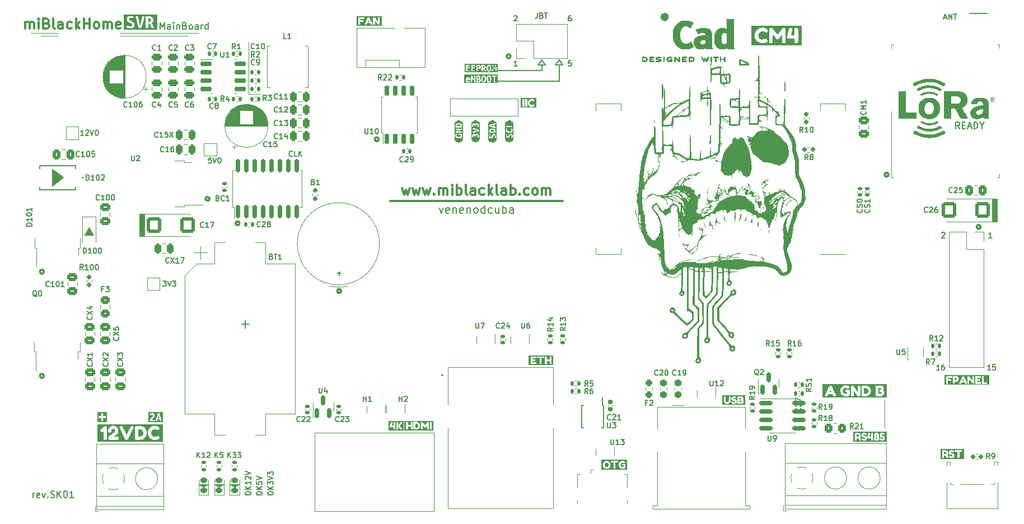
<source format=gto>
G04 #@! TF.GenerationSoftware,KiCad,Pcbnew,(5.99.0-10527-gaaffd0c137)*
G04 #@! TF.CreationDate,2021-08-05T17:11:32-04:00*
G04 #@! TF.ProjectId,miBlackSVR,6d69426c-6163-46b5-9356-522e6b696361,rev?*
G04 #@! TF.SameCoordinates,Original*
G04 #@! TF.FileFunction,Legend,Top*
G04 #@! TF.FilePolarity,Positive*
%FSLAX46Y46*%
G04 Gerber Fmt 4.6, Leading zero omitted, Abs format (unit mm)*
G04 Created by KiCad (PCBNEW (5.99.0-10527-gaaffd0c137)) date 2021-08-05 17:11:32*
%MOMM*%
%LPD*%
G01*
G04 APERTURE LIST*
G04 Aperture macros list*
%AMRoundRect*
0 Rectangle with rounded corners*
0 $1 Rounding radius*
0 $2 $3 $4 $5 $6 $7 $8 $9 X,Y pos of 4 corners*
0 Add a 4 corners polygon primitive as box body*
4,1,4,$2,$3,$4,$5,$6,$7,$8,$9,$2,$3,0*
0 Add four circle primitives for the rounded corners*
1,1,$1+$1,$2,$3*
1,1,$1+$1,$4,$5*
1,1,$1+$1,$6,$7*
1,1,$1+$1,$8,$9*
0 Add four rect primitives between the rounded corners*
20,1,$1+$1,$2,$3,$4,$5,0*
20,1,$1+$1,$4,$5,$6,$7,0*
20,1,$1+$1,$6,$7,$8,$9,0*
20,1,$1+$1,$8,$9,$2,$3,0*%
G04 Aperture macros list end*
%ADD10C,0.180000*%
%ADD11C,0.200000*%
%ADD12C,0.120000*%
%ADD13C,0.300000*%
%ADD14C,0.160000*%
%ADD15C,0.150000*%
%ADD16C,0.010000*%
%ADD17C,0.127000*%
%ADD18C,0.100000*%
%ADD19RoundRect,0.135000X-0.185000X0.135000X-0.185000X-0.135000X0.185000X-0.135000X0.185000X0.135000X0*%
%ADD20C,4.203200*%
%ADD21RoundRect,0.249600X0.350400X0.450400X-0.350400X0.450400X-0.350400X-0.450400X0.350400X-0.450400X0*%
%ADD22R,0.300000X0.550000*%
%ADD23R,0.400000X0.550000*%
%ADD24RoundRect,0.135000X0.185000X-0.135000X0.185000X0.135000X-0.185000X0.135000X-0.185000X-0.135000X0*%
%ADD25RoundRect,0.150000X0.150000X-0.650000X0.150000X0.650000X-0.150000X0.650000X-0.150000X-0.650000X0*%
%ADD26RoundRect,0.160000X-0.197500X-0.160000X0.197500X-0.160000X0.197500X0.160000X-0.197500X0.160000X0*%
%ADD27RoundRect,0.135000X0.135000X0.185000X-0.135000X0.185000X-0.135000X-0.185000X0.135000X-0.185000X0*%
%ADD28C,5.600000*%
%ADD29R,1.200000X2.200000*%
%ADD30R,5.800000X6.400000*%
%ADD31RoundRect,0.250000X-0.475000X0.250000X-0.475000X-0.250000X0.475000X-0.250000X0.475000X0.250000X0*%
%ADD32RoundRect,0.150000X0.150000X-0.587500X0.150000X0.587500X-0.150000X0.587500X-0.150000X-0.587500X0*%
%ADD33C,2.100000*%
%ADD34C,1.750000*%
%ADD35RoundRect,0.250275X0.474725X-0.337225X0.474725X0.337225X-0.474725X0.337225X-0.474725X-0.337225X0*%
%ADD36RoundRect,0.250000X0.475000X-0.337500X0.475000X0.337500X-0.475000X0.337500X-0.475000X-0.337500X0*%
%ADD37RoundRect,0.140000X0.170000X-0.140000X0.170000X0.140000X-0.170000X0.140000X-0.170000X-0.140000X0*%
%ADD38RoundRect,0.160000X0.160000X-0.197500X0.160000X0.197500X-0.160000X0.197500X-0.160000X-0.197500X0*%
%ADD39RoundRect,0.135000X-0.135000X-0.185000X0.135000X-0.185000X0.135000X0.185000X-0.135000X0.185000X0*%
%ADD40R,1.100000X2.250000*%
%ADD41R,1.050000X1.100000*%
%ADD42R,2.180000X2.120000*%
%ADD43RoundRect,0.250275X-0.474725X0.337225X-0.474725X-0.337225X0.474725X-0.337225X0.474725X0.337225X0*%
%ADD44RoundRect,0.250000X-0.475000X0.337500X-0.475000X-0.337500X0.475000X-0.337500X0.475000X0.337500X0*%
%ADD45RoundRect,0.237500X0.237500X-0.300000X0.237500X0.300000X-0.237500X0.300000X-0.237500X-0.300000X0*%
%ADD46R,2.000000X2.000000*%
%ADD47C,2.000000*%
%ADD48RoundRect,0.140000X0.140000X0.170000X-0.140000X0.170000X-0.140000X-0.170000X0.140000X-0.170000X0*%
%ADD49RoundRect,0.140000X-0.140000X-0.170000X0.140000X-0.170000X0.140000X0.170000X-0.140000X0.170000X0*%
%ADD50R,2.600000X2.600000*%
%ADD51C,2.600000*%
%ADD52C,1.700000*%
%ADD53O,1.700000X1.700000*%
%ADD54R,3.600000X2.600000*%
%ADD55R,2.200000X1.200000*%
%ADD56R,6.400000X5.800000*%
%ADD57RoundRect,0.250000X-0.250000X-0.475000X0.250000X-0.475000X0.250000X0.475000X-0.250000X0.475000X0*%
%ADD58RoundRect,0.250000X0.875000X0.925000X-0.875000X0.925000X-0.875000X-0.925000X0.875000X-0.925000X0*%
%ADD59R,0.300000X1.400000*%
%ADD60RoundRect,0.250000X0.475000X-0.250000X0.475000X0.250000X-0.475000X0.250000X-0.475000X-0.250000X0*%
%ADD61RoundRect,0.250275X0.337225X0.474725X-0.337225X0.474725X-0.337225X-0.474725X0.337225X-0.474725X0*%
%ADD62RoundRect,0.250000X0.337500X0.475000X-0.337500X0.475000X-0.337500X-0.475000X0.337500X-0.475000X0*%
%ADD63RoundRect,0.160000X-0.160000X0.197500X-0.160000X-0.197500X0.160000X-0.197500X0.160000X0.197500X0*%
%ADD64C,1.600000*%
%ADD65R,1.700000X1.700000*%
%ADD66C,1.446000*%
%ADD67C,1.530000*%
%ADD68C,2.355000*%
%ADD69C,3.250000*%
%ADD70RoundRect,0.250000X-0.875000X-0.925000X0.875000X-0.925000X0.875000X0.925000X-0.875000X0.925000X0*%
%ADD71R,2.710000X3.400000*%
%ADD72RoundRect,0.150000X-0.737500X-0.150000X0.737500X-0.150000X0.737500X0.150000X-0.737500X0.150000X0*%
%ADD73RoundRect,0.150000X0.150000X-0.837500X0.150000X0.837500X-0.150000X0.837500X-0.150000X-0.837500X0*%
%ADD74R,5.100000X2.350000*%
%ADD75R,1.100000X1.100000*%
%ADD76RoundRect,0.250000X0.450000X-0.325000X0.450000X0.325000X-0.450000X0.325000X-0.450000X-0.325000X0*%
%ADD77RoundRect,0.249550X0.450450X-0.325450X0.450450X0.325450X-0.450450X0.325450X-0.450450X-0.325450X0*%
%ADD78RoundRect,0.218750X0.256250X-0.218750X0.256250X0.218750X-0.256250X0.218750X-0.256250X-0.218750X0*%
%ADD79RoundRect,0.150000X-0.825000X-0.150000X0.825000X-0.150000X0.825000X0.150000X-0.825000X0.150000X0*%
%ADD80R,1.500000X1.500000*%
%ADD81R,0.400000X1.350000*%
%ADD82O,0.890000X1.550000*%
%ADD83O,1.250000X0.950000*%
%ADD84R,1.500000X1.550000*%
%ADD85R,1.200000X1.550000*%
%ADD86R,1.600000X1.600000*%
%ADD87RoundRect,0.250000X0.250000X0.475000X-0.250000X0.475000X-0.250000X-0.475000X0.250000X-0.475000X0*%
%ADD88R,0.300000X2.600000*%
%ADD89O,1.500000X2.300000*%
%ADD90O,1.500000X3.300000*%
%ADD91RoundRect,0.237500X-0.237500X0.287500X-0.237500X-0.287500X0.237500X-0.287500X0.237500X0.287500X0*%
%ADD92C,1.100000*%
%ADD93C,2.030000*%
%ADD94O,1.730000X2.030000*%
%ADD95R,1.600000X1.500000*%
%ADD96C,3.000000*%
%ADD97RoundRect,0.155000X0.155000X-0.212500X0.155000X0.212500X-0.155000X0.212500X-0.155000X-0.212500X0*%
%ADD98C,6.100000*%
%ADD99R,0.700000X0.200000*%
%ADD100R,0.400000X0.650000*%
%ADD101R,1.000000X2.500000*%
G04 APERTURE END LIST*
D10*
X79940000Y-79480000D02*
X78320000Y-80710000D01*
D11*
X152840000Y-62390000D02*
X152270000Y-61640000D01*
X145570000Y-63270000D02*
X152270000Y-63270000D01*
D12*
X79080000Y-57640000D02*
X75040000Y-57640000D01*
D11*
X151670000Y-62390000D02*
X152840000Y-62390000D01*
D12*
X107900000Y-66800000D02*
X109700000Y-66800000D01*
X83130000Y-88160000D02*
X84490000Y-88160000D01*
X105790000Y-126270000D02*
X106550000Y-125810000D01*
X106550000Y-125810000D02*
X105090000Y-125810000D01*
X105090000Y-125810000D02*
X105790000Y-126270000D01*
X105790000Y-126270000D02*
X105790000Y-126270000D01*
G36*
X105790000Y-126270000D02*
G01*
X105090000Y-125810000D01*
X106550000Y-125810000D01*
X105790000Y-126270000D01*
G37*
X105790000Y-126270000D02*
X105090000Y-125810000D01*
X106550000Y-125810000D01*
X105790000Y-126270000D01*
D11*
X154300000Y-62385000D02*
X155470000Y-62385000D01*
D12*
X79080000Y-58050000D02*
X76500000Y-58050000D01*
D13*
X127600000Y-73660000D02*
G75*
G03*
X127600000Y-73660000I-300000J0D01*
G01*
D12*
X84490000Y-88160000D02*
X83130000Y-88160000D01*
X83130000Y-88160000D02*
X83830000Y-86980000D01*
X83830000Y-86980000D02*
X84490000Y-88160000D01*
X84490000Y-88160000D02*
X84490000Y-88160000D01*
G36*
X84490000Y-88160000D02*
G01*
X83130000Y-88160000D01*
X83830000Y-86980000D01*
X84490000Y-88160000D01*
G37*
X84490000Y-88160000D02*
X83130000Y-88160000D01*
X83830000Y-86980000D01*
X84490000Y-88160000D01*
D11*
X152270000Y-61640000D02*
X151670000Y-62390000D01*
D13*
X218660000Y-86910000D02*
G75*
G03*
X218660000Y-86910000I-300000J0D01*
G01*
D11*
X145570000Y-64900000D02*
X154910000Y-64900000D01*
D12*
X221135000Y-82680000D02*
X220365000Y-82680000D01*
X220365000Y-82680000D02*
X220365000Y-86100000D01*
X220365000Y-86100000D02*
X221135000Y-86100000D01*
X221135000Y-86100000D02*
X221135000Y-82680000D01*
G36*
X221135000Y-82680000D02*
G01*
X220365000Y-82680000D01*
X220365000Y-86100000D01*
X221135000Y-86100000D01*
X221135000Y-82680000D01*
G37*
D13*
X76970000Y-109460000D02*
G75*
G03*
X76970000Y-109460000I-300000J0D01*
G01*
D11*
X152270000Y-63270000D02*
X152270000Y-62390000D01*
D12*
X84490000Y-88160000D02*
X83830000Y-86980000D01*
D13*
X102040000Y-82660000D02*
G75*
G03*
X102040000Y-82660000I-300000J0D01*
G01*
D12*
X103440000Y-126270000D02*
X104200000Y-125810000D01*
X104200000Y-125810000D02*
X102740000Y-125810000D01*
X102740000Y-125810000D02*
X103440000Y-126270000D01*
X103440000Y-126270000D02*
X103440000Y-126270000D01*
G36*
X103440000Y-126270000D02*
G01*
X102740000Y-125810000D01*
X104200000Y-125810000D01*
X103440000Y-126270000D01*
G37*
X103440000Y-126270000D02*
X102740000Y-125810000D01*
X104200000Y-125810000D01*
X103440000Y-126270000D01*
D13*
X204710000Y-79020000D02*
G75*
G03*
X204710000Y-79020000I-300000J0D01*
G01*
D12*
X83830000Y-86980000D02*
X83130000Y-88160000D01*
D11*
X154910000Y-64900000D02*
X154910000Y-62390000D01*
D13*
X147555000Y-61105000D02*
G75*
G03*
X147555000Y-61105000I-300000J0D01*
G01*
X121940000Y-96620000D02*
G75*
G03*
X121940000Y-96620000I-300000J0D01*
G01*
D12*
X204120000Y-117370000D02*
X204120000Y-113060000D01*
X92200000Y-84910000D02*
X91430000Y-84910000D01*
X91430000Y-84910000D02*
X91430000Y-88330000D01*
X91430000Y-88330000D02*
X92200000Y-88330000D01*
X92200000Y-88330000D02*
X92200000Y-84910000D01*
G36*
X92200000Y-84910000D02*
G01*
X91430000Y-84910000D01*
X91430000Y-88330000D01*
X92200000Y-88330000D01*
X92200000Y-84910000D01*
G37*
X88450000Y-58050000D02*
X98670000Y-58050000D01*
X101100000Y-126270000D02*
X101860000Y-125810000D01*
X101860000Y-125810000D02*
X100400000Y-125810000D01*
X100400000Y-125810000D02*
X101100000Y-126270000D01*
X101100000Y-126270000D02*
X101100000Y-126270000D01*
G36*
X101100000Y-126270000D02*
G01*
X100400000Y-125810000D01*
X101860000Y-125810000D01*
X101100000Y-126270000D01*
G37*
X101100000Y-126270000D02*
X100400000Y-125810000D01*
X101860000Y-125810000D01*
X101100000Y-126270000D01*
D10*
X78290000Y-80700000D02*
X78300000Y-78300000D01*
D13*
X129395000Y-82960000D02*
X155465000Y-82960000D01*
X106560000Y-86370000D02*
G75*
G03*
X106560000Y-86370000I-300000J0D01*
G01*
D12*
X88450000Y-57640000D02*
X100410000Y-57640000D01*
D10*
X78300000Y-78300000D02*
X79940000Y-79480000D01*
D11*
X155470000Y-62385000D02*
X154900000Y-61635000D01*
D10*
X78320000Y-80710000D02*
X79940000Y-79480000D01*
X79940000Y-79480000D02*
X78300000Y-78300000D01*
X78300000Y-78300000D02*
X78290000Y-80700000D01*
X78290000Y-80700000D02*
X78320000Y-80710000D01*
G36*
X79940000Y-79480000D02*
G01*
X78320000Y-80710000D01*
X78290000Y-80700000D01*
X78300000Y-78300000D01*
X79940000Y-79480000D01*
G37*
X79940000Y-79480000D02*
X78320000Y-80710000D01*
X78290000Y-80700000D01*
X78300000Y-78300000D01*
X79940000Y-79480000D01*
D11*
X154900000Y-61635000D02*
X154300000Y-62385000D01*
D13*
X76970000Y-93690000D02*
G75*
G03*
X76970000Y-93690000I-300000J0D01*
G01*
D12*
X107900000Y-58950000D02*
X107900000Y-66800000D01*
D14*
X148563571Y-62586904D02*
X148106428Y-62586904D01*
X148335000Y-62586904D02*
X148335000Y-61786904D01*
X148258809Y-61901190D01*
X148182619Y-61977380D01*
X148106428Y-62015476D01*
X75342380Y-127842380D02*
X75342380Y-127175714D01*
X75342380Y-127366190D02*
X75390000Y-127270952D01*
X75437619Y-127223333D01*
X75532857Y-127175714D01*
X75628095Y-127175714D01*
X76342380Y-127794761D02*
X76247142Y-127842380D01*
X76056666Y-127842380D01*
X75961428Y-127794761D01*
X75913809Y-127699523D01*
X75913809Y-127318571D01*
X75961428Y-127223333D01*
X76056666Y-127175714D01*
X76247142Y-127175714D01*
X76342380Y-127223333D01*
X76390000Y-127318571D01*
X76390000Y-127413809D01*
X75913809Y-127509047D01*
X76723333Y-127175714D02*
X76961428Y-127842380D01*
X77199523Y-127175714D01*
X77580476Y-127747142D02*
X77628095Y-127794761D01*
X77580476Y-127842380D01*
X77532857Y-127794761D01*
X77580476Y-127747142D01*
X77580476Y-127842380D01*
X78009047Y-127794761D02*
X78151904Y-127842380D01*
X78390000Y-127842380D01*
X78485238Y-127794761D01*
X78532857Y-127747142D01*
X78580476Y-127651904D01*
X78580476Y-127556666D01*
X78532857Y-127461428D01*
X78485238Y-127413809D01*
X78390000Y-127366190D01*
X78199523Y-127318571D01*
X78104285Y-127270952D01*
X78056666Y-127223333D01*
X78009047Y-127128095D01*
X78009047Y-127032857D01*
X78056666Y-126937619D01*
X78104285Y-126890000D01*
X78199523Y-126842380D01*
X78437619Y-126842380D01*
X78580476Y-126890000D01*
X79009047Y-127842380D02*
X79009047Y-126842380D01*
X79580476Y-127842380D02*
X79151904Y-127270952D01*
X79580476Y-126842380D02*
X79009047Y-127413809D01*
X80199523Y-126842380D02*
X80294761Y-126842380D01*
X80390000Y-126890000D01*
X80437619Y-126937619D01*
X80485238Y-127032857D01*
X80532857Y-127223333D01*
X80532857Y-127461428D01*
X80485238Y-127651904D01*
X80437619Y-127747142D01*
X80390000Y-127794761D01*
X80294761Y-127842380D01*
X80199523Y-127842380D01*
X80104285Y-127794761D01*
X80056666Y-127747142D01*
X80009047Y-127651904D01*
X79961428Y-127461428D01*
X79961428Y-127223333D01*
X80009047Y-127032857D01*
X80056666Y-126937619D01*
X80104285Y-126890000D01*
X80199523Y-126842380D01*
X81485238Y-127842380D02*
X80913809Y-127842380D01*
X81199523Y-127842380D02*
X81199523Y-126842380D01*
X81104285Y-126985238D01*
X81009047Y-127080476D01*
X80913809Y-127128095D01*
X156710476Y-61786904D02*
X156329523Y-61786904D01*
X156291428Y-62167857D01*
X156329523Y-62129761D01*
X156405714Y-62091666D01*
X156596190Y-62091666D01*
X156672380Y-62129761D01*
X156710476Y-62167857D01*
X156748571Y-62244047D01*
X156748571Y-62434523D01*
X156710476Y-62510714D01*
X156672380Y-62548809D01*
X156596190Y-62586904D01*
X156405714Y-62586904D01*
X156329523Y-62548809D01*
X156291428Y-62510714D01*
X220147619Y-108551904D02*
X219690476Y-108551904D01*
X219919047Y-108551904D02*
X219919047Y-107751904D01*
X219842857Y-107866190D01*
X219766666Y-107942380D01*
X219690476Y-107980476D01*
X220871428Y-107751904D02*
X220490476Y-107751904D01*
X220452380Y-108132857D01*
X220490476Y-108094761D01*
X220566666Y-108056666D01*
X220757142Y-108056666D01*
X220833333Y-108094761D01*
X220871428Y-108132857D01*
X220909523Y-108209047D01*
X220909523Y-108399523D01*
X220871428Y-108475714D01*
X220833333Y-108513809D01*
X220757142Y-108551904D01*
X220566666Y-108551904D01*
X220490476Y-108513809D01*
X220452380Y-108475714D01*
D13*
X131144285Y-81057821D02*
X131430000Y-82057821D01*
X131715714Y-81343535D01*
X132001428Y-82057821D01*
X132287142Y-81057821D01*
X132715714Y-81057821D02*
X133001428Y-82057821D01*
X133287142Y-81343535D01*
X133572857Y-82057821D01*
X133858571Y-81057821D01*
X134287142Y-81057821D02*
X134572857Y-82057821D01*
X134858571Y-81343535D01*
X135144285Y-82057821D01*
X135430000Y-81057821D01*
X136001428Y-81914964D02*
X136072857Y-81986392D01*
X136001428Y-82057821D01*
X135930000Y-81986392D01*
X136001428Y-81914964D01*
X136001428Y-82057821D01*
X136715714Y-82057821D02*
X136715714Y-81057821D01*
X136715714Y-81200678D02*
X136787142Y-81129250D01*
X136930000Y-81057821D01*
X137144285Y-81057821D01*
X137287142Y-81129250D01*
X137358571Y-81272107D01*
X137358571Y-82057821D01*
X137358571Y-81272107D02*
X137430000Y-81129250D01*
X137572857Y-81057821D01*
X137787142Y-81057821D01*
X137930000Y-81129250D01*
X138001428Y-81272107D01*
X138001428Y-82057821D01*
X138715714Y-82057821D02*
X138715714Y-81057821D01*
X138715714Y-80557821D02*
X138644285Y-80629250D01*
X138715714Y-80700678D01*
X138787142Y-80629250D01*
X138715714Y-80557821D01*
X138715714Y-80700678D01*
X139430000Y-82057821D02*
X139430000Y-80557821D01*
X139430000Y-81129250D02*
X139572857Y-81057821D01*
X139858571Y-81057821D01*
X140001428Y-81129250D01*
X140072857Y-81200678D01*
X140144285Y-81343535D01*
X140144285Y-81772107D01*
X140072857Y-81914964D01*
X140001428Y-81986392D01*
X139858571Y-82057821D01*
X139572857Y-82057821D01*
X139430000Y-81986392D01*
X141001428Y-82057821D02*
X140858571Y-81986392D01*
X140787142Y-81843535D01*
X140787142Y-80557821D01*
X142215714Y-82057821D02*
X142215714Y-81272107D01*
X142144285Y-81129250D01*
X142001428Y-81057821D01*
X141715714Y-81057821D01*
X141572857Y-81129250D01*
X142215714Y-81986392D02*
X142072857Y-82057821D01*
X141715714Y-82057821D01*
X141572857Y-81986392D01*
X141501428Y-81843535D01*
X141501428Y-81700678D01*
X141572857Y-81557821D01*
X141715714Y-81486392D01*
X142072857Y-81486392D01*
X142215714Y-81414964D01*
X143572857Y-81986392D02*
X143430000Y-82057821D01*
X143144285Y-82057821D01*
X143001428Y-81986392D01*
X142930000Y-81914964D01*
X142858571Y-81772107D01*
X142858571Y-81343535D01*
X142930000Y-81200678D01*
X143001428Y-81129250D01*
X143144285Y-81057821D01*
X143430000Y-81057821D01*
X143572857Y-81129250D01*
X144215714Y-82057821D02*
X144215714Y-80557821D01*
X144358571Y-81486392D02*
X144787142Y-82057821D01*
X144787142Y-81057821D02*
X144215714Y-81629250D01*
X145644285Y-82057821D02*
X145501428Y-81986392D01*
X145430000Y-81843535D01*
X145430000Y-80557821D01*
X146858571Y-82057821D02*
X146858571Y-81272107D01*
X146787142Y-81129250D01*
X146644285Y-81057821D01*
X146358571Y-81057821D01*
X146215714Y-81129250D01*
X146858571Y-81986392D02*
X146715714Y-82057821D01*
X146358571Y-82057821D01*
X146215714Y-81986392D01*
X146144285Y-81843535D01*
X146144285Y-81700678D01*
X146215714Y-81557821D01*
X146358571Y-81486392D01*
X146715714Y-81486392D01*
X146858571Y-81414964D01*
X147572857Y-82057821D02*
X147572857Y-80557821D01*
X147572857Y-81129250D02*
X147715714Y-81057821D01*
X148001428Y-81057821D01*
X148144285Y-81129250D01*
X148215714Y-81200678D01*
X148287142Y-81343535D01*
X148287142Y-81772107D01*
X148215714Y-81914964D01*
X148144285Y-81986392D01*
X148001428Y-82057821D01*
X147715714Y-82057821D01*
X147572857Y-81986392D01*
X148930000Y-81914964D02*
X149001428Y-81986392D01*
X148930000Y-82057821D01*
X148858571Y-81986392D01*
X148930000Y-81914964D01*
X148930000Y-82057821D01*
X150287142Y-81986392D02*
X150144285Y-82057821D01*
X149858571Y-82057821D01*
X149715714Y-81986392D01*
X149644285Y-81914964D01*
X149572857Y-81772107D01*
X149572857Y-81343535D01*
X149644285Y-81200678D01*
X149715714Y-81129250D01*
X149858571Y-81057821D01*
X150144285Y-81057821D01*
X150287142Y-81129250D01*
X151144285Y-82057821D02*
X151001428Y-81986392D01*
X150930000Y-81914964D01*
X150858571Y-81772107D01*
X150858571Y-81343535D01*
X150930000Y-81200678D01*
X151001428Y-81129250D01*
X151144285Y-81057821D01*
X151358571Y-81057821D01*
X151501428Y-81129250D01*
X151572857Y-81200678D01*
X151644285Y-81343535D01*
X151644285Y-81772107D01*
X151572857Y-81914964D01*
X151501428Y-81986392D01*
X151358571Y-82057821D01*
X151144285Y-82057821D01*
X152287142Y-82057821D02*
X152287142Y-81057821D01*
X152287142Y-81200678D02*
X152358571Y-81129250D01*
X152501428Y-81057821D01*
X152715714Y-81057821D01*
X152858571Y-81129250D01*
X152930000Y-81272107D01*
X152930000Y-82057821D01*
X152930000Y-81272107D02*
X153001428Y-81129250D01*
X153144285Y-81057821D01*
X153358571Y-81057821D01*
X153501428Y-81129250D01*
X153572857Y-81272107D01*
X153572857Y-82057821D01*
D11*
X94537142Y-57022380D02*
X94537142Y-56022380D01*
X94870476Y-56736666D01*
X95203809Y-56022380D01*
X95203809Y-57022380D01*
X96108571Y-57022380D02*
X96108571Y-56498571D01*
X96060952Y-56403333D01*
X95965714Y-56355714D01*
X95775238Y-56355714D01*
X95680000Y-56403333D01*
X96108571Y-56974761D02*
X96013333Y-57022380D01*
X95775238Y-57022380D01*
X95680000Y-56974761D01*
X95632380Y-56879523D01*
X95632380Y-56784285D01*
X95680000Y-56689047D01*
X95775238Y-56641428D01*
X96013333Y-56641428D01*
X96108571Y-56593809D01*
X96584761Y-57022380D02*
X96584761Y-56355714D01*
X96584761Y-56022380D02*
X96537142Y-56070000D01*
X96584761Y-56117619D01*
X96632380Y-56070000D01*
X96584761Y-56022380D01*
X96584761Y-56117619D01*
X97060952Y-56355714D02*
X97060952Y-57022380D01*
X97060952Y-56450952D02*
X97108571Y-56403333D01*
X97203809Y-56355714D01*
X97346666Y-56355714D01*
X97441904Y-56403333D01*
X97489523Y-56498571D01*
X97489523Y-57022380D01*
X98299047Y-56498571D02*
X98441904Y-56546190D01*
X98489523Y-56593809D01*
X98537142Y-56689047D01*
X98537142Y-56831904D01*
X98489523Y-56927142D01*
X98441904Y-56974761D01*
X98346666Y-57022380D01*
X97965714Y-57022380D01*
X97965714Y-56022380D01*
X98299047Y-56022380D01*
X98394285Y-56070000D01*
X98441904Y-56117619D01*
X98489523Y-56212857D01*
X98489523Y-56308095D01*
X98441904Y-56403333D01*
X98394285Y-56450952D01*
X98299047Y-56498571D01*
X97965714Y-56498571D01*
X99108571Y-57022380D02*
X99013333Y-56974761D01*
X98965714Y-56927142D01*
X98918095Y-56831904D01*
X98918095Y-56546190D01*
X98965714Y-56450952D01*
X99013333Y-56403333D01*
X99108571Y-56355714D01*
X99251428Y-56355714D01*
X99346666Y-56403333D01*
X99394285Y-56450952D01*
X99441904Y-56546190D01*
X99441904Y-56831904D01*
X99394285Y-56927142D01*
X99346666Y-56974761D01*
X99251428Y-57022380D01*
X99108571Y-57022380D01*
X100299047Y-57022380D02*
X100299047Y-56498571D01*
X100251428Y-56403333D01*
X100156190Y-56355714D01*
X99965714Y-56355714D01*
X99870476Y-56403333D01*
X100299047Y-56974761D02*
X100203809Y-57022380D01*
X99965714Y-57022380D01*
X99870476Y-56974761D01*
X99822857Y-56879523D01*
X99822857Y-56784285D01*
X99870476Y-56689047D01*
X99965714Y-56641428D01*
X100203809Y-56641428D01*
X100299047Y-56593809D01*
X100775238Y-57022380D02*
X100775238Y-56355714D01*
X100775238Y-56546190D02*
X100822857Y-56450952D01*
X100870476Y-56403333D01*
X100965714Y-56355714D01*
X101060952Y-56355714D01*
X101822857Y-57022380D02*
X101822857Y-56022380D01*
X101822857Y-56974761D02*
X101727619Y-57022380D01*
X101537142Y-57022380D01*
X101441904Y-56974761D01*
X101394285Y-56927142D01*
X101346666Y-56831904D01*
X101346666Y-56546190D01*
X101394285Y-56450952D01*
X101441904Y-56403333D01*
X101537142Y-56355714D01*
X101727619Y-56355714D01*
X101822857Y-56403333D01*
D14*
X220358571Y-88581904D02*
X219901428Y-88581904D01*
X220130000Y-88581904D02*
X220130000Y-87781904D01*
X220053809Y-87896190D01*
X219977619Y-87972380D01*
X219901428Y-88010476D01*
D11*
X136801428Y-84042107D02*
X137087142Y-84842107D01*
X137372857Y-84042107D01*
X138287142Y-84784964D02*
X138172857Y-84842107D01*
X137944285Y-84842107D01*
X137830000Y-84784964D01*
X137772857Y-84670678D01*
X137772857Y-84213535D01*
X137830000Y-84099250D01*
X137944285Y-84042107D01*
X138172857Y-84042107D01*
X138287142Y-84099250D01*
X138344285Y-84213535D01*
X138344285Y-84327821D01*
X137772857Y-84442107D01*
X138858571Y-84042107D02*
X138858571Y-84842107D01*
X138858571Y-84156392D02*
X138915714Y-84099250D01*
X139030000Y-84042107D01*
X139201428Y-84042107D01*
X139315714Y-84099250D01*
X139372857Y-84213535D01*
X139372857Y-84842107D01*
X140401428Y-84784964D02*
X140287142Y-84842107D01*
X140058571Y-84842107D01*
X139944285Y-84784964D01*
X139887142Y-84670678D01*
X139887142Y-84213535D01*
X139944285Y-84099250D01*
X140058571Y-84042107D01*
X140287142Y-84042107D01*
X140401428Y-84099250D01*
X140458571Y-84213535D01*
X140458571Y-84327821D01*
X139887142Y-84442107D01*
X140972857Y-84042107D02*
X140972857Y-84842107D01*
X140972857Y-84156392D02*
X141030000Y-84099250D01*
X141144285Y-84042107D01*
X141315714Y-84042107D01*
X141430000Y-84099250D01*
X141487142Y-84213535D01*
X141487142Y-84842107D01*
X142230000Y-84842107D02*
X142115714Y-84784964D01*
X142058571Y-84727821D01*
X142001428Y-84613535D01*
X142001428Y-84270678D01*
X142058571Y-84156392D01*
X142115714Y-84099250D01*
X142230000Y-84042107D01*
X142401428Y-84042107D01*
X142515714Y-84099250D01*
X142572857Y-84156392D01*
X142630000Y-84270678D01*
X142630000Y-84613535D01*
X142572857Y-84727821D01*
X142515714Y-84784964D01*
X142401428Y-84842107D01*
X142230000Y-84842107D01*
X143658571Y-84842107D02*
X143658571Y-83642107D01*
X143658571Y-84784964D02*
X143544285Y-84842107D01*
X143315714Y-84842107D01*
X143201428Y-84784964D01*
X143144285Y-84727821D01*
X143087142Y-84613535D01*
X143087142Y-84270678D01*
X143144285Y-84156392D01*
X143201428Y-84099250D01*
X143315714Y-84042107D01*
X143544285Y-84042107D01*
X143658571Y-84099250D01*
X144744285Y-84784964D02*
X144630000Y-84842107D01*
X144401428Y-84842107D01*
X144287142Y-84784964D01*
X144230000Y-84727821D01*
X144172857Y-84613535D01*
X144172857Y-84270678D01*
X144230000Y-84156392D01*
X144287142Y-84099250D01*
X144401428Y-84042107D01*
X144630000Y-84042107D01*
X144744285Y-84099250D01*
X145772857Y-84042107D02*
X145772857Y-84842107D01*
X145258571Y-84042107D02*
X145258571Y-84670678D01*
X145315714Y-84784964D01*
X145430000Y-84842107D01*
X145601428Y-84842107D01*
X145715714Y-84784964D01*
X145772857Y-84727821D01*
X146344285Y-84842107D02*
X146344285Y-83642107D01*
X146344285Y-84099250D02*
X146458571Y-84042107D01*
X146687142Y-84042107D01*
X146801428Y-84099250D01*
X146858571Y-84156392D01*
X146915714Y-84270678D01*
X146915714Y-84613535D01*
X146858571Y-84727821D01*
X146801428Y-84784964D01*
X146687142Y-84842107D01*
X146458571Y-84842107D01*
X146344285Y-84784964D01*
X147944285Y-84842107D02*
X147944285Y-84213535D01*
X147887142Y-84099250D01*
X147772857Y-84042107D01*
X147544285Y-84042107D01*
X147430000Y-84099250D01*
X147944285Y-84784964D02*
X147830000Y-84842107D01*
X147544285Y-84842107D01*
X147430000Y-84784964D01*
X147372857Y-84670678D01*
X147372857Y-84556392D01*
X147430000Y-84442107D01*
X147544285Y-84384964D01*
X147830000Y-84384964D01*
X147944285Y-84327821D01*
D14*
X156672380Y-54976904D02*
X156520000Y-54976904D01*
X156443809Y-55015000D01*
X156405714Y-55053095D01*
X156329523Y-55167380D01*
X156291428Y-55319761D01*
X156291428Y-55624523D01*
X156329523Y-55700714D01*
X156367619Y-55738809D01*
X156443809Y-55776904D01*
X156596190Y-55776904D01*
X156672380Y-55738809D01*
X156710476Y-55700714D01*
X156748571Y-55624523D01*
X156748571Y-55434047D01*
X156710476Y-55357857D01*
X156672380Y-55319761D01*
X156596190Y-55281666D01*
X156443809Y-55281666D01*
X156367619Y-55319761D01*
X156329523Y-55357857D01*
X156291428Y-55434047D01*
X215440000Y-72052380D02*
X215106666Y-71576190D01*
X214868571Y-72052380D02*
X214868571Y-71052380D01*
X215249523Y-71052380D01*
X215344761Y-71100000D01*
X215392380Y-71147619D01*
X215440000Y-71242857D01*
X215440000Y-71385714D01*
X215392380Y-71480952D01*
X215344761Y-71528571D01*
X215249523Y-71576190D01*
X214868571Y-71576190D01*
X215868571Y-71528571D02*
X216201904Y-71528571D01*
X216344761Y-72052380D02*
X215868571Y-72052380D01*
X215868571Y-71052380D01*
X216344761Y-71052380D01*
X216725714Y-71766666D02*
X217201904Y-71766666D01*
X216630476Y-72052380D02*
X216963809Y-71052380D01*
X217297142Y-72052380D01*
X217630476Y-72052380D02*
X217630476Y-71052380D01*
X217868571Y-71052380D01*
X218011428Y-71100000D01*
X218106666Y-71195238D01*
X218154285Y-71290476D01*
X218201904Y-71480952D01*
X218201904Y-71623809D01*
X218154285Y-71814285D01*
X218106666Y-71909523D01*
X218011428Y-72004761D01*
X217868571Y-72052380D01*
X217630476Y-72052380D01*
X218820952Y-71576190D02*
X218820952Y-72052380D01*
X218487619Y-71052380D02*
X218820952Y-71576190D01*
X219154285Y-71052380D01*
X212437619Y-108551904D02*
X211980476Y-108551904D01*
X212209047Y-108551904D02*
X212209047Y-107751904D01*
X212132857Y-107866190D01*
X212056666Y-107942380D01*
X211980476Y-107980476D01*
X213123333Y-107751904D02*
X212970952Y-107751904D01*
X212894761Y-107790000D01*
X212856666Y-107828095D01*
X212780476Y-107942380D01*
X212742380Y-108094761D01*
X212742380Y-108399523D01*
X212780476Y-108475714D01*
X212818571Y-108513809D01*
X212894761Y-108551904D01*
X213047142Y-108551904D01*
X213123333Y-108513809D01*
X213161428Y-108475714D01*
X213199523Y-108399523D01*
X213199523Y-108209047D01*
X213161428Y-108132857D01*
X213123333Y-108094761D01*
X213047142Y-108056666D01*
X212894761Y-108056666D01*
X212818571Y-108094761D01*
X212780476Y-108132857D01*
X212742380Y-108209047D01*
D13*
X74181428Y-56918571D02*
X74181428Y-55918571D01*
X74181428Y-56061428D02*
X74252857Y-55990000D01*
X74395714Y-55918571D01*
X74610000Y-55918571D01*
X74752857Y-55990000D01*
X74824285Y-56132857D01*
X74824285Y-56918571D01*
X74824285Y-56132857D02*
X74895714Y-55990000D01*
X75038571Y-55918571D01*
X75252857Y-55918571D01*
X75395714Y-55990000D01*
X75467142Y-56132857D01*
X75467142Y-56918571D01*
X76181428Y-56918571D02*
X76181428Y-55918571D01*
X76181428Y-55418571D02*
X76110000Y-55490000D01*
X76181428Y-55561428D01*
X76252857Y-55490000D01*
X76181428Y-55418571D01*
X76181428Y-55561428D01*
X77395714Y-56132857D02*
X77610000Y-56204285D01*
X77681428Y-56275714D01*
X77752857Y-56418571D01*
X77752857Y-56632857D01*
X77681428Y-56775714D01*
X77610000Y-56847142D01*
X77467142Y-56918571D01*
X76895714Y-56918571D01*
X76895714Y-55418571D01*
X77395714Y-55418571D01*
X77538571Y-55490000D01*
X77610000Y-55561428D01*
X77681428Y-55704285D01*
X77681428Y-55847142D01*
X77610000Y-55990000D01*
X77538571Y-56061428D01*
X77395714Y-56132857D01*
X76895714Y-56132857D01*
X78610000Y-56918571D02*
X78467142Y-56847142D01*
X78395714Y-56704285D01*
X78395714Y-55418571D01*
X79824285Y-56918571D02*
X79824285Y-56132857D01*
X79752857Y-55990000D01*
X79610000Y-55918571D01*
X79324285Y-55918571D01*
X79181428Y-55990000D01*
X79824285Y-56847142D02*
X79681428Y-56918571D01*
X79324285Y-56918571D01*
X79181428Y-56847142D01*
X79110000Y-56704285D01*
X79110000Y-56561428D01*
X79181428Y-56418571D01*
X79324285Y-56347142D01*
X79681428Y-56347142D01*
X79824285Y-56275714D01*
X81181428Y-56847142D02*
X81038571Y-56918571D01*
X80752857Y-56918571D01*
X80610000Y-56847142D01*
X80538571Y-56775714D01*
X80467142Y-56632857D01*
X80467142Y-56204285D01*
X80538571Y-56061428D01*
X80610000Y-55990000D01*
X80752857Y-55918571D01*
X81038571Y-55918571D01*
X81181428Y-55990000D01*
X81824285Y-56918571D02*
X81824285Y-55418571D01*
X81967142Y-56347142D02*
X82395714Y-56918571D01*
X82395714Y-55918571D02*
X81824285Y-56490000D01*
X83038571Y-56918571D02*
X83038571Y-55418571D01*
X83038571Y-56132857D02*
X83895714Y-56132857D01*
X83895714Y-56918571D02*
X83895714Y-55418571D01*
X84824285Y-56918571D02*
X84681428Y-56847142D01*
X84610000Y-56775714D01*
X84538571Y-56632857D01*
X84538571Y-56204285D01*
X84610000Y-56061428D01*
X84681428Y-55990000D01*
X84824285Y-55918571D01*
X85038571Y-55918571D01*
X85181428Y-55990000D01*
X85252857Y-56061428D01*
X85324285Y-56204285D01*
X85324285Y-56632857D01*
X85252857Y-56775714D01*
X85181428Y-56847142D01*
X85038571Y-56918571D01*
X84824285Y-56918571D01*
X85967142Y-56918571D02*
X85967142Y-55918571D01*
X85967142Y-56061428D02*
X86038571Y-55990000D01*
X86181428Y-55918571D01*
X86395714Y-55918571D01*
X86538571Y-55990000D01*
X86610000Y-56132857D01*
X86610000Y-56918571D01*
X86610000Y-56132857D02*
X86681428Y-55990000D01*
X86824285Y-55918571D01*
X87038571Y-55918571D01*
X87181428Y-55990000D01*
X87252857Y-56132857D01*
X87252857Y-56918571D01*
X88538571Y-56847142D02*
X88395714Y-56918571D01*
X88110000Y-56918571D01*
X87967142Y-56847142D01*
X87895714Y-56704285D01*
X87895714Y-56132857D01*
X87967142Y-55990000D01*
X88110000Y-55918571D01*
X88395714Y-55918571D01*
X88538571Y-55990000D01*
X88610000Y-56132857D01*
X88610000Y-56275714D01*
X87895714Y-56418571D01*
D14*
X212761428Y-87828095D02*
X212799523Y-87790000D01*
X212875714Y-87751904D01*
X213066190Y-87751904D01*
X213142380Y-87790000D01*
X213180476Y-87828095D01*
X213218571Y-87904285D01*
X213218571Y-87980476D01*
X213180476Y-88094761D01*
X212723333Y-88551904D01*
X213218571Y-88551904D01*
X148106428Y-55053095D02*
X148144523Y-55015000D01*
X148220714Y-54976904D01*
X148411190Y-54976904D01*
X148487380Y-55015000D01*
X148525476Y-55053095D01*
X148563571Y-55129285D01*
X148563571Y-55205476D01*
X148525476Y-55319761D01*
X148068333Y-55776904D01*
X148563571Y-55776904D01*
X194655714Y-116221904D02*
X194389047Y-115840952D01*
X194198571Y-116221904D02*
X194198571Y-115421904D01*
X194503333Y-115421904D01*
X194579523Y-115460000D01*
X194617619Y-115498095D01*
X194655714Y-115574285D01*
X194655714Y-115688571D01*
X194617619Y-115764761D01*
X194579523Y-115802857D01*
X194503333Y-115840952D01*
X194198571Y-115840952D01*
X195417619Y-116221904D02*
X194960476Y-116221904D01*
X195189047Y-116221904D02*
X195189047Y-115421904D01*
X195112857Y-115536190D01*
X195036666Y-115612380D01*
X194960476Y-115650476D01*
X195874761Y-115764761D02*
X195798571Y-115726666D01*
X195760476Y-115688571D01*
X195722380Y-115612380D01*
X195722380Y-115574285D01*
X195760476Y-115498095D01*
X195798571Y-115460000D01*
X195874761Y-115421904D01*
X196027142Y-115421904D01*
X196103333Y-115460000D01*
X196141428Y-115498095D01*
X196179523Y-115574285D01*
X196179523Y-115612380D01*
X196141428Y-115688571D01*
X196103333Y-115726666D01*
X196027142Y-115764761D01*
X195874761Y-115764761D01*
X195798571Y-115802857D01*
X195760476Y-115840952D01*
X195722380Y-115917142D01*
X195722380Y-116069523D01*
X195760476Y-116145714D01*
X195798571Y-116183809D01*
X195874761Y-116221904D01*
X196027142Y-116221904D01*
X196103333Y-116183809D01*
X196141428Y-116145714D01*
X196179523Y-116069523D01*
X196179523Y-115917142D01*
X196141428Y-115840952D01*
X196103333Y-115802857D01*
X196027142Y-115764761D01*
X199375714Y-117441904D02*
X199109047Y-117060952D01*
X198918571Y-117441904D02*
X198918571Y-116641904D01*
X199223333Y-116641904D01*
X199299523Y-116680000D01*
X199337619Y-116718095D01*
X199375714Y-116794285D01*
X199375714Y-116908571D01*
X199337619Y-116984761D01*
X199299523Y-117022857D01*
X199223333Y-117060952D01*
X198918571Y-117060952D01*
X199680476Y-116718095D02*
X199718571Y-116680000D01*
X199794761Y-116641904D01*
X199985238Y-116641904D01*
X200061428Y-116680000D01*
X200099523Y-116718095D01*
X200137619Y-116794285D01*
X200137619Y-116870476D01*
X200099523Y-116984761D01*
X199642380Y-117441904D01*
X200137619Y-117441904D01*
X200899523Y-117441904D02*
X200442380Y-117441904D01*
X200670952Y-117441904D02*
X200670952Y-116641904D01*
X200594761Y-116756190D01*
X200518571Y-116832380D01*
X200442380Y-116870476D01*
X130700476Y-113321904D02*
X130700476Y-112521904D01*
X130700476Y-112902857D02*
X131157619Y-112902857D01*
X131157619Y-113321904D02*
X131157619Y-112521904D01*
X131500476Y-112598095D02*
X131538571Y-112560000D01*
X131614761Y-112521904D01*
X131805238Y-112521904D01*
X131881428Y-112560000D01*
X131919523Y-112598095D01*
X131957619Y-112674285D01*
X131957619Y-112750476D01*
X131919523Y-112864761D01*
X131462380Y-113321904D01*
X131957619Y-113321904D01*
X155876904Y-102134285D02*
X155495952Y-102400952D01*
X155876904Y-102591428D02*
X155076904Y-102591428D01*
X155076904Y-102286666D01*
X155115000Y-102210476D01*
X155153095Y-102172380D01*
X155229285Y-102134285D01*
X155343571Y-102134285D01*
X155419761Y-102172380D01*
X155457857Y-102210476D01*
X155495952Y-102286666D01*
X155495952Y-102591428D01*
X155876904Y-101372380D02*
X155876904Y-101829523D01*
X155876904Y-101600952D02*
X155076904Y-101600952D01*
X155191190Y-101677142D01*
X155267380Y-101753333D01*
X155305476Y-101829523D01*
X155076904Y-101105714D02*
X155076904Y-100610476D01*
X155381666Y-100877142D01*
X155381666Y-100762857D01*
X155419761Y-100686666D01*
X155457857Y-100648571D01*
X155534047Y-100610476D01*
X155724523Y-100610476D01*
X155800714Y-100648571D01*
X155838809Y-100686666D01*
X155876904Y-100762857D01*
X155876904Y-100991428D01*
X155838809Y-101067619D01*
X155800714Y-101105714D01*
X125539523Y-72031904D02*
X125539523Y-72679523D01*
X125577619Y-72755714D01*
X125615714Y-72793809D01*
X125691904Y-72831904D01*
X125844285Y-72831904D01*
X125920476Y-72793809D01*
X125958571Y-72755714D01*
X125996666Y-72679523D01*
X125996666Y-72031904D01*
X126796666Y-72831904D02*
X126339523Y-72831904D01*
X126568095Y-72831904D02*
X126568095Y-72031904D01*
X126491904Y-72146190D01*
X126415714Y-72222380D01*
X126339523Y-72260476D01*
X127291904Y-72031904D02*
X127368095Y-72031904D01*
X127444285Y-72070000D01*
X127482380Y-72108095D01*
X127520476Y-72184285D01*
X127558571Y-72336666D01*
X127558571Y-72527142D01*
X127520476Y-72679523D01*
X127482380Y-72755714D01*
X127444285Y-72793809D01*
X127368095Y-72831904D01*
X127291904Y-72831904D01*
X127215714Y-72793809D01*
X127177619Y-72755714D01*
X127139523Y-72679523D01*
X127101428Y-72527142D01*
X127101428Y-72336666D01*
X127139523Y-72184285D01*
X127177619Y-72108095D01*
X127215714Y-72070000D01*
X127291904Y-72031904D01*
X192516666Y-76741904D02*
X192250000Y-76360952D01*
X192059523Y-76741904D02*
X192059523Y-75941904D01*
X192364285Y-75941904D01*
X192440476Y-75980000D01*
X192478571Y-76018095D01*
X192516666Y-76094285D01*
X192516666Y-76208571D01*
X192478571Y-76284761D01*
X192440476Y-76322857D01*
X192364285Y-76360952D01*
X192059523Y-76360952D01*
X192973809Y-76284761D02*
X192897619Y-76246666D01*
X192859523Y-76208571D01*
X192821428Y-76132380D01*
X192821428Y-76094285D01*
X192859523Y-76018095D01*
X192897619Y-75980000D01*
X192973809Y-75941904D01*
X193126190Y-75941904D01*
X193202380Y-75980000D01*
X193240476Y-76018095D01*
X193278571Y-76094285D01*
X193278571Y-76132380D01*
X193240476Y-76208571D01*
X193202380Y-76246666D01*
X193126190Y-76284761D01*
X192973809Y-76284761D01*
X192897619Y-76322857D01*
X192859523Y-76360952D01*
X192821428Y-76437142D01*
X192821428Y-76589523D01*
X192859523Y-76665714D01*
X192897619Y-76703809D01*
X192973809Y-76741904D01*
X193126190Y-76741904D01*
X193202380Y-76703809D01*
X193240476Y-76665714D01*
X193278571Y-76589523D01*
X193278571Y-76437142D01*
X193240476Y-76360952D01*
X193202380Y-76322857D01*
X193126190Y-76284761D01*
X210916666Y-107681904D02*
X210650000Y-107300952D01*
X210459523Y-107681904D02*
X210459523Y-106881904D01*
X210764285Y-106881904D01*
X210840476Y-106920000D01*
X210878571Y-106958095D01*
X210916666Y-107034285D01*
X210916666Y-107148571D01*
X210878571Y-107224761D01*
X210840476Y-107262857D01*
X210764285Y-107300952D01*
X210459523Y-107300952D01*
X211183333Y-106881904D02*
X211716666Y-106881904D01*
X211373809Y-107681904D01*
X75903809Y-97448095D02*
X75827619Y-97410000D01*
X75751428Y-97333809D01*
X75637142Y-97219523D01*
X75560952Y-97181428D01*
X75484761Y-97181428D01*
X75522857Y-97371904D02*
X75446666Y-97333809D01*
X75370476Y-97257619D01*
X75332380Y-97105238D01*
X75332380Y-96838571D01*
X75370476Y-96686190D01*
X75446666Y-96610000D01*
X75522857Y-96571904D01*
X75675238Y-96571904D01*
X75751428Y-96610000D01*
X75827619Y-96686190D01*
X75865714Y-96838571D01*
X75865714Y-97105238D01*
X75827619Y-97257619D01*
X75751428Y-97333809D01*
X75675238Y-97371904D01*
X75522857Y-97371904D01*
X76360952Y-96571904D02*
X76437142Y-96571904D01*
X76513333Y-96610000D01*
X76551428Y-96648095D01*
X76589523Y-96724285D01*
X76627619Y-96876666D01*
X76627619Y-97067142D01*
X76589523Y-97219523D01*
X76551428Y-97295714D01*
X76513333Y-97333809D01*
X76437142Y-97371904D01*
X76360952Y-97371904D01*
X76284761Y-97333809D01*
X76246666Y-97295714D01*
X76208571Y-97219523D01*
X76170476Y-97067142D01*
X76170476Y-96876666D01*
X76208571Y-96724285D01*
X76246666Y-96648095D01*
X76284761Y-96610000D01*
X76360952Y-96571904D01*
X93891666Y-68735714D02*
X93853571Y-68773809D01*
X93739285Y-68811904D01*
X93663095Y-68811904D01*
X93548809Y-68773809D01*
X93472619Y-68697619D01*
X93434523Y-68621428D01*
X93396428Y-68469047D01*
X93396428Y-68354761D01*
X93434523Y-68202380D01*
X93472619Y-68126190D01*
X93548809Y-68050000D01*
X93663095Y-68011904D01*
X93739285Y-68011904D01*
X93853571Y-68050000D01*
X93891666Y-68088095D01*
X94577380Y-68278571D02*
X94577380Y-68811904D01*
X94386904Y-67973809D02*
X94196428Y-68545238D01*
X94691666Y-68545238D01*
X185073809Y-109358095D02*
X184997619Y-109320000D01*
X184921428Y-109243809D01*
X184807142Y-109129523D01*
X184730952Y-109091428D01*
X184654761Y-109091428D01*
X184692857Y-109281904D02*
X184616666Y-109243809D01*
X184540476Y-109167619D01*
X184502380Y-109015238D01*
X184502380Y-108748571D01*
X184540476Y-108596190D01*
X184616666Y-108520000D01*
X184692857Y-108481904D01*
X184845238Y-108481904D01*
X184921428Y-108520000D01*
X184997619Y-108596190D01*
X185035714Y-108748571D01*
X185035714Y-109015238D01*
X184997619Y-109167619D01*
X184921428Y-109243809D01*
X184845238Y-109281904D01*
X184692857Y-109281904D01*
X185340476Y-108558095D02*
X185378571Y-108520000D01*
X185454761Y-108481904D01*
X185645238Y-108481904D01*
X185721428Y-108520000D01*
X185759523Y-108558095D01*
X185797619Y-108634285D01*
X185797619Y-108710476D01*
X185759523Y-108824761D01*
X185302380Y-109281904D01*
X185797619Y-109281904D01*
X177709523Y-110161904D02*
X177709523Y-110809523D01*
X177747619Y-110885714D01*
X177785714Y-110923809D01*
X177861904Y-110961904D01*
X178014285Y-110961904D01*
X178090476Y-110923809D01*
X178128571Y-110885714D01*
X178166666Y-110809523D01*
X178166666Y-110161904D01*
X178966666Y-110961904D02*
X178509523Y-110961904D01*
X178738095Y-110961904D02*
X178738095Y-110161904D01*
X178661904Y-110276190D01*
X178585714Y-110352380D01*
X178509523Y-110390476D01*
X179271428Y-110238095D02*
X179309523Y-110200000D01*
X179385714Y-110161904D01*
X179576190Y-110161904D01*
X179652380Y-110200000D01*
X179690476Y-110238095D01*
X179728571Y-110314285D01*
X179728571Y-110390476D01*
X179690476Y-110504761D01*
X179233333Y-110961904D01*
X179728571Y-110961904D01*
X186695714Y-104911904D02*
X186429047Y-104530952D01*
X186238571Y-104911904D02*
X186238571Y-104111904D01*
X186543333Y-104111904D01*
X186619523Y-104150000D01*
X186657619Y-104188095D01*
X186695714Y-104264285D01*
X186695714Y-104378571D01*
X186657619Y-104454761D01*
X186619523Y-104492857D01*
X186543333Y-104530952D01*
X186238571Y-104530952D01*
X187457619Y-104911904D02*
X187000476Y-104911904D01*
X187229047Y-104911904D02*
X187229047Y-104111904D01*
X187152857Y-104226190D01*
X187076666Y-104302380D01*
X187000476Y-104340476D01*
X188181428Y-104111904D02*
X187800476Y-104111904D01*
X187762380Y-104492857D01*
X187800476Y-104454761D01*
X187876666Y-104416666D01*
X188067142Y-104416666D01*
X188143333Y-104454761D01*
X188181428Y-104492857D01*
X188219523Y-104569047D01*
X188219523Y-104759523D01*
X188181428Y-104835714D01*
X188143333Y-104873809D01*
X188067142Y-104911904D01*
X187876666Y-104911904D01*
X187800476Y-104873809D01*
X187762380Y-104835714D01*
X88835714Y-107494285D02*
X88873809Y-107532380D01*
X88911904Y-107646666D01*
X88911904Y-107722857D01*
X88873809Y-107837142D01*
X88797619Y-107913333D01*
X88721428Y-107951428D01*
X88569047Y-107989523D01*
X88454761Y-107989523D01*
X88302380Y-107951428D01*
X88226190Y-107913333D01*
X88150000Y-107837142D01*
X88111904Y-107722857D01*
X88111904Y-107646666D01*
X88150000Y-107532380D01*
X88188095Y-107494285D01*
X88111904Y-107227619D02*
X88911904Y-106694285D01*
X88111904Y-106694285D02*
X88911904Y-107227619D01*
X88111904Y-106465714D02*
X88111904Y-105970476D01*
X88416666Y-106237142D01*
X88416666Y-106122857D01*
X88454761Y-106046666D01*
X88492857Y-106008571D01*
X88569047Y-105970476D01*
X88759523Y-105970476D01*
X88835714Y-106008571D01*
X88873809Y-106046666D01*
X88911904Y-106122857D01*
X88911904Y-106351428D01*
X88873809Y-106427619D01*
X88835714Y-106465714D01*
X84255714Y-107494285D02*
X84293809Y-107532380D01*
X84331904Y-107646666D01*
X84331904Y-107722857D01*
X84293809Y-107837142D01*
X84217619Y-107913333D01*
X84141428Y-107951428D01*
X83989047Y-107989523D01*
X83874761Y-107989523D01*
X83722380Y-107951428D01*
X83646190Y-107913333D01*
X83570000Y-107837142D01*
X83531904Y-107722857D01*
X83531904Y-107646666D01*
X83570000Y-107532380D01*
X83608095Y-107494285D01*
X83531904Y-107227619D02*
X84331904Y-106694285D01*
X83531904Y-106694285D02*
X84331904Y-107227619D01*
X84331904Y-105970476D02*
X84331904Y-106427619D01*
X84331904Y-106199047D02*
X83531904Y-106199047D01*
X83646190Y-106275238D01*
X83722380Y-106351428D01*
X83760476Y-106427619D01*
X153951904Y-102184285D02*
X153570952Y-102450952D01*
X153951904Y-102641428D02*
X153151904Y-102641428D01*
X153151904Y-102336666D01*
X153190000Y-102260476D01*
X153228095Y-102222380D01*
X153304285Y-102184285D01*
X153418571Y-102184285D01*
X153494761Y-102222380D01*
X153532857Y-102260476D01*
X153570952Y-102336666D01*
X153570952Y-102641428D01*
X153951904Y-101422380D02*
X153951904Y-101879523D01*
X153951904Y-101650952D02*
X153151904Y-101650952D01*
X153266190Y-101727142D01*
X153342380Y-101803333D01*
X153380476Y-101879523D01*
X153418571Y-100736666D02*
X153951904Y-100736666D01*
X153113809Y-100927142D02*
X153685238Y-101117619D01*
X153685238Y-100622380D01*
X201805714Y-84264285D02*
X201843809Y-84302380D01*
X201881904Y-84416666D01*
X201881904Y-84492857D01*
X201843809Y-84607142D01*
X201767619Y-84683333D01*
X201691428Y-84721428D01*
X201539047Y-84759523D01*
X201424761Y-84759523D01*
X201272380Y-84721428D01*
X201196190Y-84683333D01*
X201120000Y-84607142D01*
X201081904Y-84492857D01*
X201081904Y-84416666D01*
X201120000Y-84302380D01*
X201158095Y-84264285D01*
X201843809Y-83959523D02*
X201881904Y-83845238D01*
X201881904Y-83654761D01*
X201843809Y-83578571D01*
X201805714Y-83540476D01*
X201729523Y-83502380D01*
X201653333Y-83502380D01*
X201577142Y-83540476D01*
X201539047Y-83578571D01*
X201500952Y-83654761D01*
X201462857Y-83807142D01*
X201424761Y-83883333D01*
X201386666Y-83921428D01*
X201310476Y-83959523D01*
X201234285Y-83959523D01*
X201158095Y-83921428D01*
X201120000Y-83883333D01*
X201081904Y-83807142D01*
X201081904Y-83616666D01*
X201120000Y-83502380D01*
X201881904Y-82740476D02*
X201881904Y-83197619D01*
X201881904Y-82969047D02*
X201081904Y-82969047D01*
X201196190Y-83045238D01*
X201272380Y-83121428D01*
X201310476Y-83197619D01*
X110606666Y-67761904D02*
X110340000Y-67380952D01*
X110149523Y-67761904D02*
X110149523Y-66961904D01*
X110454285Y-66961904D01*
X110530476Y-67000000D01*
X110568571Y-67038095D01*
X110606666Y-67114285D01*
X110606666Y-67228571D01*
X110568571Y-67304761D01*
X110530476Y-67342857D01*
X110454285Y-67380952D01*
X110149523Y-67380952D01*
X110873333Y-66961904D02*
X111368571Y-66961904D01*
X111101904Y-67266666D01*
X111216190Y-67266666D01*
X111292380Y-67304761D01*
X111330476Y-67342857D01*
X111368571Y-67419047D01*
X111368571Y-67609523D01*
X111330476Y-67685714D01*
X111292380Y-67723809D01*
X111216190Y-67761904D01*
X110987619Y-67761904D01*
X110911428Y-67723809D01*
X110873333Y-67685714D01*
X162689523Y-119031904D02*
X162689523Y-119679523D01*
X162727619Y-119755714D01*
X162765714Y-119793809D01*
X162841904Y-119831904D01*
X162994285Y-119831904D01*
X163070476Y-119793809D01*
X163108571Y-119755714D01*
X163146666Y-119679523D01*
X163146666Y-119031904D01*
X163946666Y-119831904D02*
X163489523Y-119831904D01*
X163718095Y-119831904D02*
X163718095Y-119031904D01*
X163641904Y-119146190D01*
X163565714Y-119222380D01*
X163489523Y-119260476D01*
X164213333Y-119031904D02*
X164708571Y-119031904D01*
X164441904Y-119336666D01*
X164556190Y-119336666D01*
X164632380Y-119374761D01*
X164670476Y-119412857D01*
X164708571Y-119489047D01*
X164708571Y-119679523D01*
X164670476Y-119755714D01*
X164632380Y-119793809D01*
X164556190Y-119831904D01*
X164327619Y-119831904D01*
X164251428Y-119793809D01*
X164213333Y-119755714D01*
X117706190Y-80142857D02*
X117820476Y-80180952D01*
X117858571Y-80219047D01*
X117896666Y-80295238D01*
X117896666Y-80409523D01*
X117858571Y-80485714D01*
X117820476Y-80523809D01*
X117744285Y-80561904D01*
X117439523Y-80561904D01*
X117439523Y-79761904D01*
X117706190Y-79761904D01*
X117782380Y-79800000D01*
X117820476Y-79838095D01*
X117858571Y-79914285D01*
X117858571Y-79990476D01*
X117820476Y-80066666D01*
X117782380Y-80104761D01*
X117706190Y-80142857D01*
X117439523Y-80142857D01*
X118658571Y-80561904D02*
X118201428Y-80561904D01*
X118430000Y-80561904D02*
X118430000Y-79761904D01*
X118353809Y-79876190D01*
X118277619Y-79952380D01*
X118201428Y-79990476D01*
X184471904Y-112514285D02*
X184090952Y-112780952D01*
X184471904Y-112971428D02*
X183671904Y-112971428D01*
X183671904Y-112666666D01*
X183710000Y-112590476D01*
X183748095Y-112552380D01*
X183824285Y-112514285D01*
X183938571Y-112514285D01*
X184014761Y-112552380D01*
X184052857Y-112590476D01*
X184090952Y-112666666D01*
X184090952Y-112971428D01*
X184471904Y-111752380D02*
X184471904Y-112209523D01*
X184471904Y-111980952D02*
X183671904Y-111980952D01*
X183786190Y-112057142D01*
X183862380Y-112133333D01*
X183900476Y-112209523D01*
X184471904Y-111371428D02*
X184471904Y-111219047D01*
X184433809Y-111142857D01*
X184395714Y-111104761D01*
X184281428Y-111028571D01*
X184129047Y-110990476D01*
X183824285Y-110990476D01*
X183748095Y-111028571D01*
X183710000Y-111066666D01*
X183671904Y-111142857D01*
X183671904Y-111295238D01*
X183710000Y-111371428D01*
X183748095Y-111409523D01*
X183824285Y-111447619D01*
X184014761Y-111447619D01*
X184090952Y-111409523D01*
X184129047Y-111371428D01*
X184167142Y-111295238D01*
X184167142Y-111142857D01*
X184129047Y-111066666D01*
X184090952Y-111028571D01*
X184014761Y-110990476D01*
X118580476Y-111261904D02*
X118580476Y-111909523D01*
X118618571Y-111985714D01*
X118656666Y-112023809D01*
X118732857Y-112061904D01*
X118885238Y-112061904D01*
X118961428Y-112023809D01*
X118999523Y-111985714D01*
X119037619Y-111909523D01*
X119037619Y-111261904D01*
X119761428Y-111528571D02*
X119761428Y-112061904D01*
X119570952Y-111223809D02*
X119380476Y-111795238D01*
X119875714Y-111795238D01*
X159266666Y-112131904D02*
X159000000Y-111750952D01*
X158809523Y-112131904D02*
X158809523Y-111331904D01*
X159114285Y-111331904D01*
X159190476Y-111370000D01*
X159228571Y-111408095D01*
X159266666Y-111484285D01*
X159266666Y-111598571D01*
X159228571Y-111674761D01*
X159190476Y-111712857D01*
X159114285Y-111750952D01*
X158809523Y-111750952D01*
X159952380Y-111331904D02*
X159800000Y-111331904D01*
X159723809Y-111370000D01*
X159685714Y-111408095D01*
X159609523Y-111522380D01*
X159571428Y-111674761D01*
X159571428Y-111979523D01*
X159609523Y-112055714D01*
X159647619Y-112093809D01*
X159723809Y-112131904D01*
X159876190Y-112131904D01*
X159952380Y-112093809D01*
X159990476Y-112055714D01*
X160028571Y-111979523D01*
X160028571Y-111789047D01*
X159990476Y-111712857D01*
X159952380Y-111674761D01*
X159876190Y-111636666D01*
X159723809Y-111636666D01*
X159647619Y-111674761D01*
X159609523Y-111712857D01*
X159571428Y-111789047D01*
X213105714Y-55273333D02*
X213486666Y-55273333D01*
X213029523Y-55501904D02*
X213296190Y-54701904D01*
X213562857Y-55501904D01*
X213829523Y-55501904D02*
X213829523Y-54701904D01*
X214286666Y-55501904D01*
X214286666Y-54701904D01*
X214553333Y-54701904D02*
X215010476Y-54701904D01*
X214781904Y-55501904D02*
X214781904Y-54701904D01*
X200655714Y-84264285D02*
X200693809Y-84302380D01*
X200731904Y-84416666D01*
X200731904Y-84492857D01*
X200693809Y-84607142D01*
X200617619Y-84683333D01*
X200541428Y-84721428D01*
X200389047Y-84759523D01*
X200274761Y-84759523D01*
X200122380Y-84721428D01*
X200046190Y-84683333D01*
X199970000Y-84607142D01*
X199931904Y-84492857D01*
X199931904Y-84416666D01*
X199970000Y-84302380D01*
X200008095Y-84264285D01*
X200693809Y-83959523D02*
X200731904Y-83845238D01*
X200731904Y-83654761D01*
X200693809Y-83578571D01*
X200655714Y-83540476D01*
X200579523Y-83502380D01*
X200503333Y-83502380D01*
X200427142Y-83540476D01*
X200389047Y-83578571D01*
X200350952Y-83654761D01*
X200312857Y-83807142D01*
X200274761Y-83883333D01*
X200236666Y-83921428D01*
X200160476Y-83959523D01*
X200084285Y-83959523D01*
X200008095Y-83921428D01*
X199970000Y-83883333D01*
X199931904Y-83807142D01*
X199931904Y-83616666D01*
X199970000Y-83502380D01*
X199931904Y-83007142D02*
X199931904Y-82930952D01*
X199970000Y-82854761D01*
X200008095Y-82816666D01*
X200084285Y-82778571D01*
X200236666Y-82740476D01*
X200427142Y-82740476D01*
X200579523Y-82778571D01*
X200655714Y-82816666D01*
X200693809Y-82854761D01*
X200731904Y-82930952D01*
X200731904Y-83007142D01*
X200693809Y-83083333D01*
X200655714Y-83121428D01*
X200579523Y-83159523D01*
X200427142Y-83197619D01*
X200236666Y-83197619D01*
X200084285Y-83159523D01*
X200008095Y-83121428D01*
X199970000Y-83083333D01*
X199931904Y-83007142D01*
X83387619Y-79861904D02*
X83387619Y-79061904D01*
X83578095Y-79061904D01*
X83692380Y-79100000D01*
X83768571Y-79176190D01*
X83806666Y-79252380D01*
X83844761Y-79404761D01*
X83844761Y-79519047D01*
X83806666Y-79671428D01*
X83768571Y-79747619D01*
X83692380Y-79823809D01*
X83578095Y-79861904D01*
X83387619Y-79861904D01*
X84606666Y-79861904D02*
X84149523Y-79861904D01*
X84378095Y-79861904D02*
X84378095Y-79061904D01*
X84301904Y-79176190D01*
X84225714Y-79252380D01*
X84149523Y-79290476D01*
X85101904Y-79061904D02*
X85178095Y-79061904D01*
X85254285Y-79100000D01*
X85292380Y-79138095D01*
X85330476Y-79214285D01*
X85368571Y-79366666D01*
X85368571Y-79557142D01*
X85330476Y-79709523D01*
X85292380Y-79785714D01*
X85254285Y-79823809D01*
X85178095Y-79861904D01*
X85101904Y-79861904D01*
X85025714Y-79823809D01*
X84987619Y-79785714D01*
X84949523Y-79709523D01*
X84911428Y-79557142D01*
X84911428Y-79366666D01*
X84949523Y-79214285D01*
X84987619Y-79138095D01*
X85025714Y-79100000D01*
X85101904Y-79061904D01*
X85673333Y-79138095D02*
X85711428Y-79100000D01*
X85787619Y-79061904D01*
X85978095Y-79061904D01*
X86054285Y-79100000D01*
X86092380Y-79138095D01*
X86130476Y-79214285D01*
X86130476Y-79290476D01*
X86092380Y-79404761D01*
X85635238Y-79861904D01*
X86130476Y-79861904D01*
X96379166Y-68735714D02*
X96341071Y-68773809D01*
X96226785Y-68811904D01*
X96150595Y-68811904D01*
X96036309Y-68773809D01*
X95960119Y-68697619D01*
X95922023Y-68621428D01*
X95883928Y-68469047D01*
X95883928Y-68354761D01*
X95922023Y-68202380D01*
X95960119Y-68126190D01*
X96036309Y-68050000D01*
X96150595Y-68011904D01*
X96226785Y-68011904D01*
X96341071Y-68050000D01*
X96379166Y-68088095D01*
X97102976Y-68011904D02*
X96722023Y-68011904D01*
X96683928Y-68392857D01*
X96722023Y-68354761D01*
X96798214Y-68316666D01*
X96988690Y-68316666D01*
X97064880Y-68354761D01*
X97102976Y-68392857D01*
X97141071Y-68469047D01*
X97141071Y-68659523D01*
X97102976Y-68735714D01*
X97064880Y-68773809D01*
X96988690Y-68811904D01*
X96798214Y-68811904D01*
X96722023Y-68773809D01*
X96683928Y-68735714D01*
X100138571Y-121811904D02*
X100138571Y-121011904D01*
X100595714Y-121811904D02*
X100252857Y-121354761D01*
X100595714Y-121011904D02*
X100138571Y-121469047D01*
X101357619Y-121811904D02*
X100900476Y-121811904D01*
X101129047Y-121811904D02*
X101129047Y-121011904D01*
X101052857Y-121126190D01*
X100976666Y-121202380D01*
X100900476Y-121240476D01*
X101662380Y-121088095D02*
X101700476Y-121050000D01*
X101776666Y-121011904D01*
X101967142Y-121011904D01*
X102043333Y-121050000D01*
X102081428Y-121088095D01*
X102119523Y-121164285D01*
X102119523Y-121240476D01*
X102081428Y-121354761D01*
X101624285Y-121811904D01*
X102119523Y-121811904D01*
X84225714Y-100444285D02*
X84263809Y-100482380D01*
X84301904Y-100596666D01*
X84301904Y-100672857D01*
X84263809Y-100787142D01*
X84187619Y-100863333D01*
X84111428Y-100901428D01*
X83959047Y-100939523D01*
X83844761Y-100939523D01*
X83692380Y-100901428D01*
X83616190Y-100863333D01*
X83540000Y-100787142D01*
X83501904Y-100672857D01*
X83501904Y-100596666D01*
X83540000Y-100482380D01*
X83578095Y-100444285D01*
X83501904Y-100177619D02*
X84301904Y-99644285D01*
X83501904Y-99644285D02*
X84301904Y-100177619D01*
X83768571Y-98996666D02*
X84301904Y-98996666D01*
X83463809Y-99187142D02*
X84035238Y-99377619D01*
X84035238Y-98882380D01*
X169825714Y-109275714D02*
X169787619Y-109313809D01*
X169673333Y-109351904D01*
X169597142Y-109351904D01*
X169482857Y-109313809D01*
X169406666Y-109237619D01*
X169368571Y-109161428D01*
X169330476Y-109009047D01*
X169330476Y-108894761D01*
X169368571Y-108742380D01*
X169406666Y-108666190D01*
X169482857Y-108590000D01*
X169597142Y-108551904D01*
X169673333Y-108551904D01*
X169787619Y-108590000D01*
X169825714Y-108628095D01*
X170130476Y-108628095D02*
X170168571Y-108590000D01*
X170244761Y-108551904D01*
X170435238Y-108551904D01*
X170511428Y-108590000D01*
X170549523Y-108628095D01*
X170587619Y-108704285D01*
X170587619Y-108780476D01*
X170549523Y-108894761D01*
X170092380Y-109351904D01*
X170587619Y-109351904D01*
X171082857Y-108551904D02*
X171159047Y-108551904D01*
X171235238Y-108590000D01*
X171273333Y-108628095D01*
X171311428Y-108704285D01*
X171349523Y-108856666D01*
X171349523Y-109047142D01*
X171311428Y-109199523D01*
X171273333Y-109275714D01*
X171235238Y-109313809D01*
X171159047Y-109351904D01*
X171082857Y-109351904D01*
X171006666Y-109313809D01*
X170968571Y-109275714D01*
X170930476Y-109199523D01*
X170892380Y-109047142D01*
X170892380Y-108856666D01*
X170930476Y-108704285D01*
X170968571Y-108628095D01*
X171006666Y-108590000D01*
X171082857Y-108551904D01*
X121617142Y-94254761D02*
X121617142Y-93645238D01*
X121921904Y-93950000D02*
X121312380Y-93950000D01*
X193021904Y-111334284D02*
X192640952Y-111600951D01*
X193021904Y-111791427D02*
X192221904Y-111791427D01*
X192221904Y-111486665D01*
X192260000Y-111410475D01*
X192298095Y-111372379D01*
X192374285Y-111334284D01*
X192488571Y-111334284D01*
X192564761Y-111372379D01*
X192602857Y-111410475D01*
X192640952Y-111486665D01*
X192640952Y-111791427D01*
X192983809Y-111029522D02*
X193021904Y-110915237D01*
X193021904Y-110724760D01*
X192983809Y-110648570D01*
X192945714Y-110610475D01*
X192869523Y-110572379D01*
X192793333Y-110572379D01*
X192717142Y-110610475D01*
X192679047Y-110648570D01*
X192640952Y-110724760D01*
X192602857Y-110877141D01*
X192564761Y-110953332D01*
X192526666Y-110991427D01*
X192450476Y-111029522D01*
X192374285Y-111029522D01*
X192298095Y-110991427D01*
X192260000Y-110953332D01*
X192221904Y-110877141D01*
X192221904Y-110686665D01*
X192260000Y-110572379D01*
X193021904Y-109810475D02*
X193021904Y-110267618D01*
X193021904Y-110039046D02*
X192221904Y-110039046D01*
X192336190Y-110115237D01*
X192412380Y-110191427D01*
X192450476Y-110267618D01*
X102266666Y-59935714D02*
X102228571Y-59973809D01*
X102114285Y-60011904D01*
X102038095Y-60011904D01*
X101923809Y-59973809D01*
X101847619Y-59897619D01*
X101809523Y-59821428D01*
X101771428Y-59669047D01*
X101771428Y-59554761D01*
X101809523Y-59402380D01*
X101847619Y-59326190D01*
X101923809Y-59250000D01*
X102038095Y-59211904D01*
X102114285Y-59211904D01*
X102228571Y-59250000D01*
X102266666Y-59288095D01*
X102533333Y-59211904D02*
X103066666Y-59211904D01*
X102723809Y-60011904D01*
X131325714Y-76995714D02*
X131287619Y-77033809D01*
X131173333Y-77071904D01*
X131097142Y-77071904D01*
X130982857Y-77033809D01*
X130906666Y-76957619D01*
X130868571Y-76881428D01*
X130830476Y-76729047D01*
X130830476Y-76614761D01*
X130868571Y-76462380D01*
X130906666Y-76386190D01*
X130982857Y-76310000D01*
X131097142Y-76271904D01*
X131173333Y-76271904D01*
X131287619Y-76310000D01*
X131325714Y-76348095D01*
X131630476Y-76348095D02*
X131668571Y-76310000D01*
X131744761Y-76271904D01*
X131935238Y-76271904D01*
X132011428Y-76310000D01*
X132049523Y-76348095D01*
X132087619Y-76424285D01*
X132087619Y-76500476D01*
X132049523Y-76614761D01*
X131592380Y-77071904D01*
X132087619Y-77071904D01*
X132468571Y-77071904D02*
X132620952Y-77071904D01*
X132697142Y-77033809D01*
X132735238Y-76995714D01*
X132811428Y-76881428D01*
X132849523Y-76729047D01*
X132849523Y-76424285D01*
X132811428Y-76348095D01*
X132773333Y-76310000D01*
X132697142Y-76271904D01*
X132544761Y-76271904D01*
X132468571Y-76310000D01*
X132430476Y-76348095D01*
X132392380Y-76424285D01*
X132392380Y-76614761D01*
X132430476Y-76690952D01*
X132468571Y-76729047D01*
X132544761Y-76767142D01*
X132697142Y-76767142D01*
X132773333Y-76729047D01*
X132811428Y-76690952D01*
X132849523Y-76614761D01*
X111371428Y-91412857D02*
X111485714Y-91450952D01*
X111523809Y-91489047D01*
X111561904Y-91565238D01*
X111561904Y-91679523D01*
X111523809Y-91755714D01*
X111485714Y-91793809D01*
X111409523Y-91831904D01*
X111104761Y-91831904D01*
X111104761Y-91031904D01*
X111371428Y-91031904D01*
X111447619Y-91070000D01*
X111485714Y-91108095D01*
X111523809Y-91184285D01*
X111523809Y-91260476D01*
X111485714Y-91336666D01*
X111447619Y-91374761D01*
X111371428Y-91412857D01*
X111104761Y-91412857D01*
X111790476Y-91031904D02*
X112247619Y-91031904D01*
X112019047Y-91831904D02*
X112019047Y-91031904D01*
X112933333Y-91831904D02*
X112476190Y-91831904D01*
X112704761Y-91831904D02*
X112704761Y-91031904D01*
X112628571Y-91146190D01*
X112552380Y-91222380D01*
X112476190Y-91260476D01*
D15*
X107457142Y-102191428D02*
X107457142Y-101048571D01*
X108028571Y-101620000D02*
X106885714Y-101620000D01*
D14*
X90210476Y-76111904D02*
X90210476Y-76759523D01*
X90248571Y-76835714D01*
X90286666Y-76873809D01*
X90362857Y-76911904D01*
X90515238Y-76911904D01*
X90591428Y-76873809D01*
X90629523Y-76835714D01*
X90667619Y-76759523D01*
X90667619Y-76111904D01*
X91010476Y-76188095D02*
X91048571Y-76150000D01*
X91124761Y-76111904D01*
X91315238Y-76111904D01*
X91391428Y-76150000D01*
X91429523Y-76188095D01*
X91467619Y-76264285D01*
X91467619Y-76340476D01*
X91429523Y-76454761D01*
X90972380Y-76911904D01*
X91467619Y-76911904D01*
X112325714Y-67495714D02*
X112287619Y-67533809D01*
X112173333Y-67571904D01*
X112097142Y-67571904D01*
X111982857Y-67533809D01*
X111906666Y-67457619D01*
X111868571Y-67381428D01*
X111830476Y-67229047D01*
X111830476Y-67114761D01*
X111868571Y-66962380D01*
X111906666Y-66886190D01*
X111982857Y-66810000D01*
X112097142Y-66771904D01*
X112173333Y-66771904D01*
X112287619Y-66810000D01*
X112325714Y-66848095D01*
X113087619Y-67571904D02*
X112630476Y-67571904D01*
X112859047Y-67571904D02*
X112859047Y-66771904D01*
X112782857Y-66886190D01*
X112706666Y-66962380D01*
X112630476Y-67000476D01*
X113849523Y-67571904D02*
X113392380Y-67571904D01*
X113620952Y-67571904D02*
X113620952Y-66771904D01*
X113544761Y-66886190D01*
X113468571Y-66962380D01*
X113392380Y-67000476D01*
X108816666Y-62335714D02*
X108778571Y-62373809D01*
X108664285Y-62411904D01*
X108588095Y-62411904D01*
X108473809Y-62373809D01*
X108397619Y-62297619D01*
X108359523Y-62221428D01*
X108321428Y-62069047D01*
X108321428Y-61954761D01*
X108359523Y-61802380D01*
X108397619Y-61726190D01*
X108473809Y-61650000D01*
X108588095Y-61611904D01*
X108664285Y-61611904D01*
X108778571Y-61650000D01*
X108816666Y-61688095D01*
X109197619Y-62411904D02*
X109350000Y-62411904D01*
X109426190Y-62373809D01*
X109464285Y-62335714D01*
X109540476Y-62221428D01*
X109578571Y-62069047D01*
X109578571Y-61764285D01*
X109540476Y-61688095D01*
X109502380Y-61650000D01*
X109426190Y-61611904D01*
X109273809Y-61611904D01*
X109197619Y-61650000D01*
X109159523Y-61688095D01*
X109121428Y-61764285D01*
X109121428Y-61954761D01*
X109159523Y-62030952D01*
X109197619Y-62069047D01*
X109273809Y-62107142D01*
X109426190Y-62107142D01*
X109502380Y-62069047D01*
X109540476Y-62030952D01*
X109578571Y-61954761D01*
X191415714Y-114364285D02*
X191453809Y-114402380D01*
X191491904Y-114516666D01*
X191491904Y-114592857D01*
X191453809Y-114707142D01*
X191377619Y-114783333D01*
X191301428Y-114821428D01*
X191149047Y-114859523D01*
X191034761Y-114859523D01*
X190882380Y-114821428D01*
X190806190Y-114783333D01*
X190730000Y-114707142D01*
X190691904Y-114592857D01*
X190691904Y-114516666D01*
X190730000Y-114402380D01*
X190768095Y-114364285D01*
X190768095Y-114059523D02*
X190730000Y-114021428D01*
X190691904Y-113945238D01*
X190691904Y-113754761D01*
X190730000Y-113678571D01*
X190768095Y-113640476D01*
X190844285Y-113602380D01*
X190920476Y-113602380D01*
X191034761Y-113640476D01*
X191491904Y-114097619D01*
X191491904Y-113602380D01*
X190691904Y-113335714D02*
X190691904Y-112802380D01*
X191491904Y-113145238D01*
X211415714Y-104131904D02*
X211149047Y-103750952D01*
X210958571Y-104131904D02*
X210958571Y-103331904D01*
X211263333Y-103331904D01*
X211339523Y-103370000D01*
X211377619Y-103408095D01*
X211415714Y-103484285D01*
X211415714Y-103598571D01*
X211377619Y-103674761D01*
X211339523Y-103712857D01*
X211263333Y-103750952D01*
X210958571Y-103750952D01*
X212177619Y-104131904D02*
X211720476Y-104131904D01*
X211949047Y-104131904D02*
X211949047Y-103331904D01*
X211872857Y-103446190D01*
X211796666Y-103522380D01*
X211720476Y-103560476D01*
X212482380Y-103408095D02*
X212520476Y-103370000D01*
X212596666Y-103331904D01*
X212787142Y-103331904D01*
X212863333Y-103370000D01*
X212901428Y-103408095D01*
X212939523Y-103484285D01*
X212939523Y-103560476D01*
X212901428Y-103674761D01*
X212444285Y-104131904D01*
X212939523Y-104131904D01*
X210625714Y-84655714D02*
X210587619Y-84693809D01*
X210473333Y-84731904D01*
X210397142Y-84731904D01*
X210282857Y-84693809D01*
X210206666Y-84617619D01*
X210168571Y-84541428D01*
X210130476Y-84389047D01*
X210130476Y-84274761D01*
X210168571Y-84122380D01*
X210206666Y-84046190D01*
X210282857Y-83970000D01*
X210397142Y-83931904D01*
X210473333Y-83931904D01*
X210587619Y-83970000D01*
X210625714Y-84008095D01*
X210930476Y-84008095D02*
X210968571Y-83970000D01*
X211044761Y-83931904D01*
X211235238Y-83931904D01*
X211311428Y-83970000D01*
X211349523Y-84008095D01*
X211387619Y-84084285D01*
X211387619Y-84160476D01*
X211349523Y-84274761D01*
X210892380Y-84731904D01*
X211387619Y-84731904D01*
X212073333Y-83931904D02*
X211920952Y-83931904D01*
X211844761Y-83970000D01*
X211806666Y-84008095D01*
X211730476Y-84122380D01*
X211692380Y-84274761D01*
X211692380Y-84579523D01*
X211730476Y-84655714D01*
X211768571Y-84693809D01*
X211844761Y-84731904D01*
X211997142Y-84731904D01*
X212073333Y-84693809D01*
X212111428Y-84655714D01*
X212149523Y-84579523D01*
X212149523Y-84389047D01*
X212111428Y-84312857D01*
X212073333Y-84274761D01*
X211997142Y-84236666D01*
X211844761Y-84236666D01*
X211768571Y-84274761D01*
X211730476Y-84312857D01*
X211692380Y-84389047D01*
X162195476Y-116501904D02*
X162195476Y-117149523D01*
X162233571Y-117225714D01*
X162271666Y-117263809D01*
X162347857Y-117301904D01*
X162500238Y-117301904D01*
X162576428Y-117263809D01*
X162614523Y-117225714D01*
X162652619Y-117149523D01*
X162652619Y-116501904D01*
X162957380Y-116501904D02*
X163452619Y-116501904D01*
X163185952Y-116806666D01*
X163300238Y-116806666D01*
X163376428Y-116844761D01*
X163414523Y-116882857D01*
X163452619Y-116959047D01*
X163452619Y-117149523D01*
X163414523Y-117225714D01*
X163376428Y-117263809D01*
X163300238Y-117301904D01*
X163071666Y-117301904D01*
X162995476Y-117263809D01*
X162957380Y-117225714D01*
X93901666Y-60120714D02*
X93863571Y-60158809D01*
X93749285Y-60196904D01*
X93673095Y-60196904D01*
X93558809Y-60158809D01*
X93482619Y-60082619D01*
X93444523Y-60006428D01*
X93406428Y-59854047D01*
X93406428Y-59739761D01*
X93444523Y-59587380D01*
X93482619Y-59511190D01*
X93558809Y-59435000D01*
X93673095Y-59396904D01*
X93749285Y-59396904D01*
X93863571Y-59435000D01*
X93901666Y-59473095D01*
X94663571Y-60196904D02*
X94206428Y-60196904D01*
X94435000Y-60196904D02*
X94435000Y-59396904D01*
X94358809Y-59511190D01*
X94282619Y-59587380D01*
X94206428Y-59625476D01*
X82364761Y-76225714D02*
X82326666Y-76263809D01*
X82212380Y-76301904D01*
X82136190Y-76301904D01*
X82021904Y-76263809D01*
X81945714Y-76187619D01*
X81907619Y-76111428D01*
X81869523Y-75959047D01*
X81869523Y-75844761D01*
X81907619Y-75692380D01*
X81945714Y-75616190D01*
X82021904Y-75540000D01*
X82136190Y-75501904D01*
X82212380Y-75501904D01*
X82326666Y-75540000D01*
X82364761Y-75578095D01*
X83126666Y-76301904D02*
X82669523Y-76301904D01*
X82898095Y-76301904D02*
X82898095Y-75501904D01*
X82821904Y-75616190D01*
X82745714Y-75692380D01*
X82669523Y-75730476D01*
X83621904Y-75501904D02*
X83698095Y-75501904D01*
X83774285Y-75540000D01*
X83812380Y-75578095D01*
X83850476Y-75654285D01*
X83888571Y-75806666D01*
X83888571Y-75997142D01*
X83850476Y-76149523D01*
X83812380Y-76225714D01*
X83774285Y-76263809D01*
X83698095Y-76301904D01*
X83621904Y-76301904D01*
X83545714Y-76263809D01*
X83507619Y-76225714D01*
X83469523Y-76149523D01*
X83431428Y-75997142D01*
X83431428Y-75806666D01*
X83469523Y-75654285D01*
X83507619Y-75578095D01*
X83545714Y-75540000D01*
X83621904Y-75501904D01*
X84612380Y-75501904D02*
X84231428Y-75501904D01*
X84193333Y-75882857D01*
X84231428Y-75844761D01*
X84307619Y-75806666D01*
X84498095Y-75806666D01*
X84574285Y-75844761D01*
X84612380Y-75882857D01*
X84650476Y-75959047D01*
X84650476Y-76149523D01*
X84612380Y-76225714D01*
X84574285Y-76263809D01*
X84498095Y-76301904D01*
X84307619Y-76301904D01*
X84231428Y-76263809D01*
X84193333Y-76225714D01*
X82924762Y-93374404D02*
X82658096Y-92993452D01*
X82467620Y-93374404D02*
X82467620Y-92574404D01*
X82772381Y-92574404D01*
X82848572Y-92612500D01*
X82886667Y-92650595D01*
X82924762Y-92726785D01*
X82924762Y-92841071D01*
X82886667Y-92917261D01*
X82848572Y-92955357D01*
X82772381Y-92993452D01*
X82467620Y-92993452D01*
X83686667Y-93374404D02*
X83229524Y-93374404D01*
X83458096Y-93374404D02*
X83458096Y-92574404D01*
X83381905Y-92688690D01*
X83305715Y-92764880D01*
X83229524Y-92802976D01*
X84181905Y-92574404D02*
X84258096Y-92574404D01*
X84334286Y-92612500D01*
X84372381Y-92650595D01*
X84410477Y-92726785D01*
X84448572Y-92879166D01*
X84448572Y-93069642D01*
X84410477Y-93222023D01*
X84372381Y-93298214D01*
X84334286Y-93336309D01*
X84258096Y-93374404D01*
X84181905Y-93374404D01*
X84105715Y-93336309D01*
X84067620Y-93298214D01*
X84029524Y-93222023D01*
X83991429Y-93069642D01*
X83991429Y-92879166D01*
X84029524Y-92726785D01*
X84067620Y-92650595D01*
X84105715Y-92612500D01*
X84181905Y-92574404D01*
X84943810Y-92574404D02*
X85020001Y-92574404D01*
X85096191Y-92612500D01*
X85134286Y-92650595D01*
X85172381Y-92726785D01*
X85210477Y-92879166D01*
X85210477Y-93069642D01*
X85172381Y-93222023D01*
X85134286Y-93298214D01*
X85096191Y-93336309D01*
X85020001Y-93374404D01*
X84943810Y-93374404D01*
X84867620Y-93336309D01*
X84829524Y-93298214D01*
X84791429Y-93222023D01*
X84753334Y-93069642D01*
X84753334Y-92879166D01*
X84791429Y-92726785D01*
X84829524Y-92650595D01*
X84867620Y-92612500D01*
X84943810Y-92574404D01*
X110715714Y-74735714D02*
X110677619Y-74773809D01*
X110563333Y-74811904D01*
X110487142Y-74811904D01*
X110372857Y-74773809D01*
X110296666Y-74697619D01*
X110258571Y-74621428D01*
X110220476Y-74469047D01*
X110220476Y-74354761D01*
X110258571Y-74202380D01*
X110296666Y-74126190D01*
X110372857Y-74050000D01*
X110487142Y-74011904D01*
X110563333Y-74011904D01*
X110677619Y-74050000D01*
X110715714Y-74088095D01*
X111477619Y-74811904D02*
X111020476Y-74811904D01*
X111249047Y-74811904D02*
X111249047Y-74011904D01*
X111172857Y-74126190D01*
X111096666Y-74202380D01*
X111020476Y-74240476D01*
X112201428Y-74011904D02*
X111820476Y-74011904D01*
X111782380Y-74392857D01*
X111820476Y-74354761D01*
X111896666Y-74316666D01*
X112087142Y-74316666D01*
X112163333Y-74354761D01*
X112201428Y-74392857D01*
X112239523Y-74469047D01*
X112239523Y-74659523D01*
X112201428Y-74735714D01*
X112163333Y-74773809D01*
X112087142Y-74811904D01*
X111896666Y-74811904D01*
X111820476Y-74773809D01*
X111782380Y-74735714D01*
X151604523Y-54576904D02*
X151604523Y-55148333D01*
X151566428Y-55262619D01*
X151490238Y-55338809D01*
X151375952Y-55376904D01*
X151299761Y-55376904D01*
X152252142Y-54957857D02*
X152366428Y-54995952D01*
X152404523Y-55034047D01*
X152442619Y-55110238D01*
X152442619Y-55224523D01*
X152404523Y-55300714D01*
X152366428Y-55338809D01*
X152290238Y-55376904D01*
X151985476Y-55376904D01*
X151985476Y-54576904D01*
X152252142Y-54576904D01*
X152328333Y-54615000D01*
X152366428Y-54653095D01*
X152404523Y-54729285D01*
X152404523Y-54805476D01*
X152366428Y-54881666D01*
X152328333Y-54919761D01*
X152252142Y-54957857D01*
X151985476Y-54957857D01*
X152671190Y-54576904D02*
X153128333Y-54576904D01*
X152899761Y-55376904D02*
X152899761Y-54576904D01*
X121585714Y-116295714D02*
X121547619Y-116333809D01*
X121433333Y-116371904D01*
X121357142Y-116371904D01*
X121242857Y-116333809D01*
X121166666Y-116257619D01*
X121128571Y-116181428D01*
X121090476Y-116029047D01*
X121090476Y-115914761D01*
X121128571Y-115762380D01*
X121166666Y-115686190D01*
X121242857Y-115610000D01*
X121357142Y-115571904D01*
X121433333Y-115571904D01*
X121547619Y-115610000D01*
X121585714Y-115648095D01*
X121890476Y-115648095D02*
X121928571Y-115610000D01*
X122004761Y-115571904D01*
X122195238Y-115571904D01*
X122271428Y-115610000D01*
X122309523Y-115648095D01*
X122347619Y-115724285D01*
X122347619Y-115800476D01*
X122309523Y-115914761D01*
X121852380Y-116371904D01*
X122347619Y-116371904D01*
X122614285Y-115571904D02*
X123109523Y-115571904D01*
X122842857Y-115876666D01*
X122957142Y-115876666D01*
X123033333Y-115914761D01*
X123071428Y-115952857D01*
X123109523Y-116029047D01*
X123109523Y-116219523D01*
X123071428Y-116295714D01*
X123033333Y-116333809D01*
X122957142Y-116371904D01*
X122728571Y-116371904D01*
X122652380Y-116333809D01*
X122614285Y-116295714D01*
X101135714Y-86905714D02*
X101097619Y-86943809D01*
X100983333Y-86981904D01*
X100907142Y-86981904D01*
X100792857Y-86943809D01*
X100716666Y-86867619D01*
X100678571Y-86791428D01*
X100640476Y-86639047D01*
X100640476Y-86524761D01*
X100678571Y-86372380D01*
X100716666Y-86296190D01*
X100792857Y-86220000D01*
X100907142Y-86181904D01*
X100983333Y-86181904D01*
X101097619Y-86220000D01*
X101135714Y-86258095D01*
X101897619Y-86981904D02*
X101440476Y-86981904D01*
X101669047Y-86981904D02*
X101669047Y-86181904D01*
X101592857Y-86296190D01*
X101516666Y-86372380D01*
X101440476Y-86410476D01*
X102164285Y-86181904D02*
X102697619Y-86181904D01*
X102354761Y-86981904D01*
X103740476Y-60461904D02*
X103740476Y-61109523D01*
X103778571Y-61185714D01*
X103816666Y-61223809D01*
X103892857Y-61261904D01*
X104045238Y-61261904D01*
X104121428Y-61223809D01*
X104159523Y-61185714D01*
X104197619Y-61109523D01*
X104197619Y-60461904D01*
X104997619Y-61261904D02*
X104540476Y-61261904D01*
X104769047Y-61261904D02*
X104769047Y-60461904D01*
X104692857Y-60576190D01*
X104616666Y-60652380D01*
X104540476Y-60690476D01*
X112325714Y-71495714D02*
X112287619Y-71533809D01*
X112173333Y-71571904D01*
X112097142Y-71571904D01*
X111982857Y-71533809D01*
X111906666Y-71457619D01*
X111868571Y-71381428D01*
X111830476Y-71229047D01*
X111830476Y-71114761D01*
X111868571Y-70962380D01*
X111906666Y-70886190D01*
X111982857Y-70810000D01*
X112097142Y-70771904D01*
X112173333Y-70771904D01*
X112287619Y-70810000D01*
X112325714Y-70848095D01*
X113087619Y-71571904D02*
X112630476Y-71571904D01*
X112859047Y-71571904D02*
X112859047Y-70771904D01*
X112782857Y-70886190D01*
X112706666Y-70962380D01*
X112630476Y-71000476D01*
X113354285Y-70771904D02*
X113849523Y-70771904D01*
X113582857Y-71076666D01*
X113697142Y-71076666D01*
X113773333Y-71114761D01*
X113811428Y-71152857D01*
X113849523Y-71229047D01*
X113849523Y-71419523D01*
X113811428Y-71495714D01*
X113773333Y-71533809D01*
X113697142Y-71571904D01*
X113468571Y-71571904D01*
X113392380Y-71533809D01*
X113354285Y-71495714D01*
X75131905Y-86774880D02*
X74331905Y-86774880D01*
X74331905Y-86584404D01*
X74370001Y-86470119D01*
X74446191Y-86393928D01*
X74522381Y-86355833D01*
X74674762Y-86317738D01*
X74789048Y-86317738D01*
X74941429Y-86355833D01*
X75017620Y-86393928D01*
X75093810Y-86470119D01*
X75131905Y-86584404D01*
X75131905Y-86774880D01*
X75131905Y-85555833D02*
X75131905Y-86012976D01*
X75131905Y-85784404D02*
X74331905Y-85784404D01*
X74446191Y-85860595D01*
X74522381Y-85936785D01*
X74560477Y-86012976D01*
X74331905Y-85060595D02*
X74331905Y-84984404D01*
X74370001Y-84908214D01*
X74408096Y-84870119D01*
X74484286Y-84832023D01*
X74636667Y-84793928D01*
X74827143Y-84793928D01*
X74979524Y-84832023D01*
X75055715Y-84870119D01*
X75093810Y-84908214D01*
X75131905Y-84984404D01*
X75131905Y-85060595D01*
X75093810Y-85136785D01*
X75055715Y-85174880D01*
X74979524Y-85212976D01*
X74827143Y-85251071D01*
X74636667Y-85251071D01*
X74484286Y-85212976D01*
X74408096Y-85174880D01*
X74370001Y-85136785D01*
X74331905Y-85060595D01*
X75131905Y-84032023D02*
X75131905Y-84489166D01*
X75131905Y-84260595D02*
X74331905Y-84260595D01*
X74446191Y-84336785D01*
X74522381Y-84412976D01*
X74560477Y-84489166D01*
X105926666Y-60011904D02*
X105660000Y-59630952D01*
X105469523Y-60011904D02*
X105469523Y-59211904D01*
X105774285Y-59211904D01*
X105850476Y-59250000D01*
X105888571Y-59288095D01*
X105926666Y-59364285D01*
X105926666Y-59478571D01*
X105888571Y-59554761D01*
X105850476Y-59592857D01*
X105774285Y-59630952D01*
X105469523Y-59630952D01*
X106688571Y-60011904D02*
X106231428Y-60011904D01*
X106460000Y-60011904D02*
X106460000Y-59211904D01*
X106383809Y-59326190D01*
X106307619Y-59402380D01*
X106231428Y-59440476D01*
X114553809Y-76165714D02*
X114515714Y-76203809D01*
X114401428Y-76241904D01*
X114325238Y-76241904D01*
X114210952Y-76203809D01*
X114134761Y-76127619D01*
X114096666Y-76051428D01*
X114058571Y-75899047D01*
X114058571Y-75784761D01*
X114096666Y-75632380D01*
X114134761Y-75556190D01*
X114210952Y-75480000D01*
X114325238Y-75441904D01*
X114401428Y-75441904D01*
X114515714Y-75480000D01*
X114553809Y-75518095D01*
X115277619Y-76241904D02*
X114896666Y-76241904D01*
X114896666Y-75441904D01*
X115544285Y-76241904D02*
X115544285Y-75441904D01*
X116001428Y-76241904D02*
X115658571Y-75784761D01*
X116001428Y-75441904D02*
X115544285Y-75899047D01*
X95874761Y-92295714D02*
X95836666Y-92333809D01*
X95722380Y-92371904D01*
X95646190Y-92371904D01*
X95531904Y-92333809D01*
X95455714Y-92257619D01*
X95417619Y-92181428D01*
X95379523Y-92029047D01*
X95379523Y-91914761D01*
X95417619Y-91762380D01*
X95455714Y-91686190D01*
X95531904Y-91610000D01*
X95646190Y-91571904D01*
X95722380Y-91571904D01*
X95836666Y-91610000D01*
X95874761Y-91648095D01*
X96141428Y-91571904D02*
X96674761Y-92371904D01*
X96674761Y-91571904D02*
X96141428Y-92371904D01*
X97398571Y-92371904D02*
X96941428Y-92371904D01*
X97170000Y-92371904D02*
X97170000Y-91571904D01*
X97093809Y-91686190D01*
X97017619Y-91762380D01*
X96941428Y-91800476D01*
X97665238Y-91571904D02*
X98198571Y-91571904D01*
X97855714Y-92371904D01*
X98876666Y-60120714D02*
X98838571Y-60158809D01*
X98724285Y-60196904D01*
X98648095Y-60196904D01*
X98533809Y-60158809D01*
X98457619Y-60082619D01*
X98419523Y-60006428D01*
X98381428Y-59854047D01*
X98381428Y-59739761D01*
X98419523Y-59587380D01*
X98457619Y-59511190D01*
X98533809Y-59435000D01*
X98648095Y-59396904D01*
X98724285Y-59396904D01*
X98838571Y-59435000D01*
X98876666Y-59473095D01*
X99143333Y-59396904D02*
X99638571Y-59396904D01*
X99371904Y-59701666D01*
X99486190Y-59701666D01*
X99562380Y-59739761D01*
X99600476Y-59777857D01*
X99638571Y-59854047D01*
X99638571Y-60044523D01*
X99600476Y-60120714D01*
X99562380Y-60158809D01*
X99486190Y-60196904D01*
X99257619Y-60196904D01*
X99181428Y-60158809D01*
X99143333Y-60120714D01*
X103266190Y-82542857D02*
X103380476Y-82580952D01*
X103418571Y-82619047D01*
X103456666Y-82695238D01*
X103456666Y-82809523D01*
X103418571Y-82885714D01*
X103380476Y-82923809D01*
X103304285Y-82961904D01*
X102999523Y-82961904D01*
X102999523Y-82161904D01*
X103266190Y-82161904D01*
X103342380Y-82200000D01*
X103380476Y-82238095D01*
X103418571Y-82314285D01*
X103418571Y-82390476D01*
X103380476Y-82466666D01*
X103342380Y-82504761D01*
X103266190Y-82542857D01*
X102999523Y-82542857D01*
X104256666Y-82885714D02*
X104218571Y-82923809D01*
X104104285Y-82961904D01*
X104028095Y-82961904D01*
X103913809Y-82923809D01*
X103837619Y-82847619D01*
X103799523Y-82771428D01*
X103761428Y-82619047D01*
X103761428Y-82504761D01*
X103799523Y-82352380D01*
X103837619Y-82276190D01*
X103913809Y-82200000D01*
X104028095Y-82161904D01*
X104104285Y-82161904D01*
X104218571Y-82200000D01*
X104256666Y-82238095D01*
X105018571Y-82961904D02*
X104561428Y-82961904D01*
X104790000Y-82961904D02*
X104790000Y-82161904D01*
X104713809Y-82276190D01*
X104637619Y-82352380D01*
X104561428Y-82390476D01*
X113636666Y-58421904D02*
X113255714Y-58421904D01*
X113255714Y-57621904D01*
X114322380Y-58421904D02*
X113865238Y-58421904D01*
X114093809Y-58421904D02*
X114093809Y-57621904D01*
X114017619Y-57736190D01*
X113941428Y-57812380D01*
X113865238Y-57850476D01*
X159266666Y-111001904D02*
X159000000Y-110620952D01*
X158809523Y-111001904D02*
X158809523Y-110201904D01*
X159114285Y-110201904D01*
X159190476Y-110240000D01*
X159228571Y-110278095D01*
X159266666Y-110354285D01*
X159266666Y-110468571D01*
X159228571Y-110544761D01*
X159190476Y-110582857D01*
X159114285Y-110620952D01*
X158809523Y-110620952D01*
X159990476Y-110201904D02*
X159609523Y-110201904D01*
X159571428Y-110582857D01*
X159609523Y-110544761D01*
X159685714Y-110506666D01*
X159876190Y-110506666D01*
X159952380Y-110544761D01*
X159990476Y-110582857D01*
X160028571Y-110659047D01*
X160028571Y-110849523D01*
X159990476Y-110925714D01*
X159952380Y-110963809D01*
X159876190Y-111001904D01*
X159685714Y-111001904D01*
X159609523Y-110963809D01*
X159571428Y-110925714D01*
X125290476Y-113321904D02*
X125290476Y-112521904D01*
X125290476Y-112902857D02*
X125747619Y-112902857D01*
X125747619Y-113321904D02*
X125747619Y-112521904D01*
X126547619Y-113321904D02*
X126090476Y-113321904D01*
X126319047Y-113321904D02*
X126319047Y-112521904D01*
X126242857Y-112636190D01*
X126166666Y-112712380D01*
X126090476Y-112750476D01*
X82947619Y-90909404D02*
X82947619Y-90109404D01*
X83138095Y-90109404D01*
X83252380Y-90147500D01*
X83328571Y-90223690D01*
X83366666Y-90299880D01*
X83404761Y-90452261D01*
X83404761Y-90566547D01*
X83366666Y-90718928D01*
X83328571Y-90795119D01*
X83252380Y-90871309D01*
X83138095Y-90909404D01*
X82947619Y-90909404D01*
X84166666Y-90909404D02*
X83709523Y-90909404D01*
X83938095Y-90909404D02*
X83938095Y-90109404D01*
X83861904Y-90223690D01*
X83785714Y-90299880D01*
X83709523Y-90337976D01*
X84661904Y-90109404D02*
X84738095Y-90109404D01*
X84814285Y-90147500D01*
X84852380Y-90185595D01*
X84890476Y-90261785D01*
X84928571Y-90414166D01*
X84928571Y-90604642D01*
X84890476Y-90757023D01*
X84852380Y-90833214D01*
X84814285Y-90871309D01*
X84738095Y-90909404D01*
X84661904Y-90909404D01*
X84585714Y-90871309D01*
X84547619Y-90833214D01*
X84509523Y-90757023D01*
X84471428Y-90604642D01*
X84471428Y-90414166D01*
X84509523Y-90261785D01*
X84547619Y-90185595D01*
X84585714Y-90147500D01*
X84661904Y-90109404D01*
X85423809Y-90109404D02*
X85500000Y-90109404D01*
X85576190Y-90147500D01*
X85614285Y-90185595D01*
X85652380Y-90261785D01*
X85690476Y-90414166D01*
X85690476Y-90604642D01*
X85652380Y-90757023D01*
X85614285Y-90833214D01*
X85576190Y-90871309D01*
X85500000Y-90909404D01*
X85423809Y-90909404D01*
X85347619Y-90871309D01*
X85309523Y-90833214D01*
X85271428Y-90757023D01*
X85233333Y-90604642D01*
X85233333Y-90414166D01*
X85271428Y-90261785D01*
X85309523Y-90185595D01*
X85347619Y-90147500D01*
X85423809Y-90109404D01*
X85973333Y-96322857D02*
X85706666Y-96322857D01*
X85706666Y-96741904D02*
X85706666Y-95941904D01*
X86087619Y-95941904D01*
X86316190Y-95941904D02*
X86811428Y-95941904D01*
X86544761Y-96246666D01*
X86659047Y-96246666D01*
X86735238Y-96284761D01*
X86773333Y-96322857D01*
X86811428Y-96399047D01*
X86811428Y-96589523D01*
X86773333Y-96665714D01*
X86735238Y-96703809D01*
X86659047Y-96741904D01*
X86430476Y-96741904D01*
X86354285Y-96703809D01*
X86316190Y-96665714D01*
X107431904Y-127290952D02*
X107431904Y-127138571D01*
X107470000Y-127062380D01*
X107546190Y-126986190D01*
X107698571Y-126948095D01*
X107965238Y-126948095D01*
X108117619Y-126986190D01*
X108193809Y-127062380D01*
X108231904Y-127138571D01*
X108231904Y-127290952D01*
X108193809Y-127367142D01*
X108117619Y-127443333D01*
X107965238Y-127481428D01*
X107698571Y-127481428D01*
X107546190Y-127443333D01*
X107470000Y-127367142D01*
X107431904Y-127290952D01*
X108231904Y-126605238D02*
X107431904Y-126605238D01*
X108231904Y-126148095D02*
X107774761Y-126490952D01*
X107431904Y-126148095D02*
X107889047Y-126605238D01*
X108231904Y-125386190D02*
X108231904Y-125843333D01*
X108231904Y-125614761D02*
X107431904Y-125614761D01*
X107546190Y-125690952D01*
X107622380Y-125767142D01*
X107660476Y-125843333D01*
X107508095Y-125081428D02*
X107470000Y-125043333D01*
X107431904Y-124967142D01*
X107431904Y-124776666D01*
X107470000Y-124700476D01*
X107508095Y-124662380D01*
X107584285Y-124624285D01*
X107660476Y-124624285D01*
X107774761Y-124662380D01*
X108231904Y-125119523D01*
X108231904Y-124624285D01*
X107431904Y-124395714D02*
X108231904Y-124129047D01*
X107431904Y-123862380D01*
X186490476Y-118481904D02*
X186490476Y-119129523D01*
X186528571Y-119205714D01*
X186566666Y-119243809D01*
X186642857Y-119281904D01*
X186795238Y-119281904D01*
X186871428Y-119243809D01*
X186909523Y-119205714D01*
X186947619Y-119129523D01*
X186947619Y-118481904D01*
X187366666Y-119281904D02*
X187519047Y-119281904D01*
X187595238Y-119243809D01*
X187633333Y-119205714D01*
X187709523Y-119091428D01*
X187747619Y-118939047D01*
X187747619Y-118634285D01*
X187709523Y-118558095D01*
X187671428Y-118520000D01*
X187595238Y-118481904D01*
X187442857Y-118481904D01*
X187366666Y-118520000D01*
X187328571Y-118558095D01*
X187290476Y-118634285D01*
X187290476Y-118824761D01*
X187328571Y-118900952D01*
X187366666Y-118939047D01*
X187442857Y-118977142D01*
X187595238Y-118977142D01*
X187671428Y-118939047D01*
X187709523Y-118900952D01*
X187747619Y-118824761D01*
X82993809Y-73083904D02*
X82536666Y-73083904D01*
X82765238Y-73083904D02*
X82765238Y-72283904D01*
X82689047Y-72398190D01*
X82612857Y-72474380D01*
X82536666Y-72512476D01*
X83298571Y-72360095D02*
X83336666Y-72322000D01*
X83412857Y-72283904D01*
X83603333Y-72283904D01*
X83679523Y-72322000D01*
X83717619Y-72360095D01*
X83755714Y-72436285D01*
X83755714Y-72512476D01*
X83717619Y-72626761D01*
X83260476Y-73083904D01*
X83755714Y-73083904D01*
X83984285Y-72283904D02*
X84250952Y-73083904D01*
X84517619Y-72283904D01*
X84936666Y-72283904D02*
X85012857Y-72283904D01*
X85089047Y-72322000D01*
X85127142Y-72360095D01*
X85165238Y-72436285D01*
X85203333Y-72588666D01*
X85203333Y-72779142D01*
X85165238Y-72931523D01*
X85127142Y-73007714D01*
X85089047Y-73045809D01*
X85012857Y-73083904D01*
X84936666Y-73083904D01*
X84860476Y-73045809D01*
X84822380Y-73007714D01*
X84784285Y-72931523D01*
X84746190Y-72779142D01*
X84746190Y-72588666D01*
X84784285Y-72436285D01*
X84822380Y-72360095D01*
X84860476Y-72322000D01*
X84936666Y-72283904D01*
X112325714Y-73495714D02*
X112287619Y-73533809D01*
X112173333Y-73571904D01*
X112097142Y-73571904D01*
X111982857Y-73533809D01*
X111906666Y-73457619D01*
X111868571Y-73381428D01*
X111830476Y-73229047D01*
X111830476Y-73114761D01*
X111868571Y-72962380D01*
X111906666Y-72886190D01*
X111982857Y-72810000D01*
X112097142Y-72771904D01*
X112173333Y-72771904D01*
X112287619Y-72810000D01*
X112325714Y-72848095D01*
X113087619Y-73571904D02*
X112630476Y-73571904D01*
X112859047Y-73571904D02*
X112859047Y-72771904D01*
X112782857Y-72886190D01*
X112706666Y-72962380D01*
X112630476Y-73000476D01*
X113773333Y-73038571D02*
X113773333Y-73571904D01*
X113582857Y-72733809D02*
X113392380Y-73305238D01*
X113887619Y-73305238D01*
X201235714Y-69447976D02*
X201273809Y-69486071D01*
X201311904Y-69600357D01*
X201311904Y-69676547D01*
X201273809Y-69790833D01*
X201197619Y-69867023D01*
X201121428Y-69905119D01*
X200969047Y-69943214D01*
X200854761Y-69943214D01*
X200702380Y-69905119D01*
X200626190Y-69867023D01*
X200550000Y-69790833D01*
X200511904Y-69676547D01*
X200511904Y-69600357D01*
X200550000Y-69486071D01*
X200588095Y-69447976D01*
X201311904Y-69105119D02*
X200511904Y-69105119D01*
X201083333Y-68838452D01*
X200511904Y-68571785D01*
X201311904Y-68571785D01*
X201311904Y-67771785D02*
X201311904Y-68228928D01*
X201311904Y-68000357D02*
X200511904Y-68000357D01*
X200626190Y-68076547D01*
X200702380Y-68152738D01*
X200740476Y-68228928D01*
X109705714Y-86835714D02*
X109667619Y-86873809D01*
X109553333Y-86911904D01*
X109477142Y-86911904D01*
X109362857Y-86873809D01*
X109286666Y-86797619D01*
X109248571Y-86721428D01*
X109210476Y-86569047D01*
X109210476Y-86454761D01*
X109248571Y-86302380D01*
X109286666Y-86226190D01*
X109362857Y-86150000D01*
X109477142Y-86111904D01*
X109553333Y-86111904D01*
X109667619Y-86150000D01*
X109705714Y-86188095D01*
X110010476Y-86188095D02*
X110048571Y-86150000D01*
X110124761Y-86111904D01*
X110315238Y-86111904D01*
X110391428Y-86150000D01*
X110429523Y-86188095D01*
X110467619Y-86264285D01*
X110467619Y-86340476D01*
X110429523Y-86454761D01*
X109972380Y-86911904D01*
X110467619Y-86911904D01*
X110924761Y-86454761D02*
X110848571Y-86416666D01*
X110810476Y-86378571D01*
X110772380Y-86302380D01*
X110772380Y-86264285D01*
X110810476Y-86188095D01*
X110848571Y-86150000D01*
X110924761Y-86111904D01*
X111077142Y-86111904D01*
X111153333Y-86150000D01*
X111191428Y-86188095D01*
X111229523Y-86264285D01*
X111229523Y-86302380D01*
X111191428Y-86378571D01*
X111153333Y-86416666D01*
X111077142Y-86454761D01*
X110924761Y-86454761D01*
X110848571Y-86492857D01*
X110810476Y-86530952D01*
X110772380Y-86607142D01*
X110772380Y-86759523D01*
X110810476Y-86835714D01*
X110848571Y-86873809D01*
X110924761Y-86911904D01*
X111077142Y-86911904D01*
X111153333Y-86873809D01*
X111191428Y-86835714D01*
X111229523Y-86759523D01*
X111229523Y-86607142D01*
X111191428Y-86530952D01*
X111153333Y-86492857D01*
X111077142Y-86454761D01*
X88215714Y-103594285D02*
X88253809Y-103632380D01*
X88291904Y-103746666D01*
X88291904Y-103822857D01*
X88253809Y-103937142D01*
X88177619Y-104013333D01*
X88101428Y-104051428D01*
X87949047Y-104089523D01*
X87834761Y-104089523D01*
X87682380Y-104051428D01*
X87606190Y-104013333D01*
X87530000Y-103937142D01*
X87491904Y-103822857D01*
X87491904Y-103746666D01*
X87530000Y-103632380D01*
X87568095Y-103594285D01*
X87491904Y-103327619D02*
X88291904Y-102794285D01*
X87491904Y-102794285D02*
X88291904Y-103327619D01*
X87491904Y-102108571D02*
X87491904Y-102489523D01*
X87872857Y-102527619D01*
X87834761Y-102489523D01*
X87796666Y-102413333D01*
X87796666Y-102222857D01*
X87834761Y-102146666D01*
X87872857Y-102108571D01*
X87949047Y-102070476D01*
X88139523Y-102070476D01*
X88215714Y-102108571D01*
X88253809Y-102146666D01*
X88291904Y-102222857D01*
X88291904Y-102413333D01*
X88253809Y-102489523D01*
X88215714Y-102527619D01*
X149210476Y-101441904D02*
X149210476Y-102089523D01*
X149248571Y-102165714D01*
X149286666Y-102203809D01*
X149362857Y-102241904D01*
X149515238Y-102241904D01*
X149591428Y-102203809D01*
X149629523Y-102165714D01*
X149667619Y-102089523D01*
X149667619Y-101441904D01*
X150391428Y-101441904D02*
X150239047Y-101441904D01*
X150162857Y-101480000D01*
X150124761Y-101518095D01*
X150048571Y-101632380D01*
X150010476Y-101784761D01*
X150010476Y-102089523D01*
X150048571Y-102165714D01*
X150086666Y-102203809D01*
X150162857Y-102241904D01*
X150315238Y-102241904D01*
X150391428Y-102203809D01*
X150429523Y-102165714D01*
X150467619Y-102089523D01*
X150467619Y-101899047D01*
X150429523Y-101822857D01*
X150391428Y-101784761D01*
X150315238Y-101746666D01*
X150162857Y-101746666D01*
X150086666Y-101784761D01*
X150048571Y-101822857D01*
X150010476Y-101899047D01*
X86615714Y-107494285D02*
X86653809Y-107532380D01*
X86691904Y-107646666D01*
X86691904Y-107722857D01*
X86653809Y-107837142D01*
X86577619Y-107913333D01*
X86501428Y-107951428D01*
X86349047Y-107989523D01*
X86234761Y-107989523D01*
X86082380Y-107951428D01*
X86006190Y-107913333D01*
X85930000Y-107837142D01*
X85891904Y-107722857D01*
X85891904Y-107646666D01*
X85930000Y-107532380D01*
X85968095Y-107494285D01*
X85891904Y-107227619D02*
X86691904Y-106694285D01*
X85891904Y-106694285D02*
X86691904Y-107227619D01*
X85968095Y-106427619D02*
X85930000Y-106389523D01*
X85891904Y-106313333D01*
X85891904Y-106122857D01*
X85930000Y-106046666D01*
X85968095Y-106008571D01*
X86044285Y-105970476D01*
X86120476Y-105970476D01*
X86234761Y-106008571D01*
X86691904Y-106465714D01*
X86691904Y-105970476D01*
X104216666Y-67911904D02*
X103950000Y-67530952D01*
X103759523Y-67911904D02*
X103759523Y-67111904D01*
X104064285Y-67111904D01*
X104140476Y-67150000D01*
X104178571Y-67188095D01*
X104216666Y-67264285D01*
X104216666Y-67378571D01*
X104178571Y-67454761D01*
X104140476Y-67492857D01*
X104064285Y-67530952D01*
X103759523Y-67530952D01*
X104902380Y-67378571D02*
X104902380Y-67911904D01*
X104711904Y-67073809D02*
X104521428Y-67645238D01*
X105016666Y-67645238D01*
X102276666Y-76461904D02*
X101895714Y-76461904D01*
X101857619Y-76842857D01*
X101895714Y-76804761D01*
X101971904Y-76766666D01*
X102162380Y-76766666D01*
X102238571Y-76804761D01*
X102276666Y-76842857D01*
X102314761Y-76919047D01*
X102314761Y-77109523D01*
X102276666Y-77185714D01*
X102238571Y-77223809D01*
X102162380Y-77261904D01*
X101971904Y-77261904D01*
X101895714Y-77223809D01*
X101857619Y-77185714D01*
X102543333Y-76461904D02*
X102810000Y-77261904D01*
X103076666Y-76461904D01*
X103495714Y-76461904D02*
X103571904Y-76461904D01*
X103648095Y-76500000D01*
X103686190Y-76538095D01*
X103724285Y-76614285D01*
X103762380Y-76766666D01*
X103762380Y-76957142D01*
X103724285Y-77109523D01*
X103686190Y-77185714D01*
X103648095Y-77223809D01*
X103571904Y-77261904D01*
X103495714Y-77261904D01*
X103419523Y-77223809D01*
X103381428Y-77185714D01*
X103343333Y-77109523D01*
X103305238Y-76957142D01*
X103305238Y-76766666D01*
X103343333Y-76614285D01*
X103381428Y-76538095D01*
X103419523Y-76500000D01*
X103495714Y-76461904D01*
X145885714Y-102165714D02*
X145847619Y-102203809D01*
X145733333Y-102241904D01*
X145657142Y-102241904D01*
X145542857Y-102203809D01*
X145466666Y-102127619D01*
X145428571Y-102051428D01*
X145390476Y-101899047D01*
X145390476Y-101784761D01*
X145428571Y-101632380D01*
X145466666Y-101556190D01*
X145542857Y-101480000D01*
X145657142Y-101441904D01*
X145733333Y-101441904D01*
X145847619Y-101480000D01*
X145885714Y-101518095D01*
X146190476Y-101518095D02*
X146228571Y-101480000D01*
X146304761Y-101441904D01*
X146495238Y-101441904D01*
X146571428Y-101480000D01*
X146609523Y-101518095D01*
X146647619Y-101594285D01*
X146647619Y-101670476D01*
X146609523Y-101784761D01*
X146152380Y-102241904D01*
X146647619Y-102241904D01*
X147333333Y-101708571D02*
X147333333Y-102241904D01*
X147142857Y-101403809D02*
X146952380Y-101975238D01*
X147447619Y-101975238D01*
X89554761Y-68715714D02*
X89516666Y-68753809D01*
X89402380Y-68791904D01*
X89326190Y-68791904D01*
X89211904Y-68753809D01*
X89135714Y-68677619D01*
X89097619Y-68601428D01*
X89059523Y-68449047D01*
X89059523Y-68334761D01*
X89097619Y-68182380D01*
X89135714Y-68106190D01*
X89211904Y-68030000D01*
X89326190Y-67991904D01*
X89402380Y-67991904D01*
X89516666Y-68030000D01*
X89554761Y-68068095D01*
X90316666Y-68791904D02*
X89859523Y-68791904D01*
X90088095Y-68791904D02*
X90088095Y-67991904D01*
X90011904Y-68106190D01*
X89935714Y-68182380D01*
X89859523Y-68220476D01*
X90811904Y-67991904D02*
X90888095Y-67991904D01*
X90964285Y-68030000D01*
X91002380Y-68068095D01*
X91040476Y-68144285D01*
X91078571Y-68296666D01*
X91078571Y-68487142D01*
X91040476Y-68639523D01*
X91002380Y-68715714D01*
X90964285Y-68753809D01*
X90888095Y-68791904D01*
X90811904Y-68791904D01*
X90735714Y-68753809D01*
X90697619Y-68715714D01*
X90659523Y-68639523D01*
X90621428Y-68487142D01*
X90621428Y-68296666D01*
X90659523Y-68144285D01*
X90697619Y-68068095D01*
X90735714Y-68030000D01*
X90811904Y-67991904D01*
X91764285Y-67991904D02*
X91611904Y-67991904D01*
X91535714Y-68030000D01*
X91497619Y-68068095D01*
X91421428Y-68182380D01*
X91383333Y-68334761D01*
X91383333Y-68639523D01*
X91421428Y-68715714D01*
X91459523Y-68753809D01*
X91535714Y-68791904D01*
X91688095Y-68791904D01*
X91764285Y-68753809D01*
X91802380Y-68715714D01*
X91840476Y-68639523D01*
X91840476Y-68449047D01*
X91802380Y-68372857D01*
X91764285Y-68334761D01*
X91688095Y-68296666D01*
X91535714Y-68296666D01*
X91459523Y-68334761D01*
X91421428Y-68372857D01*
X91383333Y-68449047D01*
X94214761Y-73285714D02*
X94176666Y-73323809D01*
X94062380Y-73361904D01*
X93986190Y-73361904D01*
X93871904Y-73323809D01*
X93795714Y-73247619D01*
X93757619Y-73171428D01*
X93719523Y-73019047D01*
X93719523Y-72904761D01*
X93757619Y-72752380D01*
X93795714Y-72676190D01*
X93871904Y-72600000D01*
X93986190Y-72561904D01*
X94062380Y-72561904D01*
X94176666Y-72600000D01*
X94214761Y-72638095D01*
X94976666Y-73361904D02*
X94519523Y-73361904D01*
X94748095Y-73361904D02*
X94748095Y-72561904D01*
X94671904Y-72676190D01*
X94595714Y-72752380D01*
X94519523Y-72790476D01*
X95700476Y-72561904D02*
X95319523Y-72561904D01*
X95281428Y-72942857D01*
X95319523Y-72904761D01*
X95395714Y-72866666D01*
X95586190Y-72866666D01*
X95662380Y-72904761D01*
X95700476Y-72942857D01*
X95738571Y-73019047D01*
X95738571Y-73209523D01*
X95700476Y-73285714D01*
X95662380Y-73323809D01*
X95586190Y-73361904D01*
X95395714Y-73361904D01*
X95319523Y-73323809D01*
X95281428Y-73285714D01*
X96005238Y-72561904D02*
X96538571Y-73361904D01*
X96538571Y-72561904D02*
X96005238Y-73361904D01*
X189975714Y-104911904D02*
X189709047Y-104530952D01*
X189518571Y-104911904D02*
X189518571Y-104111904D01*
X189823333Y-104111904D01*
X189899523Y-104150000D01*
X189937619Y-104188095D01*
X189975714Y-104264285D01*
X189975714Y-104378571D01*
X189937619Y-104454761D01*
X189899523Y-104492857D01*
X189823333Y-104530952D01*
X189518571Y-104530952D01*
X190737619Y-104911904D02*
X190280476Y-104911904D01*
X190509047Y-104911904D02*
X190509047Y-104111904D01*
X190432857Y-104226190D01*
X190356666Y-104302380D01*
X190280476Y-104340476D01*
X191423333Y-104111904D02*
X191270952Y-104111904D01*
X191194761Y-104150000D01*
X191156666Y-104188095D01*
X191080476Y-104302380D01*
X191042380Y-104454761D01*
X191042380Y-104759523D01*
X191080476Y-104835714D01*
X191118571Y-104873809D01*
X191194761Y-104911904D01*
X191347142Y-104911904D01*
X191423333Y-104873809D01*
X191461428Y-104835714D01*
X191499523Y-104759523D01*
X191499523Y-104569047D01*
X191461428Y-104492857D01*
X191423333Y-104454761D01*
X191347142Y-104416666D01*
X191194761Y-104416666D01*
X191118571Y-104454761D01*
X191080476Y-104492857D01*
X191042380Y-104569047D01*
X109126904Y-127290952D02*
X109126904Y-127138571D01*
X109165000Y-127062380D01*
X109241190Y-126986190D01*
X109393571Y-126948094D01*
X109660238Y-126948094D01*
X109812619Y-126986190D01*
X109888809Y-127062380D01*
X109926904Y-127138571D01*
X109926904Y-127290952D01*
X109888809Y-127367142D01*
X109812619Y-127443332D01*
X109660238Y-127481428D01*
X109393571Y-127481428D01*
X109241190Y-127443332D01*
X109165000Y-127367142D01*
X109126904Y-127290952D01*
X109926904Y-126605237D02*
X109126904Y-126605237D01*
X109926904Y-126148094D02*
X109469761Y-126490952D01*
X109126904Y-126148094D02*
X109584047Y-126605237D01*
X109126904Y-125424285D02*
X109126904Y-125805237D01*
X109507857Y-125843332D01*
X109469761Y-125805237D01*
X109431666Y-125729047D01*
X109431666Y-125538571D01*
X109469761Y-125462380D01*
X109507857Y-125424285D01*
X109584047Y-125386190D01*
X109774523Y-125386190D01*
X109850714Y-125424285D01*
X109888809Y-125462380D01*
X109926904Y-125538571D01*
X109926904Y-125729047D01*
X109888809Y-125805237D01*
X109850714Y-125843332D01*
X109126904Y-125157618D02*
X109926904Y-124890952D01*
X109126904Y-124624285D01*
X172555714Y-109275714D02*
X172517619Y-109313809D01*
X172403333Y-109351904D01*
X172327142Y-109351904D01*
X172212857Y-109313809D01*
X172136666Y-109237619D01*
X172098571Y-109161428D01*
X172060476Y-109009047D01*
X172060476Y-108894761D01*
X172098571Y-108742380D01*
X172136666Y-108666190D01*
X172212857Y-108590000D01*
X172327142Y-108551904D01*
X172403333Y-108551904D01*
X172517619Y-108590000D01*
X172555714Y-108628095D01*
X173317619Y-109351904D02*
X172860476Y-109351904D01*
X173089047Y-109351904D02*
X173089047Y-108551904D01*
X173012857Y-108666190D01*
X172936666Y-108742380D01*
X172860476Y-108780476D01*
X173698571Y-109351904D02*
X173850952Y-109351904D01*
X173927142Y-109313809D01*
X173965238Y-109275714D01*
X174041428Y-109161428D01*
X174079523Y-109009047D01*
X174079523Y-108704285D01*
X174041428Y-108628095D01*
X174003333Y-108590000D01*
X173927142Y-108551904D01*
X173774761Y-108551904D01*
X173698571Y-108590000D01*
X173660476Y-108628095D01*
X173622380Y-108704285D01*
X173622380Y-108894761D01*
X173660476Y-108970952D01*
X173698571Y-109009047D01*
X173774761Y-109047142D01*
X173927142Y-109047142D01*
X174003333Y-109009047D01*
X174041428Y-108970952D01*
X174079523Y-108894761D01*
X110821904Y-127290952D02*
X110821904Y-127138571D01*
X110860000Y-127062380D01*
X110936190Y-126986190D01*
X111088571Y-126948095D01*
X111355238Y-126948095D01*
X111507619Y-126986190D01*
X111583809Y-127062380D01*
X111621904Y-127138571D01*
X111621904Y-127290952D01*
X111583809Y-127367142D01*
X111507619Y-127443333D01*
X111355238Y-127481428D01*
X111088571Y-127481428D01*
X110936190Y-127443333D01*
X110860000Y-127367142D01*
X110821904Y-127290952D01*
X111621904Y-126605238D02*
X110821904Y-126605238D01*
X111621904Y-126148095D02*
X111164761Y-126490952D01*
X110821904Y-126148095D02*
X111279047Y-126605238D01*
X110821904Y-125881428D02*
X110821904Y-125386190D01*
X111126666Y-125652857D01*
X111126666Y-125538571D01*
X111164761Y-125462380D01*
X111202857Y-125424285D01*
X111279047Y-125386190D01*
X111469523Y-125386190D01*
X111545714Y-125424285D01*
X111583809Y-125462380D01*
X111621904Y-125538571D01*
X111621904Y-125767142D01*
X111583809Y-125843333D01*
X111545714Y-125881428D01*
X110821904Y-125157619D02*
X111621904Y-124890952D01*
X110821904Y-124624285D01*
X110821904Y-124433809D02*
X110821904Y-123938571D01*
X111126666Y-124205238D01*
X111126666Y-124090952D01*
X111164761Y-124014761D01*
X111202857Y-123976666D01*
X111279047Y-123938571D01*
X111469523Y-123938571D01*
X111545714Y-123976666D01*
X111583809Y-124014761D01*
X111621904Y-124090952D01*
X111621904Y-124319523D01*
X111583809Y-124395714D01*
X111545714Y-124433809D01*
X108816666Y-61211904D02*
X108550000Y-60830952D01*
X108359523Y-61211904D02*
X108359523Y-60411904D01*
X108664285Y-60411904D01*
X108740476Y-60450000D01*
X108778571Y-60488095D01*
X108816666Y-60564285D01*
X108816666Y-60678571D01*
X108778571Y-60754761D01*
X108740476Y-60792857D01*
X108664285Y-60830952D01*
X108359523Y-60830952D01*
X109121428Y-60488095D02*
X109159523Y-60450000D01*
X109235714Y-60411904D01*
X109426190Y-60411904D01*
X109502380Y-60450000D01*
X109540476Y-60488095D01*
X109578571Y-60564285D01*
X109578571Y-60640476D01*
X109540476Y-60754761D01*
X109083333Y-61211904D01*
X109578571Y-61211904D01*
X191795714Y-72621904D02*
X191529047Y-72240952D01*
X191338571Y-72621904D02*
X191338571Y-71821904D01*
X191643333Y-71821904D01*
X191719523Y-71860000D01*
X191757619Y-71898095D01*
X191795714Y-71974285D01*
X191795714Y-72088571D01*
X191757619Y-72164761D01*
X191719523Y-72202857D01*
X191643333Y-72240952D01*
X191338571Y-72240952D01*
X192557619Y-72621904D02*
X192100476Y-72621904D01*
X192329047Y-72621904D02*
X192329047Y-71821904D01*
X192252857Y-71936190D01*
X192176666Y-72012380D01*
X192100476Y-72050476D01*
X193052857Y-71821904D02*
X193129047Y-71821904D01*
X193205238Y-71860000D01*
X193243333Y-71898095D01*
X193281428Y-71974285D01*
X193319523Y-72126666D01*
X193319523Y-72317142D01*
X193281428Y-72469523D01*
X193243333Y-72545714D01*
X193205238Y-72583809D01*
X193129047Y-72621904D01*
X193052857Y-72621904D01*
X192976666Y-72583809D01*
X192938571Y-72545714D01*
X192900476Y-72469523D01*
X192862380Y-72317142D01*
X192862380Y-72126666D01*
X192900476Y-71974285D01*
X192938571Y-71898095D01*
X192976666Y-71860000D01*
X193052857Y-71821904D01*
X128035714Y-64691904D02*
X127769047Y-64310952D01*
X127578571Y-64691904D02*
X127578571Y-63891904D01*
X127883333Y-63891904D01*
X127959523Y-63930000D01*
X127997619Y-63968095D01*
X128035714Y-64044285D01*
X128035714Y-64158571D01*
X127997619Y-64234761D01*
X127959523Y-64272857D01*
X127883333Y-64310952D01*
X127578571Y-64310952D01*
X128340476Y-63968095D02*
X128378571Y-63930000D01*
X128454761Y-63891904D01*
X128645238Y-63891904D01*
X128721428Y-63930000D01*
X128759523Y-63968095D01*
X128797619Y-64044285D01*
X128797619Y-64120476D01*
X128759523Y-64234761D01*
X128302380Y-64691904D01*
X128797619Y-64691904D01*
X129102380Y-63968095D02*
X129140476Y-63930000D01*
X129216666Y-63891904D01*
X129407142Y-63891904D01*
X129483333Y-63930000D01*
X129521428Y-63968095D01*
X129559523Y-64044285D01*
X129559523Y-64120476D01*
X129521428Y-64234761D01*
X129064285Y-64691904D01*
X129559523Y-64691904D01*
X85364761Y-82785714D02*
X85326666Y-82823809D01*
X85212380Y-82861904D01*
X85136190Y-82861904D01*
X85021904Y-82823809D01*
X84945714Y-82747619D01*
X84907619Y-82671428D01*
X84869523Y-82519047D01*
X84869523Y-82404761D01*
X84907619Y-82252380D01*
X84945714Y-82176190D01*
X85021904Y-82100000D01*
X85136190Y-82061904D01*
X85212380Y-82061904D01*
X85326666Y-82100000D01*
X85364761Y-82138095D01*
X86126666Y-82861904D02*
X85669523Y-82861904D01*
X85898095Y-82861904D02*
X85898095Y-82061904D01*
X85821904Y-82176190D01*
X85745714Y-82252380D01*
X85669523Y-82290476D01*
X86621904Y-82061904D02*
X86698095Y-82061904D01*
X86774285Y-82100000D01*
X86812380Y-82138095D01*
X86850476Y-82214285D01*
X86888571Y-82366666D01*
X86888571Y-82557142D01*
X86850476Y-82709523D01*
X86812380Y-82785714D01*
X86774285Y-82823809D01*
X86698095Y-82861904D01*
X86621904Y-82861904D01*
X86545714Y-82823809D01*
X86507619Y-82785714D01*
X86469523Y-82709523D01*
X86431428Y-82557142D01*
X86431428Y-82366666D01*
X86469523Y-82214285D01*
X86507619Y-82138095D01*
X86545714Y-82100000D01*
X86621904Y-82061904D01*
X87383809Y-82061904D02*
X87460000Y-82061904D01*
X87536190Y-82100000D01*
X87574285Y-82138095D01*
X87612380Y-82214285D01*
X87650476Y-82366666D01*
X87650476Y-82557142D01*
X87612380Y-82709523D01*
X87574285Y-82785714D01*
X87536190Y-82823809D01*
X87460000Y-82861904D01*
X87383809Y-82861904D01*
X87307619Y-82823809D01*
X87269523Y-82785714D01*
X87231428Y-82709523D01*
X87193333Y-82557142D01*
X87193333Y-82366666D01*
X87231428Y-82214285D01*
X87269523Y-82138095D01*
X87307619Y-82100000D01*
X87383809Y-82061904D01*
X108816667Y-59935714D02*
X108778572Y-59973809D01*
X108664286Y-60011904D01*
X108588095Y-60011904D01*
X108473810Y-59973809D01*
X108397619Y-59897619D01*
X108359524Y-59821428D01*
X108321429Y-59669047D01*
X108321429Y-59554761D01*
X108359524Y-59402380D01*
X108397619Y-59326190D01*
X108473810Y-59250000D01*
X108588095Y-59211904D01*
X108664286Y-59211904D01*
X108778572Y-59250000D01*
X108816667Y-59288095D01*
X109578572Y-60011904D02*
X109121429Y-60011904D01*
X109350000Y-60011904D02*
X109350000Y-59211904D01*
X109273810Y-59326190D01*
X109197619Y-59402380D01*
X109121429Y-59440476D01*
X110073810Y-59211904D02*
X110150000Y-59211904D01*
X110226191Y-59250000D01*
X110264286Y-59288095D01*
X110302381Y-59364285D01*
X110340476Y-59516666D01*
X110340476Y-59707142D01*
X110302381Y-59859523D01*
X110264286Y-59935714D01*
X110226191Y-59973809D01*
X110150000Y-60011904D01*
X110073810Y-60011904D01*
X109997619Y-59973809D01*
X109959524Y-59935714D01*
X109921429Y-59859523D01*
X109883333Y-59707142D01*
X109883333Y-59516666D01*
X109921429Y-59364285D01*
X109959524Y-59288095D01*
X109997619Y-59250000D01*
X110073810Y-59211904D01*
X96389166Y-60120714D02*
X96351071Y-60158809D01*
X96236785Y-60196904D01*
X96160595Y-60196904D01*
X96046309Y-60158809D01*
X95970119Y-60082619D01*
X95932023Y-60006428D01*
X95893928Y-59854047D01*
X95893928Y-59739761D01*
X95932023Y-59587380D01*
X95970119Y-59511190D01*
X96046309Y-59435000D01*
X96160595Y-59396904D01*
X96236785Y-59396904D01*
X96351071Y-59435000D01*
X96389166Y-59473095D01*
X96693928Y-59473095D02*
X96732023Y-59435000D01*
X96808214Y-59396904D01*
X96998690Y-59396904D01*
X97074880Y-59435000D01*
X97112976Y-59473095D01*
X97151071Y-59549285D01*
X97151071Y-59625476D01*
X97112976Y-59739761D01*
X96655833Y-60196904D01*
X97151071Y-60196904D01*
X168223333Y-113502857D02*
X167956666Y-113502857D01*
X167956666Y-113921904D02*
X167956666Y-113121904D01*
X168337619Y-113121904D01*
X168604285Y-113198095D02*
X168642380Y-113160000D01*
X168718571Y-113121904D01*
X168909047Y-113121904D01*
X168985238Y-113160000D01*
X169023333Y-113198095D01*
X169061428Y-113274285D01*
X169061428Y-113350476D01*
X169023333Y-113464761D01*
X168566190Y-113921904D01*
X169061428Y-113921904D01*
X77774762Y-95868214D02*
X77736667Y-95906309D01*
X77622381Y-95944404D01*
X77546191Y-95944404D01*
X77431905Y-95906309D01*
X77355715Y-95830119D01*
X77317620Y-95753928D01*
X77279524Y-95601547D01*
X77279524Y-95487261D01*
X77317620Y-95334880D01*
X77355715Y-95258690D01*
X77431905Y-95182500D01*
X77546191Y-95144404D01*
X77622381Y-95144404D01*
X77736667Y-95182500D01*
X77774762Y-95220595D01*
X78536667Y-95944404D02*
X78079524Y-95944404D01*
X78308096Y-95944404D02*
X78308096Y-95144404D01*
X78231905Y-95258690D01*
X78155715Y-95334880D01*
X78079524Y-95372976D01*
X79031905Y-95144404D02*
X79108096Y-95144404D01*
X79184286Y-95182500D01*
X79222381Y-95220595D01*
X79260477Y-95296785D01*
X79298572Y-95449166D01*
X79298572Y-95639642D01*
X79260477Y-95792023D01*
X79222381Y-95868214D01*
X79184286Y-95906309D01*
X79108096Y-95944404D01*
X79031905Y-95944404D01*
X78955715Y-95906309D01*
X78917620Y-95868214D01*
X78879524Y-95792023D01*
X78841429Y-95639642D01*
X78841429Y-95449166D01*
X78879524Y-95296785D01*
X78917620Y-95220595D01*
X78955715Y-95182500D01*
X79031905Y-95144404D01*
X80060477Y-95944404D02*
X79603334Y-95944404D01*
X79831905Y-95944404D02*
X79831905Y-95144404D01*
X79755715Y-95258690D01*
X79679524Y-95334880D01*
X79603334Y-95372976D01*
X220006666Y-121981904D02*
X219740000Y-121600952D01*
X219549523Y-121981904D02*
X219549523Y-121181904D01*
X219854285Y-121181904D01*
X219930476Y-121220000D01*
X219968571Y-121258095D01*
X220006666Y-121334285D01*
X220006666Y-121448571D01*
X219968571Y-121524761D01*
X219930476Y-121562857D01*
X219854285Y-121600952D01*
X219549523Y-121600952D01*
X220387619Y-121981904D02*
X220540000Y-121981904D01*
X220616190Y-121943809D01*
X220654285Y-121905714D01*
X220730476Y-121791428D01*
X220768571Y-121639047D01*
X220768571Y-121334285D01*
X220730476Y-121258095D01*
X220692380Y-121220000D01*
X220616190Y-121181904D01*
X220463809Y-121181904D01*
X220387619Y-121220000D01*
X220349523Y-121258095D01*
X220311428Y-121334285D01*
X220311428Y-121524761D01*
X220349523Y-121600952D01*
X220387619Y-121639047D01*
X220463809Y-121677142D01*
X220616190Y-121677142D01*
X220692380Y-121639047D01*
X220730476Y-121600952D01*
X220768571Y-121524761D01*
X115715714Y-116295714D02*
X115677619Y-116333809D01*
X115563333Y-116371904D01*
X115487142Y-116371904D01*
X115372857Y-116333809D01*
X115296666Y-116257619D01*
X115258571Y-116181428D01*
X115220476Y-116029047D01*
X115220476Y-115914761D01*
X115258571Y-115762380D01*
X115296666Y-115686190D01*
X115372857Y-115610000D01*
X115487142Y-115571904D01*
X115563333Y-115571904D01*
X115677619Y-115610000D01*
X115715714Y-115648095D01*
X116020476Y-115648095D02*
X116058571Y-115610000D01*
X116134761Y-115571904D01*
X116325238Y-115571904D01*
X116401428Y-115610000D01*
X116439523Y-115648095D01*
X116477619Y-115724285D01*
X116477619Y-115800476D01*
X116439523Y-115914761D01*
X115982380Y-116371904D01*
X116477619Y-116371904D01*
X116782380Y-115648095D02*
X116820476Y-115610000D01*
X116896666Y-115571904D01*
X117087142Y-115571904D01*
X117163333Y-115610000D01*
X117201428Y-115648095D01*
X117239523Y-115724285D01*
X117239523Y-115800476D01*
X117201428Y-115914761D01*
X116744285Y-116371904D01*
X117239523Y-116371904D01*
X162675714Y-116015714D02*
X162637619Y-116053809D01*
X162523333Y-116091904D01*
X162447142Y-116091904D01*
X162332857Y-116053809D01*
X162256666Y-115977619D01*
X162218571Y-115901428D01*
X162180476Y-115749047D01*
X162180476Y-115634761D01*
X162218571Y-115482380D01*
X162256666Y-115406190D01*
X162332857Y-115330000D01*
X162447142Y-115291904D01*
X162523333Y-115291904D01*
X162637619Y-115330000D01*
X162675714Y-115368095D01*
X162980476Y-115368095D02*
X163018571Y-115330000D01*
X163094761Y-115291904D01*
X163285238Y-115291904D01*
X163361428Y-115330000D01*
X163399523Y-115368095D01*
X163437619Y-115444285D01*
X163437619Y-115520476D01*
X163399523Y-115634761D01*
X162942380Y-116091904D01*
X163437619Y-116091904D01*
X164199523Y-116091904D02*
X163742380Y-116091904D01*
X163970952Y-116091904D02*
X163970952Y-115291904D01*
X163894761Y-115406190D01*
X163818571Y-115482380D01*
X163742380Y-115520476D01*
X142310476Y-101441904D02*
X142310476Y-102089523D01*
X142348571Y-102165714D01*
X142386666Y-102203809D01*
X142462857Y-102241904D01*
X142615238Y-102241904D01*
X142691428Y-102203809D01*
X142729523Y-102165714D01*
X142767619Y-102089523D01*
X142767619Y-101441904D01*
X143072380Y-101441904D02*
X143605714Y-101441904D01*
X143262857Y-102241904D01*
X94969523Y-95081904D02*
X95464761Y-95081904D01*
X95198095Y-95386666D01*
X95312380Y-95386666D01*
X95388571Y-95424761D01*
X95426666Y-95462857D01*
X95464761Y-95539047D01*
X95464761Y-95729523D01*
X95426666Y-95805714D01*
X95388571Y-95843809D01*
X95312380Y-95881904D01*
X95083809Y-95881904D01*
X95007619Y-95843809D01*
X94969523Y-95805714D01*
X95693333Y-95081904D02*
X95960000Y-95881904D01*
X96226666Y-95081904D01*
X96417142Y-95081904D02*
X96912380Y-95081904D01*
X96645714Y-95386666D01*
X96760000Y-95386666D01*
X96836190Y-95424761D01*
X96874285Y-95462857D01*
X96912380Y-95539047D01*
X96912380Y-95729523D01*
X96874285Y-95805714D01*
X96836190Y-95843809D01*
X96760000Y-95881904D01*
X96531428Y-95881904D01*
X96455238Y-95843809D01*
X96417142Y-95805714D01*
X112325714Y-69495714D02*
X112287619Y-69533809D01*
X112173333Y-69571904D01*
X112097142Y-69571904D01*
X111982857Y-69533809D01*
X111906666Y-69457619D01*
X111868571Y-69381428D01*
X111830476Y-69229047D01*
X111830476Y-69114761D01*
X111868571Y-68962380D01*
X111906666Y-68886190D01*
X111982857Y-68810000D01*
X112097142Y-68771904D01*
X112173333Y-68771904D01*
X112287619Y-68810000D01*
X112325714Y-68848095D01*
X113087619Y-69571904D02*
X112630476Y-69571904D01*
X112859047Y-69571904D02*
X112859047Y-68771904D01*
X112782857Y-68886190D01*
X112706666Y-68962380D01*
X112630476Y-69000476D01*
X113392380Y-68848095D02*
X113430476Y-68810000D01*
X113506666Y-68771904D01*
X113697142Y-68771904D01*
X113773333Y-68810000D01*
X113811428Y-68848095D01*
X113849523Y-68924285D01*
X113849523Y-69000476D01*
X113811428Y-69114761D01*
X113354285Y-69571904D01*
X113849523Y-69571904D01*
X104798571Y-121811904D02*
X104798571Y-121011904D01*
X105255714Y-121811904D02*
X104912857Y-121354761D01*
X105255714Y-121011904D02*
X104798571Y-121469047D01*
X105522380Y-121011904D02*
X106017619Y-121011904D01*
X105750952Y-121316666D01*
X105865238Y-121316666D01*
X105941428Y-121354761D01*
X105979523Y-121392857D01*
X106017619Y-121469047D01*
X106017619Y-121659523D01*
X105979523Y-121735714D01*
X105941428Y-121773809D01*
X105865238Y-121811904D01*
X105636666Y-121811904D01*
X105560476Y-121773809D01*
X105522380Y-121735714D01*
X106284285Y-121011904D02*
X106779523Y-121011904D01*
X106512857Y-121316666D01*
X106627142Y-121316666D01*
X106703333Y-121354761D01*
X106741428Y-121392857D01*
X106779523Y-121469047D01*
X106779523Y-121659523D01*
X106741428Y-121735714D01*
X106703333Y-121773809D01*
X106627142Y-121811904D01*
X106398571Y-121811904D01*
X106322380Y-121773809D01*
X106284285Y-121735714D01*
X194645714Y-114501904D02*
X194379047Y-114120952D01*
X194188571Y-114501904D02*
X194188571Y-113701904D01*
X194493333Y-113701904D01*
X194569523Y-113740000D01*
X194607619Y-113778095D01*
X194645714Y-113854285D01*
X194645714Y-113968571D01*
X194607619Y-114044761D01*
X194569523Y-114082857D01*
X194493333Y-114120952D01*
X194188571Y-114120952D01*
X195407619Y-114501904D02*
X194950476Y-114501904D01*
X195179047Y-114501904D02*
X195179047Y-113701904D01*
X195102857Y-113816190D01*
X195026666Y-113892380D01*
X194950476Y-113930476D01*
X195788571Y-114501904D02*
X195940952Y-114501904D01*
X196017142Y-114463809D01*
X196055238Y-114425714D01*
X196131428Y-114311428D01*
X196169523Y-114159047D01*
X196169523Y-113854285D01*
X196131428Y-113778095D01*
X196093333Y-113740000D01*
X196017142Y-113701904D01*
X195864761Y-113701904D01*
X195788571Y-113740000D01*
X195750476Y-113778095D01*
X195712380Y-113854285D01*
X195712380Y-114044761D01*
X195750476Y-114120952D01*
X195788571Y-114159047D01*
X195864761Y-114197142D01*
X196017142Y-114197142D01*
X196093333Y-114159047D01*
X196131428Y-114120952D01*
X196169523Y-114044761D01*
X102849522Y-121811904D02*
X102849522Y-121011904D01*
X103306665Y-121811904D02*
X102963808Y-121354761D01*
X103306665Y-121011904D02*
X102849522Y-121469047D01*
X104030475Y-121011904D02*
X103649522Y-121011904D01*
X103611427Y-121392857D01*
X103649522Y-121354761D01*
X103725713Y-121316666D01*
X103916189Y-121316666D01*
X103992379Y-121354761D01*
X104030475Y-121392857D01*
X104068570Y-121469047D01*
X104068570Y-121659523D01*
X104030475Y-121735714D01*
X103992379Y-121773809D01*
X103916189Y-121811904D01*
X103725713Y-121811904D01*
X103649522Y-121773809D01*
X103611427Y-121735714D01*
X214355714Y-81665714D02*
X214317619Y-81703809D01*
X214203333Y-81741904D01*
X214127142Y-81741904D01*
X214012857Y-81703809D01*
X213936666Y-81627619D01*
X213898571Y-81551428D01*
X213860476Y-81399047D01*
X213860476Y-81284761D01*
X213898571Y-81132380D01*
X213936666Y-81056190D01*
X214012857Y-80980000D01*
X214127142Y-80941904D01*
X214203333Y-80941904D01*
X214317619Y-80980000D01*
X214355714Y-81018095D01*
X214660476Y-81018095D02*
X214698571Y-80980000D01*
X214774761Y-80941904D01*
X214965238Y-80941904D01*
X215041428Y-80980000D01*
X215079523Y-81018095D01*
X215117619Y-81094285D01*
X215117619Y-81170476D01*
X215079523Y-81284761D01*
X214622380Y-81741904D01*
X215117619Y-81741904D01*
X215841428Y-80941904D02*
X215460476Y-80941904D01*
X215422380Y-81322857D01*
X215460476Y-81284761D01*
X215536666Y-81246666D01*
X215727142Y-81246666D01*
X215803333Y-81284761D01*
X215841428Y-81322857D01*
X215879523Y-81399047D01*
X215879523Y-81589523D01*
X215841428Y-81665714D01*
X215803333Y-81703809D01*
X215727142Y-81741904D01*
X215536666Y-81741904D01*
X215460476Y-81703809D01*
X215422380Y-81665714D01*
X95105714Y-75485714D02*
X95067619Y-75523809D01*
X94953333Y-75561904D01*
X94877142Y-75561904D01*
X94762857Y-75523809D01*
X94686666Y-75447619D01*
X94648571Y-75371428D01*
X94610476Y-75219047D01*
X94610476Y-75104761D01*
X94648571Y-74952380D01*
X94686666Y-74876190D01*
X94762857Y-74800000D01*
X94877142Y-74761904D01*
X94953333Y-74761904D01*
X95067619Y-74800000D01*
X95105714Y-74838095D01*
X95867619Y-75561904D02*
X95410476Y-75561904D01*
X95639047Y-75561904D02*
X95639047Y-74761904D01*
X95562857Y-74876190D01*
X95486666Y-74952380D01*
X95410476Y-74990476D01*
X96553333Y-74761904D02*
X96400952Y-74761904D01*
X96324761Y-74800000D01*
X96286666Y-74838095D01*
X96210476Y-74952380D01*
X96172380Y-75104761D01*
X96172380Y-75409523D01*
X96210476Y-75485714D01*
X96248571Y-75523809D01*
X96324761Y-75561904D01*
X96477142Y-75561904D01*
X96553333Y-75523809D01*
X96591428Y-75485714D01*
X96629523Y-75409523D01*
X96629523Y-75219047D01*
X96591428Y-75142857D01*
X96553333Y-75104761D01*
X96477142Y-75066666D01*
X96324761Y-75066666D01*
X96248571Y-75104761D01*
X96210476Y-75142857D01*
X96172380Y-75219047D01*
X98866666Y-68735714D02*
X98828571Y-68773809D01*
X98714285Y-68811904D01*
X98638095Y-68811904D01*
X98523809Y-68773809D01*
X98447619Y-68697619D01*
X98409523Y-68621428D01*
X98371428Y-68469047D01*
X98371428Y-68354761D01*
X98409523Y-68202380D01*
X98447619Y-68126190D01*
X98523809Y-68050000D01*
X98638095Y-68011904D01*
X98714285Y-68011904D01*
X98828571Y-68050000D01*
X98866666Y-68088095D01*
X99552380Y-68011904D02*
X99400000Y-68011904D01*
X99323809Y-68050000D01*
X99285714Y-68088095D01*
X99209523Y-68202380D01*
X99171428Y-68354761D01*
X99171428Y-68659523D01*
X99209523Y-68735714D01*
X99247619Y-68773809D01*
X99323809Y-68811904D01*
X99476190Y-68811904D01*
X99552380Y-68773809D01*
X99590476Y-68735714D01*
X99628571Y-68659523D01*
X99628571Y-68469047D01*
X99590476Y-68392857D01*
X99552380Y-68354761D01*
X99476190Y-68316666D01*
X99323809Y-68316666D01*
X99247619Y-68354761D01*
X99209523Y-68392857D01*
X99171428Y-68469047D01*
X205980476Y-105401904D02*
X205980476Y-106049523D01*
X206018571Y-106125714D01*
X206056666Y-106163809D01*
X206132857Y-106201904D01*
X206285238Y-106201904D01*
X206361428Y-106163809D01*
X206399523Y-106125714D01*
X206437619Y-106049523D01*
X206437619Y-105401904D01*
X207199523Y-105401904D02*
X206818571Y-105401904D01*
X206780476Y-105782857D01*
X206818571Y-105744761D01*
X206894761Y-105706666D01*
X207085238Y-105706666D01*
X207161428Y-105744761D01*
X207199523Y-105782857D01*
X207237619Y-105859047D01*
X207237619Y-106049523D01*
X207199523Y-106125714D01*
X207161428Y-106163809D01*
X207085238Y-106201904D01*
X206894761Y-106201904D01*
X206818571Y-106163809D01*
X206780476Y-106125714D01*
X102566666Y-68935714D02*
X102528571Y-68973809D01*
X102414285Y-69011904D01*
X102338095Y-69011904D01*
X102223809Y-68973809D01*
X102147619Y-68897619D01*
X102109523Y-68821428D01*
X102071428Y-68669047D01*
X102071428Y-68554761D01*
X102109523Y-68402380D01*
X102147619Y-68326190D01*
X102223809Y-68250000D01*
X102338095Y-68211904D01*
X102414285Y-68211904D01*
X102528571Y-68250000D01*
X102566666Y-68288095D01*
X103023809Y-68554761D02*
X102947619Y-68516666D01*
X102909523Y-68478571D01*
X102871428Y-68402380D01*
X102871428Y-68364285D01*
X102909523Y-68288095D01*
X102947619Y-68250000D01*
X103023809Y-68211904D01*
X103176190Y-68211904D01*
X103252380Y-68250000D01*
X103290476Y-68288095D01*
X103328571Y-68364285D01*
X103328571Y-68402380D01*
X103290476Y-68478571D01*
X103252380Y-68516666D01*
X103176190Y-68554761D01*
X103023809Y-68554761D01*
X102947619Y-68592857D01*
X102909523Y-68630952D01*
X102871428Y-68707142D01*
X102871428Y-68859523D01*
X102909523Y-68935714D01*
X102947619Y-68973809D01*
X103023809Y-69011904D01*
X103176190Y-69011904D01*
X103252380Y-68973809D01*
X103290476Y-68935714D01*
X103328571Y-68859523D01*
X103328571Y-68707142D01*
X103290476Y-68630952D01*
X103252380Y-68592857D01*
X103176190Y-68554761D01*
D12*
X193840000Y-116446359D02*
X193840000Y-116753641D01*
X193080000Y-116446359D02*
X193080000Y-116753641D01*
G36*
X131490729Y-116255096D02*
G01*
X135909271Y-116255096D01*
X135909271Y-117684904D01*
X131490729Y-117684904D01*
X131490729Y-116528675D01*
X131755312Y-116528675D01*
X131755312Y-117409738D01*
X131764837Y-117492288D01*
X131806906Y-117536341D01*
X131895012Y-117551025D01*
X131976769Y-117540309D01*
X132018837Y-117508163D01*
X132033919Y-117466094D01*
X132036300Y-117411325D01*
X132036300Y-117087475D01*
X132456987Y-117087475D01*
X132456987Y-117409738D01*
X132466512Y-117492288D01*
X132508581Y-117536341D01*
X132596687Y-117551025D01*
X132678444Y-117540309D01*
X132720512Y-117508163D01*
X132735594Y-117466094D01*
X132737975Y-117411325D01*
X132737975Y-116530262D01*
X132737670Y-116527087D01*
X132864975Y-116527087D01*
X132864975Y-117409738D01*
X132884025Y-117511338D01*
X132926094Y-117541103D01*
X133004675Y-117551025D01*
X133295187Y-117551025D01*
X133412117Y-117540210D01*
X133520017Y-117507766D01*
X133618889Y-117453691D01*
X133708731Y-117377988D01*
X133783393Y-117287153D01*
X133836723Y-117187686D01*
X133868721Y-117079587D01*
X133879388Y-116962856D01*
X133868473Y-116846572D01*
X133835731Y-116739812D01*
X133781161Y-116642578D01*
X133704763Y-116554869D01*
X133671998Y-116528675D01*
X133982575Y-116528675D01*
X133982575Y-117409738D01*
X133984956Y-117466888D01*
X134000038Y-117508163D01*
X134042106Y-117540309D01*
X134120688Y-117551025D01*
X134201650Y-117540309D01*
X134244513Y-117508163D01*
X134259594Y-117467681D01*
X134261975Y-117412913D01*
X134261975Y-116877925D01*
X134291344Y-116917414D01*
X134363575Y-117016831D01*
X134441759Y-117123789D01*
X134488988Y-117185900D01*
X134501688Y-117203363D01*
X134543756Y-117235906D01*
X134608844Y-117252575D01*
X134675519Y-117234319D01*
X134714412Y-117205744D01*
X134742988Y-117168438D01*
X134777516Y-117121408D01*
X134839825Y-117034294D01*
X134906897Y-116941623D01*
X134955713Y-116877925D01*
X134955713Y-117409738D01*
X134963650Y-117492288D01*
X134985875Y-117524038D01*
X135027150Y-117543088D01*
X135100175Y-117551025D01*
X135176375Y-117541500D01*
X135221619Y-117499828D01*
X135236700Y-117412913D01*
X135236700Y-116531850D01*
X135236564Y-116528675D01*
X135363700Y-116528675D01*
X135363700Y-117411325D01*
X135373225Y-117492288D01*
X135415294Y-117537531D01*
X135503400Y-117552613D01*
X135585156Y-117541897D01*
X135627225Y-117509750D01*
X135642306Y-117468475D01*
X135644688Y-117412913D01*
X135644688Y-116530262D01*
X135636750Y-116447712D01*
X135593491Y-116403659D01*
X135504988Y-116388975D01*
X135423231Y-116399691D01*
X135381163Y-116431837D01*
X135366081Y-116473906D01*
X135363700Y-116528675D01*
X135236564Y-116528675D01*
X135234319Y-116476287D01*
X135219238Y-116433425D01*
X135177367Y-116401278D01*
X135096206Y-116390562D01*
X135013855Y-116401278D01*
X134968413Y-116433425D01*
X134925042Y-116488860D01*
X134867321Y-116563727D01*
X134795248Y-116658024D01*
X134708825Y-116771753D01*
X134608050Y-116904912D01*
X134247688Y-116431837D01*
X134238163Y-116422312D01*
X134197681Y-116400881D01*
X134123863Y-116390562D01*
X134042900Y-116400881D01*
X134000038Y-116431837D01*
X133984956Y-116473906D01*
X133982575Y-116528675D01*
X133671998Y-116528675D01*
X133613977Y-116482290D01*
X133516247Y-116430448D01*
X133411571Y-116399343D01*
X133299950Y-116388975D01*
X133006262Y-116387387D01*
X132924506Y-116398103D01*
X132882437Y-116430250D01*
X132867356Y-116471525D01*
X132864975Y-116527087D01*
X132737670Y-116527087D01*
X132730037Y-116447712D01*
X132707812Y-116415962D01*
X132666537Y-116396912D01*
X132593512Y-116388975D01*
X132517312Y-116398500D01*
X132474450Y-116431837D01*
X132459369Y-116473906D01*
X132456987Y-116528675D01*
X132456987Y-116854112D01*
X132036300Y-116854112D01*
X132036300Y-116530262D01*
X132028362Y-116447712D01*
X131985103Y-116403659D01*
X131896600Y-116388975D01*
X131814844Y-116399691D01*
X131772775Y-116431837D01*
X131757694Y-116473906D01*
X131755312Y-116528675D01*
X131490729Y-116528675D01*
X131490729Y-116255096D01*
G37*
G36*
X133411273Y-116691592D02*
G01*
X133508706Y-116756481D01*
X133575977Y-116853517D01*
X133598400Y-116971588D01*
X133575381Y-117089261D01*
X133506325Y-117185106D01*
X133408694Y-117248805D01*
X133299950Y-117270038D01*
X133145962Y-117270038D01*
X133145962Y-116669962D01*
X133298362Y-116669962D01*
X133411273Y-116691592D01*
G37*
X196867064Y-116625000D02*
X196412936Y-116625000D01*
X196867064Y-118095000D02*
X196412936Y-118095000D01*
X128780000Y-114995000D02*
X128780000Y-113995000D01*
X131580000Y-114995000D02*
X131580000Y-113695000D01*
X155855000Y-104053641D02*
X155855000Y-103746359D01*
X155095000Y-104053641D02*
X155095000Y-103746359D01*
X128005000Y-72685000D02*
X128265000Y-72685000D01*
X128005000Y-69960000D02*
X128005000Y-72685000D01*
X133455000Y-69960000D02*
X133455000Y-67235000D01*
X133455000Y-69960000D02*
X133455000Y-72685000D01*
X133455000Y-67235000D02*
X133195000Y-67235000D01*
X128005000Y-69960000D02*
X128005000Y-67235000D01*
X128265000Y-72685000D02*
X128265000Y-74360000D01*
X133455000Y-72685000D02*
X133195000Y-72685000D01*
X128005000Y-67235000D02*
X128265000Y-67235000D01*
X192472379Y-74860000D02*
X192807621Y-74860000D01*
X192472379Y-75620000D02*
X192807621Y-75620000D01*
X212093641Y-106510000D02*
X211786359Y-106510000D01*
X212093641Y-105750000D02*
X211786359Y-105750000D01*
X75510000Y-104310000D02*
X75510000Y-105810000D01*
X82140000Y-105810000D02*
X82140000Y-106910000D01*
X82410000Y-105810000D02*
X82140000Y-105810000D01*
X75510000Y-105810000D02*
X75780000Y-105810000D01*
X75780000Y-105810000D02*
X75780000Y-108640000D01*
X82410000Y-104310000D02*
X82410000Y-105810000D01*
X93315000Y-65788748D02*
X93315000Y-66311252D01*
X94785000Y-65788748D02*
X94785000Y-66311252D01*
X188130000Y-110570000D02*
X188130000Y-109920000D01*
X185010000Y-110570000D02*
X185010000Y-112245000D01*
X185010000Y-110570000D02*
X185010000Y-109920000D01*
X188130000Y-110570000D02*
X188130000Y-111220000D01*
X175720000Y-112610000D02*
X175720000Y-111610000D01*
X178520000Y-112610000D02*
X178520000Y-111310000D01*
X214025000Y-125820000D02*
X214025000Y-125590000D01*
X219065000Y-125820000D02*
X215665000Y-125820000D01*
X221225000Y-129490000D02*
X221225000Y-125590000D01*
X221225000Y-122480000D02*
X220705000Y-122480000D01*
X213505000Y-129490000D02*
X213505000Y-125590000D01*
X220705000Y-125820000D02*
X220705000Y-125590000D01*
X220705000Y-125820000D02*
X220165000Y-125820000D01*
X221225000Y-122990000D02*
X221225000Y-122480000D01*
X214025000Y-122480000D02*
X213505000Y-122480000D01*
X213505000Y-122990000D02*
X213505000Y-122480000D01*
X220705000Y-122990000D02*
X220705000Y-122480000D01*
X214025000Y-122990000D02*
X214025000Y-122480000D01*
X214565000Y-125820000D02*
X214025000Y-125820000D01*
X221225000Y-129490000D02*
X213505000Y-129490000D01*
G36*
X144913188Y-71694779D02*
G01*
X144811588Y-71674935D01*
X144713956Y-71652710D01*
X144615531Y-71627310D01*
X144509962Y-71597941D01*
X144615531Y-71568573D01*
X144713956Y-71543173D01*
X144811588Y-71521741D01*
X144913188Y-71502691D01*
X144913188Y-71694779D01*
G37*
G36*
X144810000Y-70717585D02*
G01*
X145455054Y-71147621D01*
X145455054Y-73517361D01*
X145442660Y-73643205D01*
X145405952Y-73764213D01*
X145346343Y-73875734D01*
X145266122Y-73973483D01*
X145168373Y-74053704D01*
X145056852Y-74113314D01*
X144935844Y-74150021D01*
X144810000Y-74162415D01*
X144684156Y-74150021D01*
X144563148Y-74113314D01*
X144451627Y-74053704D01*
X144353878Y-73973483D01*
X144273657Y-73875734D01*
X144214048Y-73764213D01*
X144177340Y-73643205D01*
X144164946Y-73517361D01*
X144164946Y-73166391D01*
X144297237Y-73166391D01*
X144305881Y-73263670D01*
X144331810Y-73345955D01*
X144375025Y-73413248D01*
X144467894Y-73480518D01*
X144590925Y-73502941D01*
X144707606Y-73477541D01*
X144786187Y-73413248D01*
X144838575Y-73326729D01*
X144875088Y-73234654D01*
X144902869Y-73167979D01*
X144936206Y-73107654D01*
X144978275Y-73063204D01*
X145032250Y-73045741D01*
X145079081Y-73052885D01*
X145120356Y-73079079D01*
X145148931Y-73130673D01*
X145159250Y-73212429D01*
X145153694Y-73291606D01*
X145137025Y-73357685D01*
X145089400Y-73460079D01*
X145248150Y-73517229D01*
X145296569Y-73407691D01*
X145316214Y-73322363D01*
X145322763Y-73212429D01*
X145314384Y-73101039D01*
X145289249Y-73010287D01*
X145247356Y-72940173D01*
X145156273Y-72872902D01*
X145033838Y-72850479D01*
X144959820Y-72857226D01*
X144899694Y-72877466D01*
X144810794Y-72946523D01*
X144753644Y-73038598D01*
X144714750Y-73134641D01*
X144690937Y-73195760D01*
X144661569Y-73251323D01*
X144623469Y-73291804D01*
X144573462Y-73307679D01*
X144510844Y-73290393D01*
X144473274Y-73238535D01*
X144460750Y-73152104D01*
X144476625Y-73040185D01*
X144514725Y-72952079D01*
X144363912Y-72894929D01*
X144317875Y-73008435D01*
X144302397Y-73081659D01*
X144297237Y-73166391D01*
X144164946Y-73166391D01*
X144164946Y-72466304D01*
X144308350Y-72466304D01*
X144313112Y-72575841D01*
X144332162Y-72701254D01*
X145291013Y-72701254D01*
X145309269Y-72594098D01*
X145314825Y-72491704D01*
X145307880Y-72395859D01*
X145287044Y-72308348D01*
X145251127Y-72230759D01*
X145198938Y-72164679D01*
X145129683Y-72110902D01*
X145042569Y-72070223D01*
X144936405Y-72044624D01*
X144810000Y-72036091D01*
X144686373Y-72043831D01*
X144582194Y-72067048D01*
X144496072Y-72104156D01*
X144426619Y-72153566D01*
X144373636Y-72215281D01*
X144336925Y-72289298D01*
X144315494Y-72373634D01*
X144308350Y-72466304D01*
X144164946Y-72466304D01*
X144164946Y-71486816D01*
X144319462Y-71486816D01*
X144319462Y-71699541D01*
X144428157Y-71733177D01*
X144539927Y-71767407D01*
X144654772Y-71802233D01*
X144772694Y-71837654D01*
X144870325Y-71866165D01*
X144972084Y-71894550D01*
X145077970Y-71922807D01*
X145187984Y-71950938D01*
X145302125Y-71978941D01*
X145302125Y-71775741D01*
X145075113Y-71731291D01*
X145075113Y-71469354D01*
X145302125Y-71423316D01*
X145302125Y-71213766D01*
X145190714Y-71239960D01*
X145082542Y-71266471D01*
X144977608Y-71293300D01*
X144875913Y-71320446D01*
X144777456Y-71347910D01*
X144658046Y-71382488D01*
X144541911Y-71417165D01*
X144429050Y-71451941D01*
X144319462Y-71486816D01*
X144164946Y-71486816D01*
X144164946Y-71147621D01*
X144810000Y-70717585D01*
G37*
G36*
X144880048Y-72237506D02*
G01*
X144944144Y-72246435D01*
X145049713Y-72286123D01*
X145119563Y-72359148D01*
X145144963Y-72471066D01*
X145144963Y-72488529D01*
X145143375Y-72505991D01*
X144482975Y-72505991D01*
X144479006Y-72477416D01*
X144478212Y-72448841D01*
X144505994Y-72342479D01*
X144579812Y-72277391D01*
X144686175Y-72244054D01*
X144810000Y-72234529D01*
X144880048Y-72237506D01*
G37*
X188400000Y-106173641D02*
X188400000Y-105866359D01*
X187640000Y-106173641D02*
X187640000Y-105866359D01*
X87815000Y-110231252D02*
X87815000Y-109708748D01*
X89285000Y-110231252D02*
X89285000Y-109708748D01*
G36*
X216097087Y-110161281D02*
G01*
X215885950Y-110161281D01*
X215990725Y-109943794D01*
X216097087Y-110161281D01*
G37*
G36*
X215019175Y-109796950D02*
G01*
X215065212Y-109902519D01*
X215019175Y-110007294D01*
X214925512Y-110042219D01*
X214725487Y-110042219D01*
X214725487Y-109761231D01*
X214923925Y-109761231D01*
X215019175Y-109796950D01*
G37*
G36*
X213168679Y-109347952D02*
G01*
X219911321Y-109347952D01*
X219911321Y-110792048D01*
X213168679Y-110792048D01*
X213168679Y-109619944D01*
X213433262Y-109619944D01*
X213433262Y-110502594D01*
X213442787Y-110583556D01*
X213484856Y-110628800D01*
X213572962Y-110643881D01*
X213654719Y-110633166D01*
X213696787Y-110601019D01*
X213711869Y-110559744D01*
X213714250Y-110504181D01*
X213714250Y-110204144D01*
X214025400Y-110204144D01*
X214106362Y-110196206D01*
X214151606Y-110152947D01*
X214166687Y-110064444D01*
X214156369Y-109982291D01*
X214125412Y-109939031D01*
X214083344Y-109923950D01*
X214026987Y-109921569D01*
X213714250Y-109921569D01*
X213714250Y-109761231D01*
X214200025Y-109761231D01*
X214256381Y-109758850D01*
X214298450Y-109744562D01*
X214331787Y-109702494D01*
X214341312Y-109621531D01*
X214341125Y-109619944D01*
X214444500Y-109619944D01*
X214444500Y-110501006D01*
X214454025Y-110583556D01*
X214496094Y-110627609D01*
X214584200Y-110642294D01*
X214665956Y-110631578D01*
X214708025Y-110599431D01*
X214723106Y-110557363D01*
X214724314Y-110529581D01*
X215408112Y-110529581D01*
X215431131Y-110583556D01*
X215500187Y-110631181D01*
X215585119Y-110658169D01*
X215635919Y-110643088D01*
X215664494Y-110613719D01*
X215689100Y-110567681D01*
X215771650Y-110396231D01*
X216211387Y-110396231D01*
X216293937Y-110567681D01*
X216318544Y-110615306D01*
X216347119Y-110645469D01*
X216397919Y-110659756D01*
X216482850Y-110632769D01*
X216551906Y-110583953D01*
X216574925Y-110529581D01*
X216547938Y-110448619D01*
X216145429Y-109616769D01*
X216662238Y-109616769D01*
X216662238Y-110502594D01*
X216664619Y-110558156D01*
X216679700Y-110601019D01*
X216720975Y-110633166D01*
X216800350Y-110643881D01*
X216882106Y-110633166D01*
X216924175Y-110601019D01*
X216939256Y-110559744D01*
X216941638Y-110504181D01*
X216941638Y-109981894D01*
X216985999Y-110039749D01*
X217043943Y-110115949D01*
X217115469Y-110210494D01*
X217200576Y-110323383D01*
X217299266Y-110454616D01*
X217411538Y-110604194D01*
X217451225Y-110634356D01*
X217536950Y-110643881D01*
X217618706Y-110633166D01*
X217660775Y-110601019D01*
X217675856Y-110559744D01*
X217678238Y-110504181D01*
X217678238Y-109623119D01*
X217677864Y-109619944D01*
X217805238Y-109619944D01*
X217805238Y-110502594D01*
X217814763Y-110583556D01*
X217856831Y-110628800D01*
X217944938Y-110643881D01*
X218573587Y-110643881D01*
X218656138Y-110634356D01*
X218700191Y-110592288D01*
X218714875Y-110504181D01*
X218704159Y-110422425D01*
X218672013Y-110380356D01*
X218629944Y-110365275D01*
X218575175Y-110362894D01*
X218086225Y-110362894D01*
X218086225Y-110202556D01*
X218397375Y-110202556D01*
X218479925Y-110193031D01*
X218525169Y-110150963D01*
X218540250Y-110062856D01*
X218529534Y-109981100D01*
X218497388Y-109939031D01*
X218455319Y-109923950D01*
X218400550Y-109921569D01*
X218086225Y-109921569D01*
X218086225Y-109761231D01*
X218573587Y-109761231D01*
X218656138Y-109751706D01*
X218700191Y-109709637D01*
X218714875Y-109621531D01*
X218714667Y-109619944D01*
X218818063Y-109619944D01*
X218818063Y-110502594D01*
X218827588Y-110583556D01*
X218869656Y-110628800D01*
X218957763Y-110643881D01*
X219529263Y-110643881D01*
X219611813Y-110628006D01*
X219638800Y-110593081D01*
X219646738Y-110525613D01*
X219638800Y-110458144D01*
X219607050Y-110420838D01*
X219530850Y-110408931D01*
X219099050Y-110408931D01*
X219099050Y-109621531D01*
X219091113Y-109538981D01*
X219047853Y-109494928D01*
X218959350Y-109480244D01*
X218877594Y-109490959D01*
X218835525Y-109523106D01*
X218820444Y-109565175D01*
X218818063Y-109619944D01*
X218714667Y-109619944D01*
X218704159Y-109539775D01*
X218672013Y-109497706D01*
X218629944Y-109482625D01*
X218575175Y-109480244D01*
X217949700Y-109480244D01*
X217835400Y-109509612D01*
X217805238Y-109619944D01*
X217677864Y-109619944D01*
X217668713Y-109542156D01*
X217648869Y-109508819D01*
X217607594Y-109489769D01*
X217534569Y-109481831D01*
X217459163Y-109491356D01*
X217413919Y-109528662D01*
X217398838Y-109616769D01*
X217398838Y-110153344D01*
X217355093Y-110096061D01*
X217299001Y-110021581D01*
X217230563Y-109929903D01*
X217149776Y-109821027D01*
X217056643Y-109694953D01*
X216951163Y-109551681D01*
X216914650Y-109510406D01*
X216875756Y-109490562D01*
X216800350Y-109481831D01*
X216722563Y-109491356D01*
X216677319Y-109528662D01*
X216662238Y-109616769D01*
X216145429Y-109616769D01*
X216119312Y-109562794D01*
X216066925Y-109500881D01*
X215992312Y-109480244D01*
X215916906Y-109502469D01*
X215863725Y-109561206D01*
X215435100Y-110448619D01*
X215408112Y-110529581D01*
X214724314Y-110529581D01*
X214725487Y-110502594D01*
X214725487Y-110323206D01*
X214923925Y-110323206D01*
X215017058Y-110311917D01*
X215108075Y-110278051D01*
X215196975Y-110221606D01*
X215256109Y-110163861D01*
X215303337Y-110089050D01*
X215334294Y-110000745D01*
X215344612Y-109902519D01*
X215334294Y-109804094D01*
X215303337Y-109715194D01*
X215256109Y-109639787D01*
X215196975Y-109581844D01*
X215108251Y-109525399D01*
X215017764Y-109491533D01*
X214925512Y-109480244D01*
X214585787Y-109480244D01*
X214504031Y-109490959D01*
X214461962Y-109523106D01*
X214446881Y-109565175D01*
X214444500Y-109619944D01*
X214341125Y-109619944D01*
X214331787Y-109540569D01*
X214299244Y-109497706D01*
X214257969Y-109482625D01*
X214203200Y-109480244D01*
X213577725Y-109480244D01*
X213463425Y-109509612D01*
X213433262Y-109619944D01*
X213168679Y-109619944D01*
X213168679Y-109347952D01*
G37*
X84685000Y-110231252D02*
X84685000Y-109708748D01*
X83215000Y-110231252D02*
X83215000Y-109708748D01*
X153170000Y-104053641D02*
X153170000Y-103746359D01*
X153930000Y-104053641D02*
X153930000Y-103746359D01*
D16*
X179924408Y-61195573D02*
X179955787Y-61217816D01*
X179955787Y-61217816D02*
X179983496Y-61245525D01*
X179983496Y-61245525D02*
X179983496Y-61554960D01*
X179983496Y-61554960D02*
X179983423Y-61646839D01*
X179983423Y-61646839D02*
X179983080Y-61718880D01*
X179983080Y-61718880D02*
X179982277Y-61773820D01*
X179982277Y-61773820D02*
X179980826Y-61814400D01*
X179980826Y-61814400D02*
X179978537Y-61843357D01*
X179978537Y-61843357D02*
X179975221Y-61863431D01*
X179975221Y-61863431D02*
X179970690Y-61877361D01*
X179970690Y-61877361D02*
X179964754Y-61887885D01*
X179964754Y-61887885D02*
X179960099Y-61894140D01*
X179960099Y-61894140D02*
X179929368Y-61918713D01*
X179929368Y-61918713D02*
X179894081Y-61921381D01*
X179894081Y-61921381D02*
X179861830Y-61906311D01*
X179861830Y-61906311D02*
X179851173Y-61897414D01*
X179851173Y-61897414D02*
X179844049Y-61885597D01*
X179844049Y-61885597D02*
X179839752Y-61866566D01*
X179839752Y-61866566D02*
X179837576Y-61836032D01*
X179837576Y-61836032D02*
X179836813Y-61789702D01*
X179836813Y-61789702D02*
X179836740Y-61753911D01*
X179836740Y-61753911D02*
X179836740Y-61619085D01*
X179836740Y-61619085D02*
X179340029Y-61619085D01*
X179340029Y-61619085D02*
X179340029Y-61741740D01*
X179340029Y-61741740D02*
X179339516Y-61797827D01*
X179339516Y-61797827D02*
X179337461Y-61836373D01*
X179337461Y-61836373D02*
X179333093Y-61862401D01*
X179333093Y-61862401D02*
X179325641Y-61880937D01*
X179325641Y-61880937D02*
X179316632Y-61894140D01*
X179316632Y-61894140D02*
X179285729Y-61918644D01*
X179285729Y-61918644D02*
X179250781Y-61921546D01*
X179250781Y-61921546D02*
X179217323Y-61904129D01*
X179217323Y-61904129D02*
X179208189Y-61894999D01*
X179208189Y-61894999D02*
X179201737Y-61882895D01*
X179201737Y-61882895D02*
X179197482Y-61864041D01*
X179197482Y-61864041D02*
X179194937Y-61834660D01*
X179194937Y-61834660D02*
X179193614Y-61790977D01*
X179193614Y-61790977D02*
X179193028Y-61729215D01*
X179193028Y-61729215D02*
X179192960Y-61715040D01*
X179192960Y-61715040D02*
X179192476Y-61598671D01*
X179192476Y-61598671D02*
X179192226Y-61502767D01*
X179192226Y-61502767D02*
X179192308Y-61425217D01*
X179192308Y-61425217D02*
X179192816Y-61363909D01*
X179192816Y-61363909D02*
X179193847Y-61316730D01*
X179193847Y-61316730D02*
X179195498Y-61281570D01*
X179195498Y-61281570D02*
X179197864Y-61256316D01*
X179197864Y-61256316D02*
X179201042Y-61238857D01*
X179201042Y-61238857D02*
X179205129Y-61227081D01*
X179205129Y-61227081D02*
X179210219Y-61218875D01*
X179210219Y-61218875D02*
X179215851Y-61212685D01*
X179215851Y-61212685D02*
X179247713Y-61192884D01*
X179247713Y-61192884D02*
X179280942Y-61195573D01*
X179280942Y-61195573D02*
X179312320Y-61217816D01*
X179312320Y-61217816D02*
X179325018Y-61232166D01*
X179325018Y-61232166D02*
X179333111Y-61248018D01*
X179333111Y-61248018D02*
X179337627Y-61270594D01*
X179337627Y-61270594D02*
X179339591Y-61305118D01*
X179339591Y-61305118D02*
X179340029Y-61356816D01*
X179340029Y-61356816D02*
X179340029Y-61472329D01*
X179340029Y-61472329D02*
X179836740Y-61472329D01*
X179836740Y-61472329D02*
X179836740Y-61353796D01*
X179836740Y-61353796D02*
X179837247Y-61299188D01*
X179837247Y-61299188D02*
X179839283Y-61262315D01*
X179839283Y-61262315D02*
X179843620Y-61238347D01*
X179843620Y-61238347D02*
X179851032Y-61222455D01*
X179851032Y-61222455D02*
X179859318Y-61212685D01*
X179859318Y-61212685D02*
X179891179Y-61192884D01*
X179891179Y-61192884D02*
X179924408Y-61195573D01*
X179924408Y-61195573D02*
X179924408Y-61195573D01*
G36*
X179924408Y-61195573D02*
G01*
X179955787Y-61217816D01*
X179983496Y-61245525D01*
X179983496Y-61554960D01*
X179983423Y-61646839D01*
X179983080Y-61718880D01*
X179982277Y-61773820D01*
X179980826Y-61814400D01*
X179978537Y-61843357D01*
X179975221Y-61863431D01*
X179970690Y-61877361D01*
X179964754Y-61887885D01*
X179960099Y-61894140D01*
X179929368Y-61918713D01*
X179894081Y-61921381D01*
X179861830Y-61906311D01*
X179851173Y-61897414D01*
X179844049Y-61885597D01*
X179839752Y-61866566D01*
X179837576Y-61836032D01*
X179836813Y-61789702D01*
X179836740Y-61753911D01*
X179836740Y-61619085D01*
X179340029Y-61619085D01*
X179340029Y-61741740D01*
X179339516Y-61797827D01*
X179337461Y-61836373D01*
X179333093Y-61862401D01*
X179325641Y-61880937D01*
X179316632Y-61894140D01*
X179285729Y-61918644D01*
X179250781Y-61921546D01*
X179217323Y-61904129D01*
X179208189Y-61894999D01*
X179201737Y-61882895D01*
X179197482Y-61864041D01*
X179194937Y-61834660D01*
X179193614Y-61790977D01*
X179193028Y-61729215D01*
X179192960Y-61715040D01*
X179192476Y-61598671D01*
X179192226Y-61502767D01*
X179192308Y-61425217D01*
X179192816Y-61363909D01*
X179193847Y-61316730D01*
X179195498Y-61281570D01*
X179197864Y-61256316D01*
X179201042Y-61238857D01*
X179205129Y-61227081D01*
X179210219Y-61218875D01*
X179215851Y-61212685D01*
X179247713Y-61192884D01*
X179280942Y-61195573D01*
X179312320Y-61217816D01*
X179325018Y-61232166D01*
X179333111Y-61248018D01*
X179337627Y-61270594D01*
X179339591Y-61305118D01*
X179340029Y-61356816D01*
X179340029Y-61472329D01*
X179836740Y-61472329D01*
X179836740Y-61353796D01*
X179837247Y-61299188D01*
X179839283Y-61262315D01*
X179843620Y-61238347D01*
X179851032Y-61222455D01*
X179859318Y-61212685D01*
X179891179Y-61192884D01*
X179924408Y-61195573D01*
G37*
X179924408Y-61195573D02*
X179955787Y-61217816D01*
X179983496Y-61245525D01*
X179983496Y-61554960D01*
X179983423Y-61646839D01*
X179983080Y-61718880D01*
X179982277Y-61773820D01*
X179980826Y-61814400D01*
X179978537Y-61843357D01*
X179975221Y-61863431D01*
X179970690Y-61877361D01*
X179964754Y-61887885D01*
X179960099Y-61894140D01*
X179929368Y-61918713D01*
X179894081Y-61921381D01*
X179861830Y-61906311D01*
X179851173Y-61897414D01*
X179844049Y-61885597D01*
X179839752Y-61866566D01*
X179837576Y-61836032D01*
X179836813Y-61789702D01*
X179836740Y-61753911D01*
X179836740Y-61619085D01*
X179340029Y-61619085D01*
X179340029Y-61741740D01*
X179339516Y-61797827D01*
X179337461Y-61836373D01*
X179333093Y-61862401D01*
X179325641Y-61880937D01*
X179316632Y-61894140D01*
X179285729Y-61918644D01*
X179250781Y-61921546D01*
X179217323Y-61904129D01*
X179208189Y-61894999D01*
X179201737Y-61882895D01*
X179197482Y-61864041D01*
X179194937Y-61834660D01*
X179193614Y-61790977D01*
X179193028Y-61729215D01*
X179192960Y-61715040D01*
X179192476Y-61598671D01*
X179192226Y-61502767D01*
X179192308Y-61425217D01*
X179192816Y-61363909D01*
X179193847Y-61316730D01*
X179195498Y-61281570D01*
X179197864Y-61256316D01*
X179201042Y-61238857D01*
X179205129Y-61227081D01*
X179210219Y-61218875D01*
X179215851Y-61212685D01*
X179247713Y-61192884D01*
X179280942Y-61195573D01*
X179312320Y-61217816D01*
X179325018Y-61232166D01*
X179333111Y-61248018D01*
X179337627Y-61270594D01*
X179339591Y-61305118D01*
X179340029Y-61356816D01*
X179340029Y-61472329D01*
X179836740Y-61472329D01*
X179836740Y-61353796D01*
X179837247Y-61299188D01*
X179839283Y-61262315D01*
X179843620Y-61238347D01*
X179851032Y-61222455D01*
X179859318Y-61212685D01*
X179891179Y-61192884D01*
X179924408Y-61195573D01*
X173925928Y-61190300D02*
X174002286Y-61191214D01*
X174002286Y-61191214D02*
X174060802Y-61193351D01*
X174060802Y-61193351D02*
X174103840Y-61197215D01*
X174103840Y-61197215D02*
X174133768Y-61203307D01*
X174133768Y-61203307D02*
X174152953Y-61212130D01*
X174152953Y-61212130D02*
X174163761Y-61224186D01*
X174163761Y-61224186D02*
X174168558Y-61239979D01*
X174168558Y-61239979D02*
X174169712Y-61260010D01*
X174169712Y-61260010D02*
X174169718Y-61262375D01*
X174169718Y-61262375D02*
X174168716Y-61285032D01*
X174168716Y-61285032D02*
X174163981Y-61302543D01*
X174163981Y-61302543D02*
X174152918Y-61315614D01*
X174152918Y-61315614D02*
X174132933Y-61324953D01*
X174132933Y-61324953D02*
X174101431Y-61331267D01*
X174101431Y-61331267D02*
X174055817Y-61335262D01*
X174055817Y-61335262D02*
X173993498Y-61337646D01*
X173993498Y-61337646D02*
X173911878Y-61339126D01*
X173911878Y-61339126D02*
X173886862Y-61339454D01*
X173886862Y-61339454D02*
X173644785Y-61342507D01*
X173644785Y-61342507D02*
X173641399Y-61407418D01*
X173641399Y-61407418D02*
X173638014Y-61472329D01*
X173638014Y-61472329D02*
X173806161Y-61472329D01*
X173806161Y-61472329D02*
X173871851Y-61472571D01*
X173871851Y-61472571D02*
X173918757Y-61473596D01*
X173918757Y-61473596D02*
X173950668Y-61475851D01*
X173950668Y-61475851D02*
X173971376Y-61479782D01*
X173971376Y-61479782D02*
X173984669Y-61485838D01*
X173984669Y-61485838D02*
X173994340Y-61494464D01*
X173994340Y-61494464D02*
X173994402Y-61494533D01*
X173994402Y-61494533D02*
X174011941Y-61528152D01*
X174011941Y-61528152D02*
X174011307Y-61564488D01*
X174011307Y-61564488D02*
X173992899Y-61595463D01*
X173992899Y-61595463D02*
X173989256Y-61598647D01*
X173989256Y-61598647D02*
X173976326Y-61606852D01*
X173976326Y-61606852D02*
X173958609Y-61612561D01*
X173958609Y-61612561D02*
X173932155Y-61616202D01*
X173932155Y-61616202D02*
X173893017Y-61618207D01*
X173893017Y-61618207D02*
X173837247Y-61619004D01*
X173837247Y-61619004D02*
X173801579Y-61619085D01*
X173801579Y-61619085D02*
X173639140Y-61619085D01*
X173639140Y-61619085D02*
X173639140Y-61777129D01*
X173639140Y-61777129D02*
X173885746Y-61777129D01*
X173885746Y-61777129D02*
X173967165Y-61777271D01*
X173967165Y-61777271D02*
X174028995Y-61777854D01*
X174028995Y-61777854D02*
X174074222Y-61779108D01*
X174074222Y-61779108D02*
X174105833Y-61781267D01*
X174105833Y-61781267D02*
X174126816Y-61784563D01*
X174126816Y-61784563D02*
X174140158Y-61789229D01*
X174140158Y-61789229D02*
X174148846Y-61795497D01*
X174148846Y-61795497D02*
X174151035Y-61797773D01*
X174151035Y-61797773D02*
X174167199Y-61829320D01*
X174167199Y-61829320D02*
X174168382Y-61865208D01*
X174168382Y-61865208D02*
X174155121Y-61896325D01*
X174155121Y-61896325D02*
X174144628Y-61906311D01*
X174144628Y-61906311D02*
X174133714Y-61911809D01*
X174133714Y-61911809D02*
X174116802Y-61916062D01*
X174116802Y-61916062D02*
X174091218Y-61919220D01*
X174091218Y-61919220D02*
X174054286Y-61921432D01*
X174054286Y-61921432D02*
X174003331Y-61922846D01*
X174003331Y-61922846D02*
X173935679Y-61923612D01*
X173935679Y-61923612D02*
X173848654Y-61923878D01*
X173848654Y-61923878D02*
X173828979Y-61923885D01*
X173828979Y-61923885D02*
X173740496Y-61923827D01*
X173740496Y-61923827D02*
X173671812Y-61923507D01*
X173671812Y-61923507D02*
X173620149Y-61922707D01*
X173620149Y-61922707D02*
X173582730Y-61921207D01*
X173582730Y-61921207D02*
X173556775Y-61918789D01*
X173556775Y-61918789D02*
X173539507Y-61915234D01*
X173539507Y-61915234D02*
X173528147Y-61910322D01*
X173528147Y-61910322D02*
X173519917Y-61903835D01*
X173519917Y-61903835D02*
X173515402Y-61899178D01*
X173515402Y-61899178D02*
X173508606Y-61890929D01*
X173508606Y-61890929D02*
X173503297Y-61880709D01*
X173503297Y-61880709D02*
X173499291Y-61865840D01*
X173499291Y-61865840D02*
X173496406Y-61843642D01*
X173496406Y-61843642D02*
X173494459Y-61811433D01*
X173494459Y-61811433D02*
X173493266Y-61766536D01*
X173493266Y-61766536D02*
X173492646Y-61706268D01*
X173492646Y-61706268D02*
X173492414Y-61627951D01*
X173492414Y-61627951D02*
X173492385Y-61562034D01*
X173492385Y-61562034D02*
X173492456Y-61469668D01*
X173492456Y-61469668D02*
X173492793Y-61397157D01*
X173492793Y-61397157D02*
X173493583Y-61341777D01*
X173493583Y-61341777D02*
X173495011Y-61300805D01*
X173495011Y-61300805D02*
X173497264Y-61271518D01*
X173497264Y-61271518D02*
X173500528Y-61251193D01*
X173500528Y-61251193D02*
X173504989Y-61237106D01*
X173504989Y-61237106D02*
X173510833Y-61226535D01*
X173510833Y-61226535D02*
X173515782Y-61219851D01*
X173515782Y-61219851D02*
X173539179Y-61190107D01*
X173539179Y-61190107D02*
X173829359Y-61190107D01*
X173829359Y-61190107D02*
X173925928Y-61190300D01*
X173925928Y-61190300D02*
X173925928Y-61190300D01*
G36*
X173925928Y-61190300D02*
G01*
X174002286Y-61191214D01*
X174060802Y-61193351D01*
X174103840Y-61197215D01*
X174133768Y-61203307D01*
X174152953Y-61212130D01*
X174163761Y-61224186D01*
X174168558Y-61239979D01*
X174169712Y-61260010D01*
X174169718Y-61262375D01*
X174168716Y-61285032D01*
X174163981Y-61302543D01*
X174152918Y-61315614D01*
X174132933Y-61324953D01*
X174101431Y-61331267D01*
X174055817Y-61335262D01*
X173993498Y-61337646D01*
X173911878Y-61339126D01*
X173886862Y-61339454D01*
X173644785Y-61342507D01*
X173641399Y-61407418D01*
X173638014Y-61472329D01*
X173806161Y-61472329D01*
X173871851Y-61472571D01*
X173918757Y-61473596D01*
X173950668Y-61475851D01*
X173971376Y-61479782D01*
X173984669Y-61485838D01*
X173994340Y-61494464D01*
X173994402Y-61494533D01*
X174011941Y-61528152D01*
X174011307Y-61564488D01*
X173992899Y-61595463D01*
X173989256Y-61598647D01*
X173976326Y-61606852D01*
X173958609Y-61612561D01*
X173932155Y-61616202D01*
X173893017Y-61618207D01*
X173837247Y-61619004D01*
X173801579Y-61619085D01*
X173639140Y-61619085D01*
X173639140Y-61777129D01*
X173885746Y-61777129D01*
X173967165Y-61777271D01*
X174028995Y-61777854D01*
X174074222Y-61779108D01*
X174105833Y-61781267D01*
X174126816Y-61784563D01*
X174140158Y-61789229D01*
X174148846Y-61795497D01*
X174151035Y-61797773D01*
X174167199Y-61829320D01*
X174168382Y-61865208D01*
X174155121Y-61896325D01*
X174144628Y-61906311D01*
X174133714Y-61911809D01*
X174116802Y-61916062D01*
X174091218Y-61919220D01*
X174054286Y-61921432D01*
X174003331Y-61922846D01*
X173935679Y-61923612D01*
X173848654Y-61923878D01*
X173828979Y-61923885D01*
X173740496Y-61923827D01*
X173671812Y-61923507D01*
X173620149Y-61922707D01*
X173582730Y-61921207D01*
X173556775Y-61918789D01*
X173539507Y-61915234D01*
X173528147Y-61910322D01*
X173519917Y-61903835D01*
X173515402Y-61899178D01*
X173508606Y-61890929D01*
X173503297Y-61880709D01*
X173499291Y-61865840D01*
X173496406Y-61843642D01*
X173494459Y-61811433D01*
X173493266Y-61766536D01*
X173492646Y-61706268D01*
X173492414Y-61627951D01*
X173492385Y-61562034D01*
X173492456Y-61469668D01*
X173492793Y-61397157D01*
X173493583Y-61341777D01*
X173495011Y-61300805D01*
X173497264Y-61271518D01*
X173500528Y-61251193D01*
X173504989Y-61237106D01*
X173510833Y-61226535D01*
X173515782Y-61219851D01*
X173539179Y-61190107D01*
X173829359Y-61190107D01*
X173925928Y-61190300D01*
G37*
X173925928Y-61190300D02*
X174002286Y-61191214D01*
X174060802Y-61193351D01*
X174103840Y-61197215D01*
X174133768Y-61203307D01*
X174152953Y-61212130D01*
X174163761Y-61224186D01*
X174168558Y-61239979D01*
X174169712Y-61260010D01*
X174169718Y-61262375D01*
X174168716Y-61285032D01*
X174163981Y-61302543D01*
X174152918Y-61315614D01*
X174132933Y-61324953D01*
X174101431Y-61331267D01*
X174055817Y-61335262D01*
X173993498Y-61337646D01*
X173911878Y-61339126D01*
X173886862Y-61339454D01*
X173644785Y-61342507D01*
X173641399Y-61407418D01*
X173638014Y-61472329D01*
X173806161Y-61472329D01*
X173871851Y-61472571D01*
X173918757Y-61473596D01*
X173950668Y-61475851D01*
X173971376Y-61479782D01*
X173984669Y-61485838D01*
X173994340Y-61494464D01*
X173994402Y-61494533D01*
X174011941Y-61528152D01*
X174011307Y-61564488D01*
X173992899Y-61595463D01*
X173989256Y-61598647D01*
X173976326Y-61606852D01*
X173958609Y-61612561D01*
X173932155Y-61616202D01*
X173893017Y-61618207D01*
X173837247Y-61619004D01*
X173801579Y-61619085D01*
X173639140Y-61619085D01*
X173639140Y-61777129D01*
X173885746Y-61777129D01*
X173967165Y-61777271D01*
X174028995Y-61777854D01*
X174074222Y-61779108D01*
X174105833Y-61781267D01*
X174126816Y-61784563D01*
X174140158Y-61789229D01*
X174148846Y-61795497D01*
X174151035Y-61797773D01*
X174167199Y-61829320D01*
X174168382Y-61865208D01*
X174155121Y-61896325D01*
X174144628Y-61906311D01*
X174133714Y-61911809D01*
X174116802Y-61916062D01*
X174091218Y-61919220D01*
X174054286Y-61921432D01*
X174003331Y-61922846D01*
X173935679Y-61923612D01*
X173848654Y-61923878D01*
X173828979Y-61923885D01*
X173740496Y-61923827D01*
X173671812Y-61923507D01*
X173620149Y-61922707D01*
X173582730Y-61921207D01*
X173556775Y-61918789D01*
X173539507Y-61915234D01*
X173528147Y-61910322D01*
X173519917Y-61903835D01*
X173515402Y-61899178D01*
X173508606Y-61890929D01*
X173503297Y-61880709D01*
X173499291Y-61865840D01*
X173496406Y-61843642D01*
X173494459Y-61811433D01*
X173493266Y-61766536D01*
X173492646Y-61706268D01*
X173492414Y-61627951D01*
X173492385Y-61562034D01*
X173492456Y-61469668D01*
X173492793Y-61397157D01*
X173493583Y-61341777D01*
X173495011Y-61300805D01*
X173497264Y-61271518D01*
X173500528Y-61251193D01*
X173504989Y-61237106D01*
X173510833Y-61226535D01*
X173515782Y-61219851D01*
X173539179Y-61190107D01*
X173829359Y-61190107D01*
X173925928Y-61190300D01*
X178658650Y-61190203D02*
X178737357Y-61190582D01*
X178737357Y-61190582D02*
X178798448Y-61191373D01*
X178798448Y-61191373D02*
X178844402Y-61192710D01*
X178844402Y-61192710D02*
X178877699Y-61194723D01*
X178877699Y-61194723D02*
X178900821Y-61197546D01*
X178900821Y-61197546D02*
X178916247Y-61201309D01*
X178916247Y-61201309D02*
X178926456Y-61206145D01*
X178926456Y-61206145D02*
X178931398Y-61209862D01*
X178931398Y-61209862D02*
X178957042Y-61242398D01*
X178957042Y-61242398D02*
X178960144Y-61276178D01*
X178960144Y-61276178D02*
X178944296Y-61306866D01*
X178944296Y-61306866D02*
X178933933Y-61319129D01*
X178933933Y-61319129D02*
X178922781Y-61327490D01*
X178922781Y-61327490D02*
X178906620Y-61332697D01*
X178906620Y-61332697D02*
X178881227Y-61335497D01*
X178881227Y-61335497D02*
X178842383Y-61336636D01*
X178842383Y-61336636D02*
X178785865Y-61336861D01*
X178785865Y-61336861D02*
X178774765Y-61336862D01*
X178774765Y-61336862D02*
X178628829Y-61336862D01*
X178628829Y-61336862D02*
X178628829Y-61607796D01*
X178628829Y-61607796D02*
X178628733Y-61693194D01*
X178628733Y-61693194D02*
X178628296Y-61758904D01*
X178628296Y-61758904D02*
X178627297Y-61807814D01*
X178627297Y-61807814D02*
X178625513Y-61842813D01*
X178625513Y-61842813D02*
X178622722Y-61866789D01*
X178622722Y-61866789D02*
X178618702Y-61882633D01*
X178618702Y-61882633D02*
X178613230Y-61893231D01*
X178613230Y-61893231D02*
X178606251Y-61901307D01*
X178606251Y-61901307D02*
X178573319Y-61921152D01*
X178573319Y-61921152D02*
X178538939Y-61919588D01*
X178538939Y-61919588D02*
X178507761Y-61896946D01*
X178507761Y-61896946D02*
X178505471Y-61894140D01*
X178505471Y-61894140D02*
X178498014Y-61883532D01*
X178498014Y-61883532D02*
X178492332Y-61871121D01*
X178492332Y-61871121D02*
X178488186Y-61853890D01*
X178488186Y-61853890D02*
X178485335Y-61828824D01*
X178485335Y-61828824D02*
X178483539Y-61792907D01*
X178483539Y-61792907D02*
X178482557Y-61743123D01*
X178482557Y-61743123D02*
X178482149Y-61676457D01*
X178482149Y-61676457D02*
X178482074Y-61600629D01*
X178482074Y-61600629D02*
X178482074Y-61336862D01*
X178482074Y-61336862D02*
X178342712Y-61336862D01*
X178342712Y-61336862D02*
X178282907Y-61336458D01*
X178282907Y-61336458D02*
X178241503Y-61334880D01*
X178241503Y-61334880D02*
X178214333Y-61331587D01*
X178214333Y-61331587D02*
X178197231Y-61326032D01*
X178197231Y-61326032D02*
X178186028Y-61317671D01*
X178186028Y-61317671D02*
X178184668Y-61316218D01*
X178184668Y-61316218D02*
X178168310Y-61282979D01*
X178168310Y-61282979D02*
X178169757Y-61245402D01*
X178169757Y-61245402D02*
X178188563Y-61212685D01*
X178188563Y-61212685D02*
X178195835Y-61206338D01*
X178195835Y-61206338D02*
X178205212Y-61201306D01*
X178205212Y-61201306D02*
X178219194Y-61197436D01*
X178219194Y-61197436D02*
X178240281Y-61194577D01*
X178240281Y-61194577D02*
X178270974Y-61192575D01*
X178270974Y-61192575D02*
X178313774Y-61191279D01*
X178313774Y-61191279D02*
X178371180Y-61190538D01*
X178371180Y-61190538D02*
X178445695Y-61190198D01*
X178445695Y-61190198D02*
X178539818Y-61190108D01*
X178539818Y-61190108D02*
X178559845Y-61190107D01*
X178559845Y-61190107D02*
X178658650Y-61190203D01*
X178658650Y-61190203D02*
X178658650Y-61190203D01*
G36*
X178658650Y-61190203D02*
G01*
X178737357Y-61190582D01*
X178798448Y-61191373D01*
X178844402Y-61192710D01*
X178877699Y-61194723D01*
X178900821Y-61197546D01*
X178916247Y-61201309D01*
X178926456Y-61206145D01*
X178931398Y-61209862D01*
X178957042Y-61242398D01*
X178960144Y-61276178D01*
X178944296Y-61306866D01*
X178933933Y-61319129D01*
X178922781Y-61327490D01*
X178906620Y-61332697D01*
X178881227Y-61335497D01*
X178842383Y-61336636D01*
X178785865Y-61336861D01*
X178774765Y-61336862D01*
X178628829Y-61336862D01*
X178628829Y-61607796D01*
X178628733Y-61693194D01*
X178628296Y-61758904D01*
X178627297Y-61807814D01*
X178625513Y-61842813D01*
X178622722Y-61866789D01*
X178618702Y-61882633D01*
X178613230Y-61893231D01*
X178606251Y-61901307D01*
X178573319Y-61921152D01*
X178538939Y-61919588D01*
X178507761Y-61896946D01*
X178505471Y-61894140D01*
X178498014Y-61883532D01*
X178492332Y-61871121D01*
X178488186Y-61853890D01*
X178485335Y-61828824D01*
X178483539Y-61792907D01*
X178482557Y-61743123D01*
X178482149Y-61676457D01*
X178482074Y-61600629D01*
X178482074Y-61336862D01*
X178342712Y-61336862D01*
X178282907Y-61336458D01*
X178241503Y-61334880D01*
X178214333Y-61331587D01*
X178197231Y-61326032D01*
X178186028Y-61317671D01*
X178184668Y-61316218D01*
X178168310Y-61282979D01*
X178169757Y-61245402D01*
X178188563Y-61212685D01*
X178195835Y-61206338D01*
X178205212Y-61201306D01*
X178219194Y-61197436D01*
X178240281Y-61194577D01*
X178270974Y-61192575D01*
X178313774Y-61191279D01*
X178371180Y-61190538D01*
X178445695Y-61190198D01*
X178539818Y-61190108D01*
X178559845Y-61190107D01*
X178658650Y-61190203D01*
G37*
X178658650Y-61190203D02*
X178737357Y-61190582D01*
X178798448Y-61191373D01*
X178844402Y-61192710D01*
X178877699Y-61194723D01*
X178900821Y-61197546D01*
X178916247Y-61201309D01*
X178926456Y-61206145D01*
X178931398Y-61209862D01*
X178957042Y-61242398D01*
X178960144Y-61276178D01*
X178944296Y-61306866D01*
X178933933Y-61319129D01*
X178922781Y-61327490D01*
X178906620Y-61332697D01*
X178881227Y-61335497D01*
X178842383Y-61336636D01*
X178785865Y-61336861D01*
X178774765Y-61336862D01*
X178628829Y-61336862D01*
X178628829Y-61607796D01*
X178628733Y-61693194D01*
X178628296Y-61758904D01*
X178627297Y-61807814D01*
X178625513Y-61842813D01*
X178622722Y-61866789D01*
X178618702Y-61882633D01*
X178613230Y-61893231D01*
X178606251Y-61901307D01*
X178573319Y-61921152D01*
X178538939Y-61919588D01*
X178507761Y-61896946D01*
X178505471Y-61894140D01*
X178498014Y-61883532D01*
X178492332Y-61871121D01*
X178488186Y-61853890D01*
X178485335Y-61828824D01*
X178483539Y-61792907D01*
X178482557Y-61743123D01*
X178482149Y-61676457D01*
X178482074Y-61600629D01*
X178482074Y-61336862D01*
X178342712Y-61336862D01*
X178282907Y-61336458D01*
X178241503Y-61334880D01*
X178214333Y-61331587D01*
X178197231Y-61326032D01*
X178186028Y-61317671D01*
X178184668Y-61316218D01*
X178168310Y-61282979D01*
X178169757Y-61245402D01*
X178188563Y-61212685D01*
X178195835Y-61206338D01*
X178205212Y-61201306D01*
X178219194Y-61197436D01*
X178240281Y-61194577D01*
X178270974Y-61192575D01*
X178313774Y-61191279D01*
X178371180Y-61190538D01*
X178445695Y-61190198D01*
X178539818Y-61190108D01*
X178559845Y-61190107D01*
X178658650Y-61190203D01*
X174123839Y-55715347D02*
X174271891Y-55731555D01*
X174271891Y-55731555D02*
X174415329Y-55760566D01*
X174415329Y-55760566D02*
X174559987Y-55803893D01*
X174559987Y-55803893D02*
X174711701Y-55863049D01*
X174711701Y-55863049D02*
X174876305Y-55939548D01*
X174876305Y-55939548D02*
X174905948Y-55954365D01*
X174905948Y-55954365D02*
X174973975Y-55987879D01*
X174973975Y-55987879D02*
X175038133Y-56018056D01*
X175038133Y-56018056D02*
X175092092Y-56042014D01*
X175092092Y-56042014D02*
X175129517Y-56056872D01*
X175129517Y-56056872D02*
X175135266Y-56058743D01*
X175135266Y-56058743D02*
X175190363Y-56075250D01*
X175190363Y-56075250D02*
X174943728Y-56434049D01*
X174943728Y-56434049D02*
X174883429Y-56521741D01*
X174883429Y-56521741D02*
X174828299Y-56601860D01*
X174828299Y-56601860D02*
X174780213Y-56671684D01*
X174780213Y-56671684D02*
X174741045Y-56728495D01*
X174741045Y-56728495D02*
X174712671Y-56769571D01*
X174712671Y-56769571D02*
X174696964Y-56792194D01*
X174696964Y-56792194D02*
X174694413Y-56795776D01*
X174694413Y-56795776D02*
X174684048Y-56788286D01*
X174684048Y-56788286D02*
X174658537Y-56765766D01*
X174658537Y-56765766D02*
X174622440Y-56732309D01*
X174622440Y-56732309D02*
X174602519Y-56713398D01*
X174602519Y-56713398D02*
X174489650Y-56623626D01*
X174489650Y-56623626D02*
X174362891Y-56555409D01*
X174362891Y-56555409D02*
X174253660Y-56518043D01*
X174253660Y-56518043D02*
X174188091Y-56506308D01*
X174188091Y-56506308D02*
X174105993Y-56499156D01*
X174105993Y-56499156D02*
X174017021Y-56496722D01*
X174017021Y-56496722D02*
X173930833Y-56499136D01*
X173930833Y-56499136D02*
X173857082Y-56506531D01*
X173857082Y-56506531D02*
X173827653Y-56512195D01*
X173827653Y-56512195D02*
X173695010Y-56557830D01*
X173695010Y-56557830D02*
X173575483Y-56627511D01*
X173575483Y-56627511D02*
X173469160Y-56721108D01*
X173469160Y-56721108D02*
X173376130Y-56838497D01*
X173376130Y-56838497D02*
X173296482Y-56979548D01*
X173296482Y-56979548D02*
X173230303Y-57144134D01*
X173230303Y-57144134D02*
X173177683Y-57332128D01*
X173177683Y-57332128D02*
X173146410Y-57493065D01*
X173146410Y-57493065D02*
X173138251Y-57564111D01*
X173138251Y-57564111D02*
X173132692Y-57655894D01*
X173132692Y-57655894D02*
X173129679Y-57761816D01*
X173129679Y-57761816D02*
X173129158Y-57875282D01*
X173129158Y-57875282D02*
X173131077Y-57989697D01*
X173131077Y-57989697D02*
X173135380Y-58098465D01*
X173135380Y-58098465D02*
X173142014Y-58194991D01*
X173142014Y-58194991D02*
X173150926Y-58272679D01*
X173150926Y-58272679D02*
X173152856Y-58284665D01*
X173152856Y-58284665D02*
X173195376Y-58477740D01*
X173195376Y-58477740D02*
X173253310Y-58648621D01*
X173253310Y-58648621D02*
X173327010Y-58798072D01*
X173327010Y-58798072D02*
X173416828Y-58926859D01*
X173416828Y-58926859D02*
X173480584Y-58996487D01*
X173480584Y-58996487D02*
X173595163Y-59091021D01*
X173595163Y-59091021D02*
X173720819Y-59161094D01*
X173720819Y-59161094D02*
X173855434Y-59206325D01*
X173855434Y-59206325D02*
X173996888Y-59226332D01*
X173996888Y-59226332D02*
X174143060Y-59220733D01*
X174143060Y-59220733D02*
X174291832Y-59189148D01*
X174291832Y-59189148D02*
X174379788Y-59158242D01*
X174379788Y-59158242D02*
X174501506Y-59096354D01*
X174501506Y-59096354D02*
X174626957Y-59007577D01*
X174626957Y-59007577D02*
X174697230Y-58947542D01*
X174697230Y-58947542D02*
X174736688Y-58912795D01*
X174736688Y-58912795D02*
X174767689Y-58887302D01*
X174767689Y-58887302D02*
X174785335Y-58875018D01*
X174785335Y-58875018D02*
X174787525Y-58874643D01*
X174787525Y-58874643D02*
X174795401Y-58887195D01*
X174795401Y-58887195D02*
X174815809Y-58920364D01*
X174815809Y-58920364D02*
X174847009Y-58971306D01*
X174847009Y-58971306D02*
X174887263Y-59037179D01*
X174887263Y-59037179D02*
X174934834Y-59115137D01*
X174934834Y-59115137D02*
X174987981Y-59202338D01*
X174987981Y-59202338D02*
X175017564Y-59250915D01*
X175017564Y-59250915D02*
X175243525Y-59622063D01*
X175243525Y-59622063D02*
X174961404Y-59761487D01*
X174961404Y-59761487D02*
X174859399Y-59811567D01*
X174859399Y-59811567D02*
X174776766Y-59851058D01*
X174776766Y-59851058D02*
X174708455Y-59881921D01*
X174708455Y-59881921D02*
X174649414Y-59906116D01*
X174649414Y-59906116D02*
X174594591Y-59925606D01*
X174594591Y-59925606D02*
X174538937Y-59942351D01*
X174538937Y-59942351D02*
X174477400Y-59958313D01*
X174477400Y-59958313D02*
X174418417Y-59972330D01*
X174418417Y-59972330D02*
X174365992Y-59983177D01*
X174365992Y-59983177D02*
X174311165Y-59991374D01*
X174311165Y-59991374D02*
X174248449Y-59997376D01*
X174248449Y-59997376D02*
X174172354Y-60001638D01*
X174172354Y-60001638D02*
X174077393Y-60004615D01*
X174077393Y-60004615D02*
X174013390Y-60005900D01*
X174013390Y-60005900D02*
X173922069Y-60006778D01*
X173922069Y-60006778D02*
X173834504Y-60006335D01*
X173834504Y-60006335D02*
X173756489Y-60004700D01*
X173756489Y-60004700D02*
X173693819Y-60001997D01*
X173693819Y-60001997D02*
X173652290Y-59998353D01*
X173652290Y-59998353D02*
X173649829Y-59997990D01*
X173649829Y-59997990D02*
X173434180Y-59951335D01*
X173434180Y-59951335D02*
X173231670Y-59880577D01*
X173231670Y-59880577D02*
X173042372Y-59785762D01*
X173042372Y-59785762D02*
X172866356Y-59666937D01*
X172866356Y-59666937D02*
X172703693Y-59524148D01*
X172703693Y-59524148D02*
X172554455Y-59357442D01*
X172554455Y-59357442D02*
X172446373Y-59209281D01*
X172446373Y-59209281D02*
X172331311Y-59015350D01*
X172331311Y-59015350D02*
X172238300Y-58810547D01*
X172238300Y-58810547D02*
X172166890Y-58593231D01*
X172166890Y-58593231D02*
X172116633Y-58361760D01*
X172116633Y-58361760D02*
X172087078Y-58114491D01*
X172087078Y-58114491D02*
X172077766Y-57863407D01*
X172077766Y-57863407D02*
X172085425Y-57620518D01*
X172085425Y-57620518D02*
X172109490Y-57396418D01*
X172109490Y-57396418D02*
X172150729Y-57187325D01*
X172150729Y-57187325D02*
X172209904Y-56989461D01*
X172209904Y-56989461D02*
X172287781Y-56799044D01*
X172287781Y-56799044D02*
X172297080Y-56779316D01*
X172297080Y-56779316D02*
X172399525Y-56594907D01*
X172399525Y-56594907D02*
X172525349Y-56419424D01*
X172525349Y-56419424D02*
X172670989Y-56256498D01*
X172670989Y-56256498D02*
X172832878Y-56109762D01*
X172832878Y-56109762D02*
X173007453Y-55982849D01*
X173007453Y-55982849D02*
X173170121Y-55889753D01*
X173170121Y-55889753D02*
X173334450Y-55816839D01*
X173334450Y-55816839D02*
X173499128Y-55764022D01*
X173499128Y-55764022D02*
X173670529Y-55729863D01*
X173670529Y-55729863D02*
X173855030Y-55712926D01*
X173855030Y-55712926D02*
X173965336Y-55710428D01*
X173965336Y-55710428D02*
X174123839Y-55715347D01*
X174123839Y-55715347D02*
X174123839Y-55715347D01*
G36*
X174123839Y-55715347D02*
G01*
X174271891Y-55731555D01*
X174415329Y-55760566D01*
X174559987Y-55803893D01*
X174711701Y-55863049D01*
X174876305Y-55939548D01*
X174905948Y-55954365D01*
X174973975Y-55987879D01*
X175038133Y-56018056D01*
X175092092Y-56042014D01*
X175129517Y-56056872D01*
X175135266Y-56058743D01*
X175190363Y-56075250D01*
X174943728Y-56434049D01*
X174883429Y-56521741D01*
X174828299Y-56601860D01*
X174780213Y-56671684D01*
X174741045Y-56728495D01*
X174712671Y-56769571D01*
X174696964Y-56792194D01*
X174694413Y-56795776D01*
X174684048Y-56788286D01*
X174658537Y-56765766D01*
X174622440Y-56732309D01*
X174602519Y-56713398D01*
X174489650Y-56623626D01*
X174362891Y-56555409D01*
X174253660Y-56518043D01*
X174188091Y-56506308D01*
X174105993Y-56499156D01*
X174017021Y-56496722D01*
X173930833Y-56499136D01*
X173857082Y-56506531D01*
X173827653Y-56512195D01*
X173695010Y-56557830D01*
X173575483Y-56627511D01*
X173469160Y-56721108D01*
X173376130Y-56838497D01*
X173296482Y-56979548D01*
X173230303Y-57144134D01*
X173177683Y-57332128D01*
X173146410Y-57493065D01*
X173138251Y-57564111D01*
X173132692Y-57655894D01*
X173129679Y-57761816D01*
X173129158Y-57875282D01*
X173131077Y-57989697D01*
X173135380Y-58098465D01*
X173142014Y-58194991D01*
X173150926Y-58272679D01*
X173152856Y-58284665D01*
X173195376Y-58477740D01*
X173253310Y-58648621D01*
X173327010Y-58798072D01*
X173416828Y-58926859D01*
X173480584Y-58996487D01*
X173595163Y-59091021D01*
X173720819Y-59161094D01*
X173855434Y-59206325D01*
X173996888Y-59226332D01*
X174143060Y-59220733D01*
X174291832Y-59189148D01*
X174379788Y-59158242D01*
X174501506Y-59096354D01*
X174626957Y-59007577D01*
X174697230Y-58947542D01*
X174736688Y-58912795D01*
X174767689Y-58887302D01*
X174785335Y-58875018D01*
X174787525Y-58874643D01*
X174795401Y-58887195D01*
X174815809Y-58920364D01*
X174847009Y-58971306D01*
X174887263Y-59037179D01*
X174934834Y-59115137D01*
X174987981Y-59202338D01*
X175017564Y-59250915D01*
X175243525Y-59622063D01*
X174961404Y-59761487D01*
X174859399Y-59811567D01*
X174776766Y-59851058D01*
X174708455Y-59881921D01*
X174649414Y-59906116D01*
X174594591Y-59925606D01*
X174538937Y-59942351D01*
X174477400Y-59958313D01*
X174418417Y-59972330D01*
X174365992Y-59983177D01*
X174311165Y-59991374D01*
X174248449Y-59997376D01*
X174172354Y-60001638D01*
X174077393Y-60004615D01*
X174013390Y-60005900D01*
X173922069Y-60006778D01*
X173834504Y-60006335D01*
X173756489Y-60004700D01*
X173693819Y-60001997D01*
X173652290Y-59998353D01*
X173649829Y-59997990D01*
X173434180Y-59951335D01*
X173231670Y-59880577D01*
X173042372Y-59785762D01*
X172866356Y-59666937D01*
X172703693Y-59524148D01*
X172554455Y-59357442D01*
X172446373Y-59209281D01*
X172331311Y-59015350D01*
X172238300Y-58810547D01*
X172166890Y-58593231D01*
X172116633Y-58361760D01*
X172087078Y-58114491D01*
X172077766Y-57863407D01*
X172085425Y-57620518D01*
X172109490Y-57396418D01*
X172150729Y-57187325D01*
X172209904Y-56989461D01*
X172287781Y-56799044D01*
X172297080Y-56779316D01*
X172399525Y-56594907D01*
X172525349Y-56419424D01*
X172670989Y-56256498D01*
X172832878Y-56109762D01*
X173007453Y-55982849D01*
X173170121Y-55889753D01*
X173334450Y-55816839D01*
X173499128Y-55764022D01*
X173670529Y-55729863D01*
X173855030Y-55712926D01*
X173965336Y-55710428D01*
X174123839Y-55715347D01*
G37*
X174123839Y-55715347D02*
X174271891Y-55731555D01*
X174415329Y-55760566D01*
X174559987Y-55803893D01*
X174711701Y-55863049D01*
X174876305Y-55939548D01*
X174905948Y-55954365D01*
X174973975Y-55987879D01*
X175038133Y-56018056D01*
X175092092Y-56042014D01*
X175129517Y-56056872D01*
X175135266Y-56058743D01*
X175190363Y-56075250D01*
X174943728Y-56434049D01*
X174883429Y-56521741D01*
X174828299Y-56601860D01*
X174780213Y-56671684D01*
X174741045Y-56728495D01*
X174712671Y-56769571D01*
X174696964Y-56792194D01*
X174694413Y-56795776D01*
X174684048Y-56788286D01*
X174658537Y-56765766D01*
X174622440Y-56732309D01*
X174602519Y-56713398D01*
X174489650Y-56623626D01*
X174362891Y-56555409D01*
X174253660Y-56518043D01*
X174188091Y-56506308D01*
X174105993Y-56499156D01*
X174017021Y-56496722D01*
X173930833Y-56499136D01*
X173857082Y-56506531D01*
X173827653Y-56512195D01*
X173695010Y-56557830D01*
X173575483Y-56627511D01*
X173469160Y-56721108D01*
X173376130Y-56838497D01*
X173296482Y-56979548D01*
X173230303Y-57144134D01*
X173177683Y-57332128D01*
X173146410Y-57493065D01*
X173138251Y-57564111D01*
X173132692Y-57655894D01*
X173129679Y-57761816D01*
X173129158Y-57875282D01*
X173131077Y-57989697D01*
X173135380Y-58098465D01*
X173142014Y-58194991D01*
X173150926Y-58272679D01*
X173152856Y-58284665D01*
X173195376Y-58477740D01*
X173253310Y-58648621D01*
X173327010Y-58798072D01*
X173416828Y-58926859D01*
X173480584Y-58996487D01*
X173595163Y-59091021D01*
X173720819Y-59161094D01*
X173855434Y-59206325D01*
X173996888Y-59226332D01*
X174143060Y-59220733D01*
X174291832Y-59189148D01*
X174379788Y-59158242D01*
X174501506Y-59096354D01*
X174626957Y-59007577D01*
X174697230Y-58947542D01*
X174736688Y-58912795D01*
X174767689Y-58887302D01*
X174785335Y-58875018D01*
X174787525Y-58874643D01*
X174795401Y-58887195D01*
X174815809Y-58920364D01*
X174847009Y-58971306D01*
X174887263Y-59037179D01*
X174934834Y-59115137D01*
X174987981Y-59202338D01*
X175017564Y-59250915D01*
X175243525Y-59622063D01*
X174961404Y-59761487D01*
X174859399Y-59811567D01*
X174776766Y-59851058D01*
X174708455Y-59881921D01*
X174649414Y-59906116D01*
X174594591Y-59925606D01*
X174538937Y-59942351D01*
X174477400Y-59958313D01*
X174418417Y-59972330D01*
X174365992Y-59983177D01*
X174311165Y-59991374D01*
X174248449Y-59997376D01*
X174172354Y-60001638D01*
X174077393Y-60004615D01*
X174013390Y-60005900D01*
X173922069Y-60006778D01*
X173834504Y-60006335D01*
X173756489Y-60004700D01*
X173693819Y-60001997D01*
X173652290Y-59998353D01*
X173649829Y-59997990D01*
X173434180Y-59951335D01*
X173231670Y-59880577D01*
X173042372Y-59785762D01*
X172866356Y-59666937D01*
X172703693Y-59524148D01*
X172554455Y-59357442D01*
X172446373Y-59209281D01*
X172331311Y-59015350D01*
X172238300Y-58810547D01*
X172166890Y-58593231D01*
X172116633Y-58361760D01*
X172087078Y-58114491D01*
X172077766Y-57863407D01*
X172085425Y-57620518D01*
X172109490Y-57396418D01*
X172150729Y-57187325D01*
X172209904Y-56989461D01*
X172287781Y-56799044D01*
X172297080Y-56779316D01*
X172399525Y-56594907D01*
X172525349Y-56419424D01*
X172670989Y-56256498D01*
X172832878Y-56109762D01*
X173007453Y-55982849D01*
X173170121Y-55889753D01*
X173334450Y-55816839D01*
X173499128Y-55764022D01*
X173670529Y-55729863D01*
X173855030Y-55712926D01*
X173965336Y-55710428D01*
X174123839Y-55715347D01*
X177440250Y-61192074D02*
X177459840Y-61199075D01*
X177459840Y-61199075D02*
X177460595Y-61199417D01*
X177460595Y-61199417D02*
X177487198Y-61219718D01*
X177487198Y-61219718D02*
X177501855Y-61240601D01*
X177501855Y-61240601D02*
X177504723Y-61250392D01*
X177504723Y-61250392D02*
X177504581Y-61263401D01*
X177504581Y-61263401D02*
X177500546Y-61281935D01*
X177500546Y-61281935D02*
X177491731Y-61308297D01*
X177491731Y-61308297D02*
X177477254Y-61344792D01*
X177477254Y-61344792D02*
X177456230Y-61393727D01*
X177456230Y-61393727D02*
X177427773Y-61457405D01*
X177427773Y-61457405D02*
X177391000Y-61538133D01*
X177391000Y-61538133D02*
X177370760Y-61582256D01*
X177370760Y-61582256D02*
X177334210Y-61661025D01*
X177334210Y-61661025D02*
X177299900Y-61733463D01*
X177299900Y-61733463D02*
X177269137Y-61796920D01*
X177269137Y-61796920D02*
X177243233Y-61848748D01*
X177243233Y-61848748D02*
X177223495Y-61886299D01*
X177223495Y-61886299D02*
X177211235Y-61906924D01*
X177211235Y-61906924D02*
X177208809Y-61909773D01*
X177208809Y-61909773D02*
X177177768Y-61922342D01*
X177177768Y-61922342D02*
X177142706Y-61920659D01*
X177142706Y-61920659D02*
X177114585Y-61905372D01*
X177114585Y-61905372D02*
X177113439Y-61904129D01*
X177113439Y-61904129D02*
X177102253Y-61887194D01*
X177102253Y-61887194D02*
X177083489Y-61854210D01*
X177083489Y-61854210D02*
X177059460Y-61809420D01*
X177059460Y-61809420D02*
X177032482Y-61757072D01*
X177032482Y-61757072D02*
X177022786Y-61737782D01*
X177022786Y-61737782D02*
X176949599Y-61591190D01*
X176949599Y-61591190D02*
X176869825Y-61750433D01*
X176869825Y-61750433D02*
X176841352Y-61805455D01*
X176841352Y-61805455D02*
X176814935Y-61853172D01*
X176814935Y-61853172D02*
X176792733Y-61889933D01*
X176792733Y-61889933D02*
X176776904Y-61912084D01*
X176776904Y-61912084D02*
X176771539Y-61916781D01*
X176771539Y-61916781D02*
X176729842Y-61923142D01*
X176729842Y-61923142D02*
X176695434Y-61909773D01*
X176695434Y-61909773D02*
X176685313Y-61895486D01*
X176685313Y-61895486D02*
X176667799Y-61863732D01*
X176667799Y-61863732D02*
X176644320Y-61817637D01*
X176644320Y-61817637D02*
X176616305Y-61760325D01*
X176616305Y-61760325D02*
X176585184Y-61694920D01*
X176585184Y-61694920D02*
X176552384Y-61624547D01*
X176552384Y-61624547D02*
X176519335Y-61552331D01*
X176519335Y-61552331D02*
X176487466Y-61481395D01*
X176487466Y-61481395D02*
X176458204Y-61414865D01*
X176458204Y-61414865D02*
X176432980Y-61355866D01*
X176432980Y-61355866D02*
X176413221Y-61307521D01*
X176413221Y-61307521D02*
X176400357Y-61272955D01*
X176400357Y-61272955D02*
X176395816Y-61255293D01*
X176395816Y-61255293D02*
X176395862Y-61254653D01*
X176395862Y-61254653D02*
X176406911Y-61232428D01*
X176406911Y-61232428D02*
X176428995Y-61209793D01*
X176428995Y-61209793D02*
X176430295Y-61208808D01*
X176430295Y-61208808D02*
X176457438Y-61193465D01*
X176457438Y-61193465D02*
X176482543Y-61193614D01*
X176482543Y-61193614D02*
X176491953Y-61196506D01*
X176491953Y-61196506D02*
X176503419Y-61202758D01*
X176503419Y-61202758D02*
X176515595Y-61215054D01*
X176515595Y-61215054D02*
X176529942Y-61235948D01*
X176529942Y-61235948D02*
X176547921Y-61267989D01*
X176547921Y-61267989D02*
X176570992Y-61313728D01*
X176570992Y-61313728D02*
X176600615Y-61375717D01*
X176600615Y-61375717D02*
X176627330Y-61432938D01*
X176627330Y-61432938D02*
X176658065Y-61499266D01*
X176658065Y-61499266D02*
X176685606Y-61558914D01*
X176685606Y-61558914D02*
X176708523Y-61608765D01*
X176708523Y-61608765D02*
X176725383Y-61645704D01*
X176725383Y-61645704D02*
X176734758Y-61666613D01*
X176734758Y-61666613D02*
X176736125Y-61669885D01*
X176736125Y-61669885D02*
X176742274Y-61664537D01*
X176742274Y-61664537D02*
X176756407Y-61642149D01*
X176756407Y-61642149D02*
X176776642Y-61605986D01*
X176776642Y-61605986D02*
X176801100Y-61559317D01*
X176801100Y-61559317D02*
X176810833Y-61540062D01*
X176810833Y-61540062D02*
X176843802Y-61475044D01*
X176843802Y-61475044D02*
X176869228Y-61427694D01*
X176869228Y-61427694D02*
X176889197Y-61395259D01*
X176889197Y-61395259D02*
X176905795Y-61374986D01*
X176905795Y-61374986D02*
X176921109Y-61364122D01*
X176921109Y-61364122D02*
X176937225Y-61359915D01*
X176937225Y-61359915D02*
X176947728Y-61359440D01*
X176947728Y-61359440D02*
X176966255Y-61361082D01*
X176966255Y-61361082D02*
X176982489Y-61367871D01*
X176982489Y-61367871D02*
X176998620Y-61382606D01*
X176998620Y-61382606D02*
X177016836Y-61408084D01*
X177016836Y-61408084D02*
X177039324Y-61447101D01*
X177039324Y-61447101D02*
X177068274Y-61502454D01*
X177068274Y-61502454D02*
X177084247Y-61533943D01*
X177084247Y-61533943D02*
X177110155Y-61584127D01*
X177110155Y-61584127D02*
X177132752Y-61625744D01*
X177132752Y-61625744D02*
X177150043Y-61655282D01*
X177150043Y-61655282D02*
X177160035Y-61669229D01*
X177160035Y-61669229D02*
X177161394Y-61669810D01*
X177161394Y-61669810D02*
X177167846Y-61658833D01*
X177167846Y-61658833D02*
X177182293Y-61630330D01*
X177182293Y-61630330D02*
X177203288Y-61587284D01*
X177203288Y-61587284D02*
X177229382Y-61532678D01*
X177229382Y-61532678D02*
X177259131Y-61469494D01*
X177259131Y-61469494D02*
X177273765Y-61438111D01*
X177273765Y-61438111D02*
X177311835Y-61357118D01*
X177311835Y-61357118D02*
X177342490Y-61294796D01*
X177342490Y-61294796D02*
X177367322Y-61249111D01*
X177367322Y-61249111D02*
X177387922Y-61218029D01*
X177387922Y-61218029D02*
X177405883Y-61199518D01*
X177405883Y-61199518D02*
X177422795Y-61191544D01*
X177422795Y-61191544D02*
X177440250Y-61192074D01*
X177440250Y-61192074D02*
X177440250Y-61192074D01*
G36*
X177440250Y-61192074D02*
G01*
X177459840Y-61199075D01*
X177460595Y-61199417D01*
X177487198Y-61219718D01*
X177501855Y-61240601D01*
X177504723Y-61250392D01*
X177504581Y-61263401D01*
X177500546Y-61281935D01*
X177491731Y-61308297D01*
X177477254Y-61344792D01*
X177456230Y-61393727D01*
X177427773Y-61457405D01*
X177391000Y-61538133D01*
X177370760Y-61582256D01*
X177334210Y-61661025D01*
X177299900Y-61733463D01*
X177269137Y-61796920D01*
X177243233Y-61848748D01*
X177223495Y-61886299D01*
X177211235Y-61906924D01*
X177208809Y-61909773D01*
X177177768Y-61922342D01*
X177142706Y-61920659D01*
X177114585Y-61905372D01*
X177113439Y-61904129D01*
X177102253Y-61887194D01*
X177083489Y-61854210D01*
X177059460Y-61809420D01*
X177032482Y-61757072D01*
X177022786Y-61737782D01*
X176949599Y-61591190D01*
X176869825Y-61750433D01*
X176841352Y-61805455D01*
X176814935Y-61853172D01*
X176792733Y-61889933D01*
X176776904Y-61912084D01*
X176771539Y-61916781D01*
X176729842Y-61923142D01*
X176695434Y-61909773D01*
X176685313Y-61895486D01*
X176667799Y-61863732D01*
X176644320Y-61817637D01*
X176616305Y-61760325D01*
X176585184Y-61694920D01*
X176552384Y-61624547D01*
X176519335Y-61552331D01*
X176487466Y-61481395D01*
X176458204Y-61414865D01*
X176432980Y-61355866D01*
X176413221Y-61307521D01*
X176400357Y-61272955D01*
X176395816Y-61255293D01*
X176395862Y-61254653D01*
X176406911Y-61232428D01*
X176428995Y-61209793D01*
X176430295Y-61208808D01*
X176457438Y-61193465D01*
X176482543Y-61193614D01*
X176491953Y-61196506D01*
X176503419Y-61202758D01*
X176515595Y-61215054D01*
X176529942Y-61235948D01*
X176547921Y-61267989D01*
X176570992Y-61313728D01*
X176600615Y-61375717D01*
X176627330Y-61432938D01*
X176658065Y-61499266D01*
X176685606Y-61558914D01*
X176708523Y-61608765D01*
X176725383Y-61645704D01*
X176734758Y-61666613D01*
X176736125Y-61669885D01*
X176742274Y-61664537D01*
X176756407Y-61642149D01*
X176776642Y-61605986D01*
X176801100Y-61559317D01*
X176810833Y-61540062D01*
X176843802Y-61475044D01*
X176869228Y-61427694D01*
X176889197Y-61395259D01*
X176905795Y-61374986D01*
X176921109Y-61364122D01*
X176937225Y-61359915D01*
X176947728Y-61359440D01*
X176966255Y-61361082D01*
X176982489Y-61367871D01*
X176998620Y-61382606D01*
X177016836Y-61408084D01*
X177039324Y-61447101D01*
X177068274Y-61502454D01*
X177084247Y-61533943D01*
X177110155Y-61584127D01*
X177132752Y-61625744D01*
X177150043Y-61655282D01*
X177160035Y-61669229D01*
X177161394Y-61669810D01*
X177167846Y-61658833D01*
X177182293Y-61630330D01*
X177203288Y-61587284D01*
X177229382Y-61532678D01*
X177259131Y-61469494D01*
X177273765Y-61438111D01*
X177311835Y-61357118D01*
X177342490Y-61294796D01*
X177367322Y-61249111D01*
X177387922Y-61218029D01*
X177405883Y-61199518D01*
X177422795Y-61191544D01*
X177440250Y-61192074D01*
G37*
X177440250Y-61192074D02*
X177459840Y-61199075D01*
X177460595Y-61199417D01*
X177487198Y-61219718D01*
X177501855Y-61240601D01*
X177504723Y-61250392D01*
X177504581Y-61263401D01*
X177500546Y-61281935D01*
X177491731Y-61308297D01*
X177477254Y-61344792D01*
X177456230Y-61393727D01*
X177427773Y-61457405D01*
X177391000Y-61538133D01*
X177370760Y-61582256D01*
X177334210Y-61661025D01*
X177299900Y-61733463D01*
X177269137Y-61796920D01*
X177243233Y-61848748D01*
X177223495Y-61886299D01*
X177211235Y-61906924D01*
X177208809Y-61909773D01*
X177177768Y-61922342D01*
X177142706Y-61920659D01*
X177114585Y-61905372D01*
X177113439Y-61904129D01*
X177102253Y-61887194D01*
X177083489Y-61854210D01*
X177059460Y-61809420D01*
X177032482Y-61757072D01*
X177022786Y-61737782D01*
X176949599Y-61591190D01*
X176869825Y-61750433D01*
X176841352Y-61805455D01*
X176814935Y-61853172D01*
X176792733Y-61889933D01*
X176776904Y-61912084D01*
X176771539Y-61916781D01*
X176729842Y-61923142D01*
X176695434Y-61909773D01*
X176685313Y-61895486D01*
X176667799Y-61863732D01*
X176644320Y-61817637D01*
X176616305Y-61760325D01*
X176585184Y-61694920D01*
X176552384Y-61624547D01*
X176519335Y-61552331D01*
X176487466Y-61481395D01*
X176458204Y-61414865D01*
X176432980Y-61355866D01*
X176413221Y-61307521D01*
X176400357Y-61272955D01*
X176395816Y-61255293D01*
X176395862Y-61254653D01*
X176406911Y-61232428D01*
X176428995Y-61209793D01*
X176430295Y-61208808D01*
X176457438Y-61193465D01*
X176482543Y-61193614D01*
X176491953Y-61196506D01*
X176503419Y-61202758D01*
X176515595Y-61215054D01*
X176529942Y-61235948D01*
X176547921Y-61267989D01*
X176570992Y-61313728D01*
X176600615Y-61375717D01*
X176627330Y-61432938D01*
X176658065Y-61499266D01*
X176685606Y-61558914D01*
X176708523Y-61608765D01*
X176725383Y-61645704D01*
X176734758Y-61666613D01*
X176736125Y-61669885D01*
X176742274Y-61664537D01*
X176756407Y-61642149D01*
X176776642Y-61605986D01*
X176801100Y-61559317D01*
X176810833Y-61540062D01*
X176843802Y-61475044D01*
X176869228Y-61427694D01*
X176889197Y-61395259D01*
X176905795Y-61374986D01*
X176921109Y-61364122D01*
X176937225Y-61359915D01*
X176947728Y-61359440D01*
X176966255Y-61361082D01*
X176982489Y-61367871D01*
X176998620Y-61382606D01*
X177016836Y-61408084D01*
X177039324Y-61447101D01*
X177068274Y-61502454D01*
X177084247Y-61533943D01*
X177110155Y-61584127D01*
X177132752Y-61625744D01*
X177150043Y-61655282D01*
X177160035Y-61669229D01*
X177161394Y-61669810D01*
X177167846Y-61658833D01*
X177182293Y-61630330D01*
X177203288Y-61587284D01*
X177229382Y-61532678D01*
X177259131Y-61469494D01*
X177273765Y-61438111D01*
X177311835Y-61357118D01*
X177342490Y-61294796D01*
X177367322Y-61249111D01*
X177387922Y-61218029D01*
X177405883Y-61199518D01*
X177422795Y-61191544D01*
X177440250Y-61192074D01*
X170957798Y-54591338D02*
X171060904Y-54627086D01*
X171060904Y-54627086D02*
X171156899Y-54683355D01*
X171156899Y-54683355D02*
X171242630Y-54760136D01*
X171242630Y-54760136D02*
X171314947Y-54857421D01*
X171314947Y-54857421D02*
X171347432Y-54918740D01*
X171347432Y-54918740D02*
X171375545Y-55004508D01*
X171375545Y-55004508D02*
X171389172Y-55103525D01*
X171389172Y-55103525D02*
X171387663Y-55205319D01*
X171387663Y-55205319D02*
X171370908Y-55297562D01*
X171370908Y-55297562D02*
X171325114Y-55410280D01*
X171325114Y-55410280D02*
X171258709Y-55508055D01*
X171258709Y-55508055D02*
X171175068Y-55588963D01*
X171175068Y-55588963D02*
X171077565Y-55651080D01*
X171077565Y-55651080D02*
X170969577Y-55692482D01*
X170969577Y-55692482D02*
X170854478Y-55711245D01*
X170854478Y-55711245D02*
X170735643Y-55705446D01*
X170735643Y-55705446D02*
X170677066Y-55693054D01*
X170677066Y-55693054D02*
X170562905Y-55648645D01*
X170562905Y-55648645D02*
X170461512Y-55580881D01*
X170461512Y-55580881D02*
X170375332Y-55491849D01*
X170375332Y-55491849D02*
X170306811Y-55383639D01*
X170306811Y-55383639D02*
X170301013Y-55371821D01*
X170301013Y-55371821D02*
X170280973Y-55327476D01*
X170280973Y-55327476D02*
X170268390Y-55290128D01*
X170268390Y-55290128D02*
X170261558Y-55250728D01*
X170261558Y-55250728D02*
X170258772Y-55200229D01*
X170258772Y-55200229D02*
X170258309Y-55145281D01*
X170258309Y-55145281D02*
X170259074Y-55079263D01*
X170259074Y-55079263D02*
X170262525Y-55031537D01*
X170262525Y-55031537D02*
X170270400Y-54992951D01*
X170270400Y-54992951D02*
X170284434Y-54954354D01*
X170284434Y-54954354D02*
X170301757Y-54916274D01*
X170301757Y-54916274D02*
X170366372Y-54808176D01*
X170366372Y-54808176D02*
X170445943Y-54720651D01*
X170445943Y-54720651D02*
X170537317Y-54653689D01*
X170537317Y-54653689D02*
X170637341Y-54607284D01*
X170637341Y-54607284D02*
X170742865Y-54581429D01*
X170742865Y-54581429D02*
X170850735Y-54576116D01*
X170850735Y-54576116D02*
X170957798Y-54591338D01*
X170957798Y-54591338D02*
X170957798Y-54591338D01*
G36*
X170957798Y-54591338D02*
G01*
X171060904Y-54627086D01*
X171156899Y-54683355D01*
X171242630Y-54760136D01*
X171314947Y-54857421D01*
X171347432Y-54918740D01*
X171375545Y-55004508D01*
X171389172Y-55103525D01*
X171387663Y-55205319D01*
X171370908Y-55297562D01*
X171325114Y-55410280D01*
X171258709Y-55508055D01*
X171175068Y-55588963D01*
X171077565Y-55651080D01*
X170969577Y-55692482D01*
X170854478Y-55711245D01*
X170735643Y-55705446D01*
X170677066Y-55693054D01*
X170562905Y-55648645D01*
X170461512Y-55580881D01*
X170375332Y-55491849D01*
X170306811Y-55383639D01*
X170301013Y-55371821D01*
X170280973Y-55327476D01*
X170268390Y-55290128D01*
X170261558Y-55250728D01*
X170258772Y-55200229D01*
X170258309Y-55145281D01*
X170259074Y-55079263D01*
X170262525Y-55031537D01*
X170270400Y-54992951D01*
X170284434Y-54954354D01*
X170301757Y-54916274D01*
X170366372Y-54808176D01*
X170445943Y-54720651D01*
X170537317Y-54653689D01*
X170637341Y-54607284D01*
X170742865Y-54581429D01*
X170850735Y-54576116D01*
X170957798Y-54591338D01*
G37*
X170957798Y-54591338D02*
X171060904Y-54627086D01*
X171156899Y-54683355D01*
X171242630Y-54760136D01*
X171314947Y-54857421D01*
X171347432Y-54918740D01*
X171375545Y-55004508D01*
X171389172Y-55103525D01*
X171387663Y-55205319D01*
X171370908Y-55297562D01*
X171325114Y-55410280D01*
X171258709Y-55508055D01*
X171175068Y-55588963D01*
X171077565Y-55651080D01*
X170969577Y-55692482D01*
X170854478Y-55711245D01*
X170735643Y-55705446D01*
X170677066Y-55693054D01*
X170562905Y-55648645D01*
X170461512Y-55580881D01*
X170375332Y-55491849D01*
X170306811Y-55383639D01*
X170301013Y-55371821D01*
X170280973Y-55327476D01*
X170268390Y-55290128D01*
X170261558Y-55250728D01*
X170258772Y-55200229D01*
X170258309Y-55145281D01*
X170259074Y-55079263D01*
X170262525Y-55031537D01*
X170270400Y-54992951D01*
X170284434Y-54954354D01*
X170301757Y-54916274D01*
X170366372Y-54808176D01*
X170445943Y-54720651D01*
X170537317Y-54653689D01*
X170637341Y-54607284D01*
X170742865Y-54581429D01*
X170850735Y-54576116D01*
X170957798Y-54591338D01*
X176851382Y-56819077D02*
X176919408Y-56824226D01*
X176919408Y-56824226D02*
X177114040Y-56850121D01*
X177114040Y-56850121D02*
X177286406Y-56891423D01*
X177286406Y-56891423D02*
X177437347Y-56948701D01*
X177437347Y-56948701D02*
X177567702Y-57022522D01*
X177567702Y-57022522D02*
X177678311Y-57113456D01*
X177678311Y-57113456D02*
X177770012Y-57222070D01*
X177770012Y-57222070D02*
X177843647Y-57348933D01*
X177843647Y-57348933D02*
X177897416Y-57486200D01*
X177897416Y-57486200D02*
X177911064Y-57529985D01*
X177911064Y-57529985D02*
X177922950Y-57570989D01*
X177922950Y-57570989D02*
X177933211Y-57611417D01*
X177933211Y-57611417D02*
X177941990Y-57653478D01*
X177941990Y-57653478D02*
X177949425Y-57699379D01*
X177949425Y-57699379D02*
X177955657Y-57751328D01*
X177955657Y-57751328D02*
X177960827Y-57811533D01*
X177960827Y-57811533D02*
X177965073Y-57882200D01*
X177965073Y-57882200D02*
X177968537Y-57965537D01*
X177968537Y-57965537D02*
X177971358Y-58063753D01*
X177971358Y-58063753D02*
X177973677Y-58179053D01*
X177973677Y-58179053D02*
X177975634Y-58313647D01*
X177975634Y-58313647D02*
X177977368Y-58469741D01*
X177977368Y-58469741D02*
X177979020Y-58649543D01*
X177979020Y-58649543D02*
X177980201Y-58790524D01*
X177980201Y-58790524D02*
X177988147Y-59758470D01*
X177988147Y-59758470D02*
X178039633Y-59851618D01*
X178039633Y-59851618D02*
X178064014Y-59896493D01*
X178064014Y-59896493D02*
X178082157Y-59931349D01*
X178082157Y-59931349D02*
X178090812Y-59949902D01*
X178090812Y-59949902D02*
X178091120Y-59951159D01*
X178091120Y-59951159D02*
X178077891Y-59952597D01*
X178077891Y-59952597D02*
X178040203Y-59953922D01*
X178040203Y-59953922D02*
X177981060Y-59955097D01*
X177981060Y-59955097D02*
X177903463Y-59956085D01*
X177903463Y-59956085D02*
X177810413Y-59956847D01*
X177810413Y-59956847D02*
X177704912Y-59957348D01*
X177704912Y-59957348D02*
X177589961Y-59957549D01*
X177589961Y-59957549D02*
X177576255Y-59957551D01*
X177576255Y-59957551D02*
X177061390Y-59957551D01*
X177061390Y-59957551D02*
X177061390Y-59840848D01*
X177061390Y-59840848D02*
X177060512Y-59788108D01*
X177060512Y-59788108D02*
X177058169Y-59747774D01*
X177058169Y-59747774D02*
X177054798Y-59726148D01*
X177054798Y-59726148D02*
X177053308Y-59724146D01*
X177053308Y-59724146D02*
X177039681Y-59732531D01*
X177039681Y-59732531D02*
X177011634Y-59754540D01*
X177011634Y-59754540D02*
X176975180Y-59785449D01*
X176975180Y-59785449D02*
X176974362Y-59786164D01*
X176974362Y-59786164D02*
X176907839Y-59835691D01*
X176907839Y-59835691D02*
X176823825Y-59885423D01*
X176823825Y-59885423D02*
X176731814Y-59930474D01*
X176731814Y-59930474D02*
X176641298Y-59965958D01*
X176641298Y-59965958D02*
X176601444Y-59978084D01*
X176601444Y-59978084D02*
X176522132Y-59993485D01*
X176522132Y-59993485D02*
X176424812Y-60003313D01*
X176424812Y-60003313D02*
X176318393Y-60007428D01*
X176318393Y-60007428D02*
X176211784Y-60005689D01*
X176211784Y-60005689D02*
X176113894Y-59997956D01*
X176113894Y-59997956D02*
X176045390Y-59986829D01*
X176045390Y-59986829D02*
X175877397Y-59937496D01*
X175877397Y-59937496D02*
X175726158Y-59867190D01*
X175726158Y-59867190D02*
X175592659Y-59776781D01*
X175592659Y-59776781D02*
X175477883Y-59667143D01*
X175477883Y-59667143D02*
X175382814Y-59539147D01*
X175382814Y-59539147D02*
X175308437Y-59393666D01*
X175308437Y-59393666D02*
X175276351Y-59305389D01*
X175276351Y-59305389D02*
X175256242Y-59219587D01*
X175256242Y-59219587D02*
X175242915Y-59116584D01*
X175242915Y-59116584D02*
X175236749Y-59005882D01*
X175236749Y-59005882D02*
X175236951Y-58989773D01*
X175236951Y-58989773D02*
X176165525Y-58989773D01*
X176165525Y-58989773D02*
X176173225Y-59072032D01*
X176173225Y-59072032D02*
X176198866Y-59140394D01*
X176198866Y-59140394D02*
X176246255Y-59203818D01*
X176246255Y-59203818D02*
X176264456Y-59222415D01*
X176264456Y-59222415D02*
X176329159Y-59272694D01*
X176329159Y-59272694D02*
X176403943Y-59304904D01*
X176403943Y-59304904D02*
X176493539Y-59320496D01*
X176493539Y-59320496D02*
X176587889Y-59321644D01*
X176587889Y-59321644D02*
X176677378Y-59314064D01*
X176677378Y-59314064D02*
X176745895Y-59299237D01*
X176745895Y-59299237D02*
X176775652Y-59288101D01*
X176775652Y-59288101D02*
X176829285Y-59257752D01*
X176829285Y-59257752D02*
X176886112Y-59215069D01*
X176886112Y-59215069D02*
X176937959Y-59167165D01*
X176937959Y-59167165D02*
X176976655Y-59121149D01*
X176976655Y-59121149D02*
X176986931Y-59104269D01*
X176986931Y-59104269D02*
X176994919Y-59080630D01*
X176994919Y-59080630D02*
X177000598Y-59043016D01*
X177000598Y-59043016D02*
X177004233Y-58987833D01*
X177004233Y-58987833D02*
X177006088Y-58911488D01*
X177006088Y-58911488D02*
X177006471Y-58838829D01*
X177006471Y-58838829D02*
X177006212Y-58754118D01*
X177006212Y-58754118D02*
X177005164Y-58692866D01*
X177005164Y-58692866D02*
X177002922Y-58651075D01*
X177002922Y-58651075D02*
X176999083Y-58624747D01*
X176999083Y-58624747D02*
X176993242Y-58609883D01*
X176993242Y-58609883D02*
X176984995Y-58602487D01*
X176984995Y-58602487D02*
X176982444Y-58601309D01*
X176982444Y-58601309D02*
X176960277Y-58597681D01*
X176960277Y-58597681D02*
X176916557Y-58594714D01*
X176916557Y-58594714D02*
X176857188Y-58592675D01*
X176857188Y-58592675D02*
X176788073Y-58591831D01*
X176788073Y-58591831D02*
X176773066Y-58591830D01*
X176773066Y-58591830D02*
X176680682Y-58593305D01*
X176680682Y-58593305D02*
X176609309Y-58597690D01*
X176609309Y-58597690D02*
X176552596Y-58605586D01*
X176552596Y-58605586D02*
X176505749Y-58617118D01*
X176505749Y-58617118D02*
X176389546Y-58661063D01*
X176389546Y-58661063D02*
X176298420Y-58715091D01*
X176298420Y-58715091D02*
X176231582Y-58780067D01*
X176231582Y-58780067D02*
X176188242Y-58856853D01*
X176188242Y-58856853D02*
X176167611Y-58946315D01*
X176167611Y-58946315D02*
X176165525Y-58989773D01*
X176165525Y-58989773D02*
X175236951Y-58989773D01*
X175236951Y-58989773D02*
X175238121Y-58896981D01*
X175238121Y-58896981D02*
X175247409Y-58799384D01*
X175247409Y-58799384D02*
X175254654Y-58759953D01*
X175254654Y-58759953D02*
X175300916Y-58613549D01*
X175300916Y-58613549D02*
X175371261Y-58478843D01*
X175371261Y-58478843D02*
X175464361Y-58357128D01*
X175464361Y-58357128D02*
X175578889Y-58249695D01*
X175578889Y-58249695D02*
X175713517Y-58157836D01*
X175713517Y-58157836D02*
X175866917Y-58082844D01*
X175866917Y-58082844D02*
X175997336Y-58037306D01*
X175997336Y-58037306D02*
X176084500Y-58013381D01*
X176084500Y-58013381D02*
X176167873Y-57994791D01*
X176167873Y-57994791D02*
X176252853Y-57980932D01*
X176252853Y-57980932D02*
X176344842Y-57971199D01*
X176344842Y-57971199D02*
X176449239Y-57964989D01*
X176449239Y-57964989D02*
X176571445Y-57961699D01*
X176571445Y-57961699D02*
X176681932Y-57960772D01*
X176681932Y-57960772D02*
X177009554Y-57959875D01*
X177009554Y-57959875D02*
X177003278Y-57861395D01*
X177003278Y-57861395D02*
X176985456Y-57754543D01*
X176985456Y-57754543D02*
X176947544Y-57662700D01*
X176947544Y-57662700D02*
X176891157Y-57588158D01*
X176891157Y-57588158D02*
X176817908Y-57533212D01*
X176817908Y-57533212D02*
X176753412Y-57506400D01*
X176753412Y-57506400D02*
X176661000Y-57489502D01*
X176661000Y-57489502D02*
X176550988Y-57
... [526703 chars truncated]
</source>
